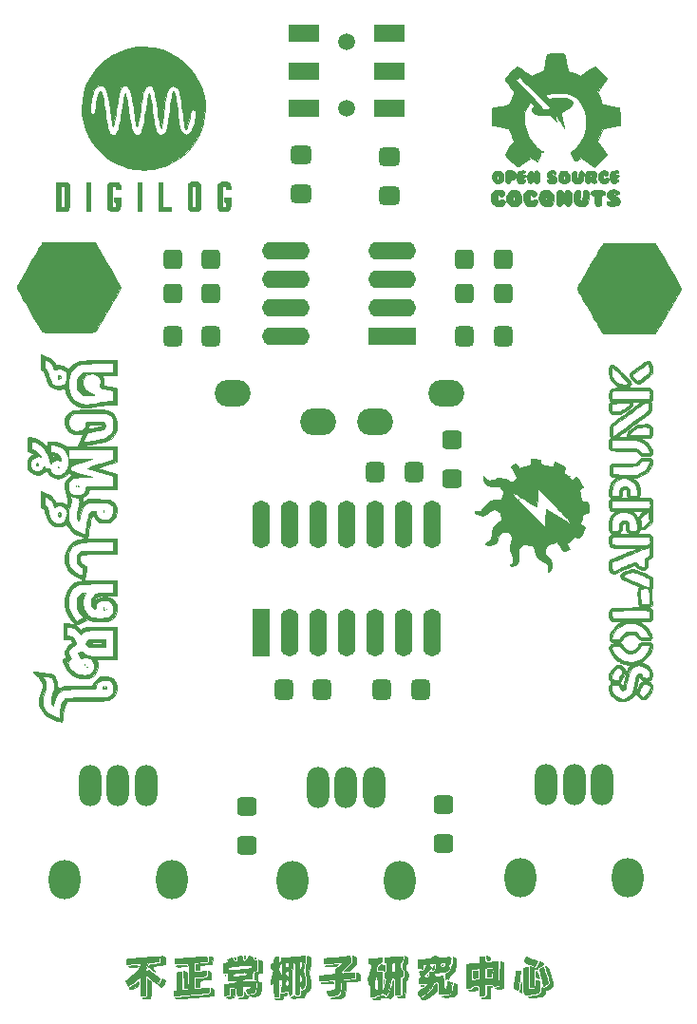
<source format=gbr>
%TF.GenerationSoftware,KiCad,Pcbnew,8.0.8-8.0.8-0~ubuntu20.04.1*%
%TF.CreationDate,2025-02-12T12:23:45+07:00*%
%TF.ProjectId,SolarSynth_digilog,536f6c61-7253-4796-9e74-685f64696769,rev?*%
%TF.SameCoordinates,Original*%
%TF.FileFunction,Soldermask,Top*%
%TF.FilePolarity,Negative*%
%FSLAX46Y46*%
G04 Gerber Fmt 4.6, Leading zero omitted, Abs format (unit mm)*
G04 Created by KiCad (PCBNEW 8.0.8-8.0.8-0~ubuntu20.04.1) date 2025-02-12 12:23:45*
%MOMM*%
%LPD*%
G01*
G04 APERTURE LIST*
G04 Aperture macros list*
%AMRoundRect*
0 Rectangle with rounded corners*
0 $1 Rounding radius*
0 $2 $3 $4 $5 $6 $7 $8 $9 X,Y pos of 4 corners*
0 Add a 4 corners polygon primitive as box body*
4,1,4,$2,$3,$4,$5,$6,$7,$8,$9,$2,$3,0*
0 Add four circle primitives for the rounded corners*
1,1,$1+$1,$2,$3*
1,1,$1+$1,$4,$5*
1,1,$1+$1,$6,$7*
1,1,$1+$1,$8,$9*
0 Add four rect primitives between the rounded corners*
20,1,$1+$1,$2,$3,$4,$5,0*
20,1,$1+$1,$4,$5,$6,$7,0*
20,1,$1+$1,$6,$7,$8,$9,0*
20,1,$1+$1,$8,$9,$2,$3,0*%
G04 Aperture macros list end*
%ADD10C,0.010000*%
%ADD11C,1.500000*%
%ADD12R,2.800000X1.600000*%
%ADD13RoundRect,0.315385X0.504615X0.559615X-0.504615X0.559615X-0.504615X-0.559615X0.504615X-0.559615X0*%
%ADD14RoundRect,0.315385X-0.504615X-0.559615X0.504615X-0.559615X0.504615X0.559615X-0.504615X0.559615X0*%
%ADD15C,6.000000*%
%ADD16O,3.200000X2.400000*%
%ADD17RoundRect,0.309434X0.590566X-0.510566X0.590566X0.510566X-0.590566X0.510566X-0.590566X-0.510566X0*%
%ADD18RoundRect,0.315385X0.559615X-0.504615X0.559615X0.504615X-0.559615X0.504615X-0.559615X-0.504615X0*%
%ADD19RoundRect,0.309434X-0.510566X-0.590566X0.510566X-0.590566X0.510566X0.590566X-0.510566X0.590566X0*%
%ADD20R,4.248000X1.600000*%
%ADD21O,4.248000X1.600000*%
%ADD22O,2.000000X3.660000*%
%ADD23O,2.800000X3.500000*%
%ADD24RoundRect,0.315385X-0.559615X0.504615X-0.559615X-0.504615X0.559615X-0.504615X0.559615X0.504615X0*%
%ADD25R,1.600000X4.248000*%
%ADD26O,1.600000X4.248000*%
%ADD27RoundRect,0.309434X0.510566X0.590566X-0.510566X0.590566X-0.510566X-0.590566X0.510566X-0.590566X0*%
G04 APERTURE END LIST*
D10*
%TO.C,Ref\u002A\u002A*%
X111544977Y-118194942D02*
X111556463Y-118215787D01*
X111562389Y-118315459D01*
X111494981Y-118377394D01*
X111421053Y-118393347D01*
X111279398Y-118431537D01*
X111204537Y-118519721D01*
X111189492Y-118614508D01*
X111174325Y-118700615D01*
X111112004Y-118743830D01*
X111057200Y-118757491D01*
X110826667Y-118780452D01*
X110632349Y-118744971D01*
X110575658Y-118721978D01*
X110448658Y-118663826D01*
X110893158Y-118656950D01*
X110893158Y-118449246D01*
X110897172Y-118325707D01*
X110914339Y-118268122D01*
X110952353Y-118257952D01*
X110970904Y-118261873D01*
X111052831Y-118262647D01*
X111183075Y-118243394D01*
X111291013Y-118218914D01*
X111429275Y-118185822D01*
X111507141Y-118177911D01*
X111544977Y-118194942D01*
G36*
X111544977Y-118194942D02*
G01*
X111556463Y-118215787D01*
X111562389Y-118315459D01*
X111494981Y-118377394D01*
X111421053Y-118393347D01*
X111279398Y-118431537D01*
X111204537Y-118519721D01*
X111189492Y-118614508D01*
X111174325Y-118700615D01*
X111112004Y-118743830D01*
X111057200Y-118757491D01*
X110826667Y-118780452D01*
X110632349Y-118744971D01*
X110575658Y-118721978D01*
X110448658Y-118663826D01*
X110893158Y-118656950D01*
X110893158Y-118449246D01*
X110897172Y-118325707D01*
X110914339Y-118268122D01*
X110952353Y-118257952D01*
X110970904Y-118261873D01*
X111052831Y-118262647D01*
X111183075Y-118243394D01*
X111291013Y-118218914D01*
X111429275Y-118185822D01*
X111507141Y-118177911D01*
X111544977Y-118194942D01*
G37*
X120193854Y-118453127D02*
X120201605Y-118461248D01*
X120295150Y-118560822D01*
X120092932Y-118583615D01*
X119934128Y-118618244D01*
X119841291Y-118682174D01*
X119831773Y-118695179D01*
X119783805Y-118746034D01*
X119710141Y-118772986D01*
X119586590Y-118782730D01*
X119513411Y-118783301D01*
X119365992Y-118777339D01*
X119248891Y-118762542D01*
X119197052Y-118746567D01*
X119177607Y-118715235D01*
X119234786Y-118687327D01*
X119260552Y-118680417D01*
X119374295Y-118636852D01*
X119449225Y-118588884D01*
X119527404Y-118548394D01*
X119656669Y-118509063D01*
X119760585Y-118487845D01*
X119902183Y-118459087D01*
X120012582Y-118426382D01*
X120055885Y-118404974D01*
X120114899Y-118393708D01*
X120193854Y-118453127D01*
G36*
X120193854Y-118453127D02*
G01*
X120201605Y-118461248D01*
X120295150Y-118560822D01*
X120092932Y-118583615D01*
X119934128Y-118618244D01*
X119841291Y-118682174D01*
X119831773Y-118695179D01*
X119783805Y-118746034D01*
X119710141Y-118772986D01*
X119586590Y-118782730D01*
X119513411Y-118783301D01*
X119365992Y-118777339D01*
X119248891Y-118762542D01*
X119197052Y-118746567D01*
X119177607Y-118715235D01*
X119234786Y-118687327D01*
X119260552Y-118680417D01*
X119374295Y-118636852D01*
X119449225Y-118588884D01*
X119527404Y-118548394D01*
X119656669Y-118509063D01*
X119760585Y-118487845D01*
X119902183Y-118459087D01*
X120012582Y-118426382D01*
X120055885Y-118404974D01*
X120114899Y-118393708D01*
X120193854Y-118453127D01*
G37*
X124874563Y-117400243D02*
X124898046Y-117517111D01*
X124904072Y-117696365D01*
X124902652Y-118000783D01*
X124626829Y-118240047D01*
X124476282Y-118359693D01*
X124301532Y-118481726D01*
X124120513Y-118595517D01*
X123951162Y-118690436D01*
X123811414Y-118755852D01*
X123719205Y-118781135D01*
X123713968Y-118781084D01*
X123632548Y-118761267D01*
X123561408Y-118732282D01*
X123489068Y-118687987D01*
X123466158Y-118659566D01*
X123501276Y-118629264D01*
X123593948Y-118574050D01*
X123725157Y-118505133D01*
X123744267Y-118495647D01*
X124073402Y-118291809D01*
X124348409Y-118035330D01*
X124556747Y-117737992D01*
X124563085Y-117726225D01*
X124677765Y-117525345D01*
X124766511Y-117404177D01*
X124831414Y-117362537D01*
X124874563Y-117400243D01*
G36*
X124874563Y-117400243D02*
G01*
X124898046Y-117517111D01*
X124904072Y-117696365D01*
X124902652Y-118000783D01*
X124626829Y-118240047D01*
X124476282Y-118359693D01*
X124301532Y-118481726D01*
X124120513Y-118595517D01*
X123951162Y-118690436D01*
X123811414Y-118755852D01*
X123719205Y-118781135D01*
X123713968Y-118781084D01*
X123632548Y-118761267D01*
X123561408Y-118732282D01*
X123489068Y-118687987D01*
X123466158Y-118659566D01*
X123501276Y-118629264D01*
X123593948Y-118574050D01*
X123725157Y-118505133D01*
X123744267Y-118495647D01*
X124073402Y-118291809D01*
X124348409Y-118035330D01*
X124556747Y-117737992D01*
X124563085Y-117726225D01*
X124677765Y-117525345D01*
X124766511Y-117404177D01*
X124831414Y-117362537D01*
X124874563Y-117400243D01*
G37*
X117814702Y-116387186D02*
X117897333Y-116420078D01*
X117953338Y-116451722D01*
X117985639Y-116497055D01*
X118000704Y-116577378D01*
X118005001Y-116713994D01*
X118005158Y-116775200D01*
X118005158Y-117081194D01*
X117867575Y-117105544D01*
X117769126Y-117118059D01*
X117610134Y-117132921D01*
X117414610Y-117148052D01*
X117253742Y-117158614D01*
X116777492Y-117187333D01*
X116775048Y-117297725D01*
X116771074Y-117383942D01*
X116762196Y-117532294D01*
X116749810Y-117720480D01*
X116738058Y-117888281D01*
X116713470Y-118148044D01*
X116678375Y-118336957D01*
X116626071Y-118468748D01*
X116549858Y-118557148D01*
X116443034Y-118615887D01*
X116371269Y-118639816D01*
X116204026Y-118676674D01*
X116007899Y-118702875D01*
X115808220Y-118716956D01*
X115630320Y-118717454D01*
X115499528Y-118702906D01*
X115465158Y-118692145D01*
X115419729Y-118667441D01*
X115421531Y-118647923D01*
X115481396Y-118628570D01*
X115610155Y-118604363D01*
X115679403Y-118592846D01*
X115922641Y-118544578D01*
X116105566Y-118482330D01*
X116237210Y-118394068D01*
X116326604Y-118267761D01*
X116382780Y-118091375D01*
X116414770Y-117852880D01*
X116429651Y-117593364D01*
X116448880Y-117101278D01*
X116708436Y-117076270D01*
X116879114Y-117060719D01*
X117092396Y-117042531D01*
X117306447Y-117025259D01*
X117338408Y-117022784D01*
X117708825Y-116994306D01*
X117708825Y-116682628D01*
X117713852Y-116532423D01*
X117727131Y-116421899D01*
X117745960Y-116371932D01*
X117749166Y-116370950D01*
X117814702Y-116387186D01*
G36*
X117814702Y-116387186D02*
G01*
X117897333Y-116420078D01*
X117953338Y-116451722D01*
X117985639Y-116497055D01*
X118000704Y-116577378D01*
X118005001Y-116713994D01*
X118005158Y-116775200D01*
X118005158Y-117081194D01*
X117867575Y-117105544D01*
X117769126Y-117118059D01*
X117610134Y-117132921D01*
X117414610Y-117148052D01*
X117253742Y-117158614D01*
X116777492Y-117187333D01*
X116775048Y-117297725D01*
X116771074Y-117383942D01*
X116762196Y-117532294D01*
X116749810Y-117720480D01*
X116738058Y-117888281D01*
X116713470Y-118148044D01*
X116678375Y-118336957D01*
X116626071Y-118468748D01*
X116549858Y-118557148D01*
X116443034Y-118615887D01*
X116371269Y-118639816D01*
X116204026Y-118676674D01*
X116007899Y-118702875D01*
X115808220Y-118716956D01*
X115630320Y-118717454D01*
X115499528Y-118702906D01*
X115465158Y-118692145D01*
X115419729Y-118667441D01*
X115421531Y-118647923D01*
X115481396Y-118628570D01*
X115610155Y-118604363D01*
X115679403Y-118592846D01*
X115922641Y-118544578D01*
X116105566Y-118482330D01*
X116237210Y-118394068D01*
X116326604Y-118267761D01*
X116382780Y-118091375D01*
X116414770Y-117852880D01*
X116429651Y-117593364D01*
X116448880Y-117101278D01*
X116708436Y-117076270D01*
X116879114Y-117060719D01*
X117092396Y-117042531D01*
X117306447Y-117025259D01*
X117338408Y-117022784D01*
X117708825Y-116994306D01*
X117708825Y-116682628D01*
X117713852Y-116532423D01*
X117727131Y-116421899D01*
X117745960Y-116371932D01*
X117749166Y-116370950D01*
X117814702Y-116387186D01*
G37*
X99107671Y-116945371D02*
X99192017Y-117006037D01*
X99232585Y-117037700D01*
X99378489Y-117154116D01*
X99378490Y-117900595D01*
X99378183Y-118168247D01*
X99376269Y-118363276D01*
X99371263Y-118497726D01*
X99361678Y-118583639D01*
X99346029Y-118633060D01*
X99322830Y-118658032D01*
X99290595Y-118670599D01*
X99283242Y-118672601D01*
X99166815Y-118690595D01*
X99015631Y-118697361D01*
X98860102Y-118693554D01*
X98730640Y-118679827D01*
X98661033Y-118659210D01*
X98631692Y-118627372D01*
X98676660Y-118605048D01*
X98703366Y-118599014D01*
X98828264Y-118572984D01*
X98923408Y-118552966D01*
X99039825Y-118528336D01*
X99039825Y-117724810D01*
X99040996Y-117474474D01*
X99044256Y-117255961D01*
X99049227Y-117082280D01*
X99055528Y-116966438D01*
X99062780Y-116921446D01*
X99063253Y-116921283D01*
X99107671Y-116945371D01*
G36*
X99107671Y-116945371D02*
G01*
X99192017Y-117006037D01*
X99232585Y-117037700D01*
X99378489Y-117154116D01*
X99378490Y-117900595D01*
X99378183Y-118168247D01*
X99376269Y-118363276D01*
X99371263Y-118497726D01*
X99361678Y-118583639D01*
X99346029Y-118633060D01*
X99322830Y-118658032D01*
X99290595Y-118670599D01*
X99283242Y-118672601D01*
X99166815Y-118690595D01*
X99015631Y-118697361D01*
X98860102Y-118693554D01*
X98730640Y-118679827D01*
X98661033Y-118659210D01*
X98631692Y-118627372D01*
X98676660Y-118605048D01*
X98703366Y-118599014D01*
X98828264Y-118572984D01*
X98923408Y-118552966D01*
X99039825Y-118528336D01*
X99039825Y-117724810D01*
X99040996Y-117474474D01*
X99044256Y-117255961D01*
X99049227Y-117082280D01*
X99055528Y-116966438D01*
X99062780Y-116921446D01*
X99063253Y-116921283D01*
X99107671Y-116945371D01*
G37*
X104785712Y-117743213D02*
X104875744Y-117785997D01*
X104883927Y-117790203D01*
X104949519Y-117828979D01*
X104986893Y-117875351D01*
X105003964Y-117952122D01*
X105008647Y-118082095D01*
X105008825Y-118150037D01*
X105006276Y-118306013D01*
X104995419Y-118395285D01*
X104971437Y-118435745D01*
X104929516Y-118445283D01*
X104929353Y-118445283D01*
X104868126Y-118448779D01*
X104733852Y-118458662D01*
X104537833Y-118474028D01*
X104291375Y-118493970D01*
X104005779Y-118517584D01*
X103692352Y-118543963D01*
X103606436Y-118551270D01*
X103155605Y-118589693D01*
X102781577Y-118621360D01*
X102476784Y-118646609D01*
X102233661Y-118665778D01*
X102044641Y-118679208D01*
X101902157Y-118687237D01*
X101798643Y-118690204D01*
X101726532Y-118688448D01*
X101678258Y-118682308D01*
X101646255Y-118672124D01*
X101622955Y-118658234D01*
X101600992Y-118641132D01*
X101555353Y-118600678D01*
X101563372Y-118580833D01*
X101637323Y-118573594D01*
X101706825Y-118572142D01*
X101795554Y-118567746D01*
X101956668Y-118556633D01*
X102178233Y-118539752D01*
X102448315Y-118518050D01*
X102754980Y-118492475D01*
X103086294Y-118463974D01*
X103248211Y-118449742D01*
X103638043Y-118415333D01*
X103951849Y-118386456D01*
X104197858Y-118360306D01*
X104384300Y-118334074D01*
X104519403Y-118304956D01*
X104611396Y-118270144D01*
X104668510Y-118226833D01*
X104698972Y-118172215D01*
X104711012Y-118103483D01*
X104712859Y-118017833D01*
X104712492Y-117950358D01*
X104716449Y-117825363D01*
X104726625Y-117743767D01*
X104735760Y-117725616D01*
X104785712Y-117743213D01*
G36*
X104785712Y-117743213D02*
G01*
X104875744Y-117785997D01*
X104883927Y-117790203D01*
X104949519Y-117828979D01*
X104986893Y-117875351D01*
X105003964Y-117952122D01*
X105008647Y-118082095D01*
X105008825Y-118150037D01*
X105006276Y-118306013D01*
X104995419Y-118395285D01*
X104971437Y-118435745D01*
X104929516Y-118445283D01*
X104929353Y-118445283D01*
X104868126Y-118448779D01*
X104733852Y-118458662D01*
X104537833Y-118474028D01*
X104291375Y-118493970D01*
X104005779Y-118517584D01*
X103692352Y-118543963D01*
X103606436Y-118551270D01*
X103155605Y-118589693D01*
X102781577Y-118621360D01*
X102476784Y-118646609D01*
X102233661Y-118665778D01*
X102044641Y-118679208D01*
X101902157Y-118687237D01*
X101798643Y-118690204D01*
X101726532Y-118688448D01*
X101678258Y-118682308D01*
X101646255Y-118672124D01*
X101622955Y-118658234D01*
X101600992Y-118641132D01*
X101555353Y-118600678D01*
X101563372Y-118580833D01*
X101637323Y-118573594D01*
X101706825Y-118572142D01*
X101795554Y-118567746D01*
X101956668Y-118556633D01*
X102178233Y-118539752D01*
X102448315Y-118518050D01*
X102754980Y-118492475D01*
X103086294Y-118463974D01*
X103248211Y-118449742D01*
X103638043Y-118415333D01*
X103951849Y-118386456D01*
X104197858Y-118360306D01*
X104384300Y-118334074D01*
X104519403Y-118304956D01*
X104611396Y-118270144D01*
X104668510Y-118226833D01*
X104698972Y-118172215D01*
X104711012Y-118103483D01*
X104712859Y-118017833D01*
X104712492Y-117950358D01*
X104716449Y-117825363D01*
X104726625Y-117743767D01*
X104735760Y-117725616D01*
X104785712Y-117743213D01*
G37*
X107815338Y-118212247D02*
X107907067Y-118337917D01*
X108009487Y-118397412D01*
X108036892Y-118403645D01*
X108116363Y-118427923D01*
X108112570Y-118457396D01*
X108109742Y-118459262D01*
X108064009Y-118526284D01*
X108056825Y-118569242D01*
X108028999Y-118628445D01*
X107935744Y-118664997D01*
X107898075Y-118672111D01*
X107716410Y-118691394D01*
X107528404Y-118694184D01*
X107365851Y-118681147D01*
X107273658Y-118659035D01*
X107233311Y-118635302D01*
X107258956Y-118616505D01*
X107358325Y-118596072D01*
X107531475Y-118566639D01*
X107637950Y-118540805D01*
X107693913Y-118504658D01*
X107715524Y-118444285D01*
X107718945Y-118345774D01*
X107718855Y-118285726D01*
X107719551Y-118043116D01*
X107815338Y-118212247D01*
G36*
X107815338Y-118212247D02*
G01*
X107907067Y-118337917D01*
X108009487Y-118397412D01*
X108036892Y-118403645D01*
X108116363Y-118427923D01*
X108112570Y-118457396D01*
X108109742Y-118459262D01*
X108064009Y-118526284D01*
X108056825Y-118569242D01*
X108028999Y-118628445D01*
X107935744Y-118664997D01*
X107898075Y-118672111D01*
X107716410Y-118691394D01*
X107528404Y-118694184D01*
X107365851Y-118681147D01*
X107273658Y-118659035D01*
X107233311Y-118635302D01*
X107258956Y-118616505D01*
X107358325Y-118596072D01*
X107531475Y-118566639D01*
X107637950Y-118540805D01*
X107693913Y-118504658D01*
X107715524Y-118444285D01*
X107718945Y-118345774D01*
X107718855Y-118285726D01*
X107719551Y-118043116D01*
X107815338Y-118212247D01*
G37*
X129720027Y-117569328D02*
X129786456Y-117613872D01*
X129789134Y-117619783D01*
X129782251Y-117671990D01*
X129730163Y-117683283D01*
X129694201Y-117688775D01*
X129670384Y-117714831D01*
X129656230Y-117775821D01*
X129649256Y-117886113D01*
X129646979Y-118060077D01*
X129646825Y-118165587D01*
X129644991Y-118380093D01*
X129638237Y-118524222D01*
X129624687Y-118612211D01*
X129602464Y-118658294D01*
X129579862Y-118673587D01*
X129492053Y-118689742D01*
X129354864Y-118697417D01*
X129196839Y-118697134D01*
X129046522Y-118689415D01*
X128932458Y-118674782D01*
X128889863Y-118660959D01*
X128879318Y-118632785D01*
X128946905Y-118607839D01*
X129016863Y-118595015D01*
X129161050Y-118572651D01*
X129256436Y-118548580D01*
X129313050Y-118506908D01*
X129340922Y-118431745D01*
X129350081Y-118307198D01*
X129350556Y-118117375D01*
X129350492Y-118066367D01*
X129351403Y-117864419D01*
X129356199Y-117731430D01*
X129367976Y-117651696D01*
X129389826Y-117609513D01*
X129424844Y-117589177D01*
X129445742Y-117582965D01*
X129599058Y-117558233D01*
X129720027Y-117569328D01*
G36*
X129720027Y-117569328D02*
G01*
X129786456Y-117613872D01*
X129789134Y-117619783D01*
X129782251Y-117671990D01*
X129730163Y-117683283D01*
X129694201Y-117688775D01*
X129670384Y-117714831D01*
X129656230Y-117775821D01*
X129649256Y-117886113D01*
X129646979Y-118060077D01*
X129646825Y-118165587D01*
X129644991Y-118380093D01*
X129638237Y-118524222D01*
X129624687Y-118612211D01*
X129602464Y-118658294D01*
X129579862Y-118673587D01*
X129492053Y-118689742D01*
X129354864Y-118697417D01*
X129196839Y-118697134D01*
X129046522Y-118689415D01*
X128932458Y-118674782D01*
X128889863Y-118660959D01*
X128879318Y-118632785D01*
X128946905Y-118607839D01*
X129016863Y-118595015D01*
X129161050Y-118572651D01*
X129256436Y-118548580D01*
X129313050Y-118506908D01*
X129340922Y-118431745D01*
X129350081Y-118307198D01*
X129350556Y-118117375D01*
X129350492Y-118066367D01*
X129351403Y-117864419D01*
X129356199Y-117731430D01*
X129367976Y-117651696D01*
X129389826Y-117609513D01*
X129424844Y-117589177D01*
X129445742Y-117582965D01*
X129599058Y-117558233D01*
X129720027Y-117569328D01*
G37*
X106846524Y-117855384D02*
X106899624Y-117872676D01*
X106907056Y-117917975D01*
X106896584Y-117969033D01*
X106877603Y-118075026D01*
X106856980Y-118226784D01*
X106843922Y-118345018D01*
X106818372Y-118604586D01*
X106627356Y-118630768D01*
X106417457Y-118650631D01*
X106257645Y-118642935D01*
X106183575Y-118627768D01*
X106115662Y-118594226D01*
X106121738Y-118558690D01*
X106192457Y-118534110D01*
X106254196Y-118529950D01*
X106388647Y-118524622D01*
X106471077Y-118497608D01*
X106514137Y-118432362D01*
X106530482Y-118312337D01*
X106532825Y-118165587D01*
X106532825Y-117852616D01*
X106728260Y-117852616D01*
X106846524Y-117855384D01*
G36*
X106846524Y-117855384D02*
G01*
X106899624Y-117872676D01*
X106907056Y-117917975D01*
X106896584Y-117969033D01*
X106877603Y-118075026D01*
X106856980Y-118226784D01*
X106843922Y-118345018D01*
X106818372Y-118604586D01*
X106627356Y-118630768D01*
X106417457Y-118650631D01*
X106257645Y-118642935D01*
X106183575Y-118627768D01*
X106115662Y-118594226D01*
X106121738Y-118558690D01*
X106192457Y-118534110D01*
X106254196Y-118529950D01*
X106388647Y-118524622D01*
X106471077Y-118497608D01*
X106514137Y-118432362D01*
X106530482Y-118312337D01*
X106532825Y-118165587D01*
X106532825Y-117852616D01*
X106728260Y-117852616D01*
X106846524Y-117855384D01*
G37*
X113499452Y-114920307D02*
X113575929Y-114960063D01*
X113619389Y-115003094D01*
X113639164Y-115072525D01*
X113644583Y-115191477D01*
X113644825Y-115280566D01*
X113635519Y-115455925D01*
X113610659Y-115676090D01*
X113574827Y-115903628D01*
X113557727Y-115991816D01*
X113470630Y-116412130D01*
X113557727Y-116814135D01*
X113610909Y-117085919D01*
X113637534Y-117299002D01*
X113638577Y-117474748D01*
X113615016Y-117634520D01*
X113598264Y-117701113D01*
X113566943Y-117788946D01*
X113517452Y-117871366D01*
X113436757Y-117963976D01*
X113311823Y-118082377D01*
X113189742Y-118190112D01*
X113109287Y-118312460D01*
X113094492Y-118417797D01*
X113088482Y-118509415D01*
X113054817Y-118555904D01*
X112970041Y-118579401D01*
X112914575Y-118587597D01*
X112750701Y-118606034D01*
X112558219Y-118621301D01*
X112359259Y-118632429D01*
X112175954Y-118638452D01*
X112030434Y-118638402D01*
X111944832Y-118631312D01*
X111940390Y-118630170D01*
X111888055Y-118595765D01*
X111904750Y-118557552D01*
X111977428Y-118532494D01*
X112017490Y-118529950D01*
X112099208Y-118509081D01*
X112120825Y-118445283D01*
X112124250Y-118388020D01*
X112148228Y-118390626D01*
X112205492Y-118445283D01*
X112266533Y-118500059D01*
X112325050Y-118523805D01*
X112407752Y-118519272D01*
X112541351Y-118489211D01*
X112567745Y-118482591D01*
X112755825Y-118435232D01*
X112755825Y-118207424D01*
X112758621Y-118075946D01*
X112773675Y-118008138D01*
X112810982Y-117983037D01*
X112864441Y-117979616D01*
X113020113Y-117949942D01*
X113139789Y-117854466D01*
X113224161Y-117711617D01*
X113277562Y-117526493D01*
X113302289Y-117284715D01*
X113298234Y-117009330D01*
X113265291Y-116723385D01*
X113229544Y-116547728D01*
X113196814Y-116405301D01*
X113179050Y-116292309D01*
X113176280Y-116183043D01*
X113188533Y-116051791D01*
X113215835Y-115872842D01*
X113230374Y-115785728D01*
X113265282Y-115568596D01*
X113297113Y-115353383D01*
X113321340Y-115171515D01*
X113330253Y-115092383D01*
X113354080Y-114850984D01*
X113499452Y-114920307D01*
G36*
X113499452Y-114920307D02*
G01*
X113575929Y-114960063D01*
X113619389Y-115003094D01*
X113639164Y-115072525D01*
X113644583Y-115191477D01*
X113644825Y-115280566D01*
X113635519Y-115455925D01*
X113610659Y-115676090D01*
X113574827Y-115903628D01*
X113557727Y-115991816D01*
X113470630Y-116412130D01*
X113557727Y-116814135D01*
X113610909Y-117085919D01*
X113637534Y-117299002D01*
X113638577Y-117474748D01*
X113615016Y-117634520D01*
X113598264Y-117701113D01*
X113566943Y-117788946D01*
X113517452Y-117871366D01*
X113436757Y-117963976D01*
X113311823Y-118082377D01*
X113189742Y-118190112D01*
X113109287Y-118312460D01*
X113094492Y-118417797D01*
X113088482Y-118509415D01*
X113054817Y-118555904D01*
X112970041Y-118579401D01*
X112914575Y-118587597D01*
X112750701Y-118606034D01*
X112558219Y-118621301D01*
X112359259Y-118632429D01*
X112175954Y-118638452D01*
X112030434Y-118638402D01*
X111944832Y-118631312D01*
X111940390Y-118630170D01*
X111888055Y-118595765D01*
X111904750Y-118557552D01*
X111977428Y-118532494D01*
X112017490Y-118529950D01*
X112099208Y-118509081D01*
X112120825Y-118445283D01*
X112124250Y-118388020D01*
X112148228Y-118390626D01*
X112205492Y-118445283D01*
X112266533Y-118500059D01*
X112325050Y-118523805D01*
X112407752Y-118519272D01*
X112541351Y-118489211D01*
X112567745Y-118482591D01*
X112755825Y-118435232D01*
X112755825Y-118207424D01*
X112758621Y-118075946D01*
X112773675Y-118008138D01*
X112810982Y-117983037D01*
X112864441Y-117979616D01*
X113020113Y-117949942D01*
X113139789Y-117854466D01*
X113224161Y-117711617D01*
X113277562Y-117526493D01*
X113302289Y-117284715D01*
X113298234Y-117009330D01*
X113265291Y-116723385D01*
X113229544Y-116547728D01*
X113196814Y-116405301D01*
X113179050Y-116292309D01*
X113176280Y-116183043D01*
X113188533Y-116051791D01*
X113215835Y-115872842D01*
X113230374Y-115785728D01*
X113265282Y-115568596D01*
X113297113Y-115353383D01*
X113321340Y-115171515D01*
X113330253Y-115092383D01*
X113354080Y-114850984D01*
X113499452Y-114920307D01*
G37*
X121010825Y-117700262D02*
X121031992Y-118373407D01*
X120901986Y-118515178D01*
X120814522Y-118605344D01*
X120747531Y-118643306D01*
X120665121Y-118639023D01*
X120558873Y-118610399D01*
X120424421Y-118571485D01*
X120560884Y-118368701D01*
X120679376Y-118149367D01*
X120789859Y-117860122D01*
X120887183Y-117515675D01*
X120934392Y-117302283D01*
X120989658Y-117027116D01*
X121010825Y-117700262D01*
G36*
X121010825Y-117700262D02*
G01*
X121031992Y-118373407D01*
X120901986Y-118515178D01*
X120814522Y-118605344D01*
X120747531Y-118643306D01*
X120665121Y-118639023D01*
X120558873Y-118610399D01*
X120424421Y-118571485D01*
X120560884Y-118368701D01*
X120679376Y-118149367D01*
X120789859Y-117860122D01*
X120887183Y-117515675D01*
X120934392Y-117302283D01*
X120989658Y-117027116D01*
X121010825Y-117700262D01*
G37*
X122076003Y-114912232D02*
X122166400Y-114964242D01*
X122237518Y-115020057D01*
X122248427Y-115033204D01*
X122264966Y-115097857D01*
X122276495Y-115218743D01*
X122280177Y-115342877D01*
X122276205Y-115493989D01*
X122259146Y-115583449D01*
X122222687Y-115633998D01*
X122194281Y-115652288D01*
X122147836Y-115687406D01*
X122123506Y-115744078D01*
X122116360Y-115844239D01*
X122120197Y-115981860D01*
X122130545Y-116137367D01*
X122149277Y-116229844D01*
X122183561Y-116280920D01*
X122227908Y-116306905D01*
X122281077Y-116340217D01*
X122309868Y-116395936D01*
X122321450Y-116496904D01*
X122323158Y-116610359D01*
X122316919Y-116807373D01*
X122296251Y-116931443D01*
X122258229Y-116993508D01*
X122217325Y-117005950D01*
X122178840Y-117016779D01*
X122149128Y-117056083D01*
X122126542Y-117134082D01*
X122109434Y-117260996D01*
X122096154Y-117447048D01*
X122085055Y-117702458D01*
X122079832Y-117858589D01*
X122057716Y-118563062D01*
X121904687Y-118588373D01*
X121668410Y-118612511D01*
X121498975Y-118594606D01*
X121410499Y-118552463D01*
X121357235Y-118507177D01*
X121375617Y-118491357D01*
X121439450Y-118488963D01*
X121565320Y-118479246D01*
X121682867Y-118461158D01*
X121815158Y-118434700D01*
X121815158Y-117666863D01*
X121815482Y-117394724D01*
X121817402Y-117195137D01*
X121822345Y-117055989D01*
X121831736Y-116965167D01*
X121846999Y-116910555D01*
X121869560Y-116880041D01*
X121900844Y-116861511D01*
X121910408Y-116857238D01*
X121963500Y-116822953D01*
X121994603Y-116763834D01*
X122011270Y-116657825D01*
X122018502Y-116541589D01*
X122022019Y-116326260D01*
X122006858Y-116183663D01*
X121970357Y-116103390D01*
X121909854Y-116075035D01*
X121899018Y-116074616D01*
X121852153Y-116065130D01*
X121826828Y-116023791D01*
X121816667Y-115931280D01*
X121815158Y-115820616D01*
X121822682Y-115657965D01*
X121849602Y-115552909D01*
X121899825Y-115481950D01*
X121951534Y-115407668D01*
X121977579Y-115300864D01*
X121984492Y-115143283D01*
X121988119Y-115009303D01*
X121997547Y-114917264D01*
X122008441Y-114889283D01*
X122076003Y-114912232D01*
G36*
X122076003Y-114912232D02*
G01*
X122166400Y-114964242D01*
X122237518Y-115020057D01*
X122248427Y-115033204D01*
X122264966Y-115097857D01*
X122276495Y-115218743D01*
X122280177Y-115342877D01*
X122276205Y-115493989D01*
X122259146Y-115583449D01*
X122222687Y-115633998D01*
X122194281Y-115652288D01*
X122147836Y-115687406D01*
X122123506Y-115744078D01*
X122116360Y-115844239D01*
X122120197Y-115981860D01*
X122130545Y-116137367D01*
X122149277Y-116229844D01*
X122183561Y-116280920D01*
X122227908Y-116306905D01*
X122281077Y-116340217D01*
X122309868Y-116395936D01*
X122321450Y-116496904D01*
X122323158Y-116610359D01*
X122316919Y-116807373D01*
X122296251Y-116931443D01*
X122258229Y-116993508D01*
X122217325Y-117005950D01*
X122178840Y-117016779D01*
X122149128Y-117056083D01*
X122126542Y-117134082D01*
X122109434Y-117260996D01*
X122096154Y-117447048D01*
X122085055Y-117702458D01*
X122079832Y-117858589D01*
X122057716Y-118563062D01*
X121904687Y-118588373D01*
X121668410Y-118612511D01*
X121498975Y-118594606D01*
X121410499Y-118552463D01*
X121357235Y-118507177D01*
X121375617Y-118491357D01*
X121439450Y-118488963D01*
X121565320Y-118479246D01*
X121682867Y-118461158D01*
X121815158Y-118434700D01*
X121815158Y-117666863D01*
X121815482Y-117394724D01*
X121817402Y-117195137D01*
X121822345Y-117055989D01*
X121831736Y-116965167D01*
X121846999Y-116910555D01*
X121869560Y-116880041D01*
X121900844Y-116861511D01*
X121910408Y-116857238D01*
X121963500Y-116822953D01*
X121994603Y-116763834D01*
X122011270Y-116657825D01*
X122018502Y-116541589D01*
X122022019Y-116326260D01*
X122006858Y-116183663D01*
X121970357Y-116103390D01*
X121909854Y-116075035D01*
X121899018Y-116074616D01*
X121852153Y-116065130D01*
X121826828Y-116023791D01*
X121816667Y-115931280D01*
X121815158Y-115820616D01*
X121822682Y-115657965D01*
X121849602Y-115552909D01*
X121899825Y-115481950D01*
X121951534Y-115407668D01*
X121977579Y-115300864D01*
X121984492Y-115143283D01*
X121988119Y-115009303D01*
X121997547Y-114917264D01*
X122008441Y-114889283D01*
X122076003Y-114912232D01*
G37*
X126461909Y-117319769D02*
X126550201Y-117362579D01*
X126564065Y-117369699D01*
X126694434Y-117437116D01*
X126674727Y-117846365D01*
X126661106Y-118034358D01*
X126640941Y-118198627D01*
X126617577Y-118315003D01*
X126605258Y-118348596D01*
X126532643Y-118421367D01*
X126418441Y-118479783D01*
X126397243Y-118486474D01*
X126247828Y-118517072D01*
X126058748Y-118539291D01*
X125853849Y-118552287D01*
X125656976Y-118555214D01*
X125491974Y-118547229D01*
X125382691Y-118527488D01*
X125371158Y-118522802D01*
X125329436Y-118498321D01*
X125333373Y-118480465D01*
X125393708Y-118465949D01*
X125521180Y-118451489D01*
X125638050Y-118441160D01*
X125893749Y-118407852D01*
X126081339Y-118349540D01*
X126212127Y-118254229D01*
X126297422Y-118109926D01*
X126348530Y-117904634D01*
X126374494Y-117659936D01*
X126387775Y-117497986D01*
X126401448Y-117374263D01*
X126413218Y-117308214D01*
X126416715Y-117302283D01*
X126461909Y-117319769D01*
G36*
X126461909Y-117319769D02*
G01*
X126550201Y-117362579D01*
X126564065Y-117369699D01*
X126694434Y-117437116D01*
X126674727Y-117846365D01*
X126661106Y-118034358D01*
X126640941Y-118198627D01*
X126617577Y-118315003D01*
X126605258Y-118348596D01*
X126532643Y-118421367D01*
X126418441Y-118479783D01*
X126397243Y-118486474D01*
X126247828Y-118517072D01*
X126058748Y-118539291D01*
X125853849Y-118552287D01*
X125656976Y-118555214D01*
X125491974Y-118547229D01*
X125382691Y-118527488D01*
X125371158Y-118522802D01*
X125329436Y-118498321D01*
X125333373Y-118480465D01*
X125393708Y-118465949D01*
X125521180Y-118451489D01*
X125638050Y-118441160D01*
X125893749Y-118407852D01*
X126081339Y-118349540D01*
X126212127Y-118254229D01*
X126297422Y-118109926D01*
X126348530Y-117904634D01*
X126374494Y-117659936D01*
X126387775Y-117497986D01*
X126401448Y-117374263D01*
X126413218Y-117308214D01*
X126416715Y-117302283D01*
X126461909Y-117319769D01*
G37*
X134624266Y-115834354D02*
X134705168Y-115881363D01*
X134716934Y-115889780D01*
X134796023Y-115985096D01*
X134883943Y-116159350D01*
X134978798Y-116407496D01*
X135078689Y-116724487D01*
X135181717Y-117105279D01*
X135196756Y-117165295D01*
X135244326Y-117364668D01*
X135262649Y-117501556D01*
X135241804Y-117595743D01*
X135171865Y-117667013D01*
X135042910Y-117735149D01*
X134874671Y-117807408D01*
X134724611Y-117872921D01*
X134632821Y-117925510D01*
X134579285Y-117984501D01*
X134543987Y-118069217D01*
X134520847Y-118149014D01*
X134462945Y-118301304D01*
X134392005Y-118407166D01*
X134367694Y-118427549D01*
X134269103Y-118466632D01*
X134110221Y-118501860D01*
X133911054Y-118531628D01*
X133691611Y-118554332D01*
X133471902Y-118568366D01*
X133271933Y-118572126D01*
X133111714Y-118564007D01*
X133011254Y-118542404D01*
X133001328Y-118537130D01*
X133016076Y-118517924D01*
X133103187Y-118494408D01*
X133250651Y-118469291D01*
X133372152Y-118453510D01*
X133571340Y-118425657D01*
X133755213Y-118392054D01*
X133896591Y-118358016D01*
X133945590Y-118341371D01*
X134085604Y-118239053D01*
X134179171Y-118076263D01*
X134218179Y-117868018D01*
X134218825Y-117835471D01*
X134224392Y-117737787D01*
X134257302Y-117702339D01*
X134341872Y-117706752D01*
X134356408Y-117708862D01*
X134472056Y-117706038D01*
X134606344Y-117658436D01*
X134718364Y-117598299D01*
X134841797Y-117518594D01*
X134933113Y-117445283D01*
X134967417Y-117403162D01*
X134966994Y-117335295D01*
X134945223Y-117202765D01*
X134906071Y-117021703D01*
X134853501Y-116808240D01*
X134791481Y-116578507D01*
X134723975Y-116348634D01*
X134657266Y-116141553D01*
X134611653Y-115996538D01*
X134583522Y-115885128D01*
X134578223Y-115828958D01*
X134579442Y-115826888D01*
X134624266Y-115834354D01*
G36*
X134624266Y-115834354D02*
G01*
X134705168Y-115881363D01*
X134716934Y-115889780D01*
X134796023Y-115985096D01*
X134883943Y-116159350D01*
X134978798Y-116407496D01*
X135078689Y-116724487D01*
X135181717Y-117105279D01*
X135196756Y-117165295D01*
X135244326Y-117364668D01*
X135262649Y-117501556D01*
X135241804Y-117595743D01*
X135171865Y-117667013D01*
X135042910Y-117735149D01*
X134874671Y-117807408D01*
X134724611Y-117872921D01*
X134632821Y-117925510D01*
X134579285Y-117984501D01*
X134543987Y-118069217D01*
X134520847Y-118149014D01*
X134462945Y-118301304D01*
X134392005Y-118407166D01*
X134367694Y-118427549D01*
X134269103Y-118466632D01*
X134110221Y-118501860D01*
X133911054Y-118531628D01*
X133691611Y-118554332D01*
X133471902Y-118568366D01*
X133271933Y-118572126D01*
X133111714Y-118564007D01*
X133011254Y-118542404D01*
X133001328Y-118537130D01*
X133016076Y-118517924D01*
X133103187Y-118494408D01*
X133250651Y-118469291D01*
X133372152Y-118453510D01*
X133571340Y-118425657D01*
X133755213Y-118392054D01*
X133896591Y-118358016D01*
X133945590Y-118341371D01*
X134085604Y-118239053D01*
X134179171Y-118076263D01*
X134218179Y-117868018D01*
X134218825Y-117835471D01*
X134224392Y-117737787D01*
X134257302Y-117702339D01*
X134341872Y-117706752D01*
X134356408Y-117708862D01*
X134472056Y-117706038D01*
X134606344Y-117658436D01*
X134718364Y-117598299D01*
X134841797Y-117518594D01*
X134933113Y-117445283D01*
X134967417Y-117403162D01*
X134966994Y-117335295D01*
X134945223Y-117202765D01*
X134906071Y-117021703D01*
X134853501Y-116808240D01*
X134791481Y-116578507D01*
X134723975Y-116348634D01*
X134657266Y-116141553D01*
X134611653Y-115996538D01*
X134583522Y-115885128D01*
X134578223Y-115828958D01*
X134579442Y-115826888D01*
X134624266Y-115834354D01*
G37*
X121815158Y-115135824D02*
X121807572Y-115275873D01*
X121779819Y-115356065D01*
X121733557Y-115395642D01*
X121674826Y-115459271D01*
X121636215Y-115584496D01*
X121623394Y-115667904D01*
X121611322Y-115913306D01*
X121645419Y-116088482D01*
X121725900Y-116194318D01*
X121755617Y-116211123D01*
X121815924Y-116249477D01*
X121846454Y-116310250D01*
X121856829Y-116419172D01*
X121857492Y-116483578D01*
X121855175Y-116614215D01*
X121840305Y-116681336D01*
X121800999Y-116706087D01*
X121730492Y-116709616D01*
X121603492Y-116709616D01*
X121603492Y-118307135D01*
X121425481Y-118331011D01*
X121307561Y-118341313D01*
X121226865Y-118338333D01*
X121213814Y-118334087D01*
X121202536Y-118286860D01*
X121192866Y-118169544D01*
X121185489Y-117996712D01*
X121181094Y-117782938D01*
X121180158Y-117620308D01*
X121178879Y-117353377D01*
X121174311Y-117158563D01*
X121165357Y-117023346D01*
X121150920Y-116935207D01*
X121129905Y-116881624D01*
X121113634Y-116860807D01*
X121015282Y-116798724D01*
X120928536Y-116819837D01*
X120854063Y-116923384D01*
X120792528Y-117108603D01*
X120761240Y-117263681D01*
X120707845Y-117519430D01*
X120635944Y-117777295D01*
X120554136Y-118010489D01*
X120471022Y-118192225D01*
X120453341Y-118222764D01*
X120375867Y-118313154D01*
X120295619Y-118324131D01*
X120202031Y-118255398D01*
X120166076Y-118214761D01*
X120085102Y-118154966D01*
X120001480Y-118176212D01*
X119941147Y-118233616D01*
X119829143Y-118303419D01*
X119726378Y-118318283D01*
X119604713Y-118338569D01*
X119456631Y-118390094D01*
X119385057Y-118424116D01*
X119198075Y-118507345D01*
X119067945Y-118527983D01*
X119007047Y-118501727D01*
X118995600Y-118450285D01*
X118986384Y-118332750D01*
X118980467Y-118167687D01*
X118978825Y-118010931D01*
X118977527Y-117806319D01*
X118971949Y-117671085D01*
X118959560Y-117589959D01*
X118937832Y-117547669D01*
X118904236Y-117528946D01*
X118898748Y-117527416D01*
X118853230Y-117498486D01*
X118818892Y-117428364D01*
X118789405Y-117300302D01*
X118788510Y-117294757D01*
X119319303Y-117294757D01*
X119325929Y-117508955D01*
X119341392Y-117708359D01*
X119363702Y-117836355D01*
X119398336Y-117906190D01*
X119450773Y-117931111D01*
X119499679Y-117929120D01*
X119568243Y-117893227D01*
X119613443Y-117797802D01*
X119626142Y-117746783D01*
X119644516Y-117604535D01*
X119649725Y-117426734D01*
X119643335Y-117236355D01*
X119626913Y-117056369D01*
X119602024Y-116909751D01*
X119570235Y-116819473D01*
X119562234Y-116809215D01*
X119479448Y-116760274D01*
X119411980Y-116789634D01*
X119361612Y-116892019D01*
X119330126Y-117062152D01*
X119319303Y-117294757D01*
X118788510Y-117294757D01*
X118771837Y-117191576D01*
X118751348Y-117042491D01*
X118745213Y-116931132D01*
X118757417Y-116830131D01*
X118791948Y-116712120D01*
X118852793Y-116549733D01*
X118872822Y-116498383D01*
X118987476Y-116190664D01*
X119062606Y-115954983D01*
X119098891Y-115788863D01*
X119097007Y-115689828D01*
X119095331Y-115684997D01*
X119039714Y-115632177D01*
X118940398Y-115594914D01*
X118940130Y-115594861D01*
X118861903Y-115573334D01*
X118823421Y-115533177D01*
X118810651Y-115449359D01*
X118809492Y-115361829D01*
X118809492Y-115154926D01*
X119179908Y-115126423D01*
X119378754Y-115109973D01*
X119572680Y-115092007D01*
X119725968Y-115075874D01*
X119751408Y-115072814D01*
X119952492Y-115047709D01*
X119952492Y-115262911D01*
X119949710Y-115390078D01*
X119931074Y-115457184D01*
X119881145Y-115488834D01*
X119799456Y-115506823D01*
X119699591Y-115536634D01*
X119631603Y-115595509D01*
X119569513Y-115707659D01*
X119558915Y-115730991D01*
X119504341Y-115892311D01*
X119472004Y-116063429D01*
X119468533Y-116116950D01*
X119465658Y-116307450D01*
X119709075Y-116320145D01*
X119952492Y-116332841D01*
X119952492Y-117088200D01*
X119953311Y-117361591D01*
X119956460Y-117561963D01*
X119962974Y-117700952D01*
X119973887Y-117790194D01*
X119990234Y-117841327D01*
X120013051Y-117865987D01*
X120022051Y-117870250D01*
X120088092Y-117886458D01*
X120105300Y-117883253D01*
X120149754Y-117810846D01*
X120205832Y-117682001D01*
X120264499Y-117522384D01*
X120316720Y-117357665D01*
X120353459Y-117213510D01*
X120364336Y-117147345D01*
X120373278Y-117013661D01*
X120360387Y-116936134D01*
X120318980Y-116887619D01*
X120296687Y-116872578D01*
X120239885Y-116818896D01*
X120212852Y-116733160D01*
X120206492Y-116603638D01*
X120212493Y-116471003D01*
X120236958Y-116396704D01*
X120289573Y-116354864D01*
X120301742Y-116349238D01*
X120345925Y-116323534D01*
X120374698Y-116281628D01*
X120392141Y-116206241D01*
X120402336Y-116080094D01*
X120402579Y-116073435D01*
X120849823Y-116073435D01*
X120868907Y-116214238D01*
X120911501Y-116294853D01*
X120981558Y-116326794D01*
X121010825Y-116328616D01*
X121101035Y-116298086D01*
X121134420Y-116269219D01*
X121160649Y-116189514D01*
X121172779Y-116037081D01*
X121171353Y-115860931D01*
X121161114Y-115677307D01*
X121143636Y-115560691D01*
X121115074Y-115493490D01*
X121084908Y-115465461D01*
X120993525Y-115441562D01*
X120936742Y-115465461D01*
X120897624Y-115507635D01*
X120872406Y-115586343D01*
X120857243Y-115719177D01*
X120850296Y-115860931D01*
X120849823Y-116073435D01*
X120402579Y-116073435D01*
X120409108Y-115894700D01*
X120421224Y-115481950D01*
X120311645Y-115481950D01*
X120248243Y-115476762D01*
X120217424Y-115447070D01*
X120209959Y-115371683D01*
X120214863Y-115259700D01*
X120227658Y-115037450D01*
X120481658Y-115009037D01*
X120626043Y-114995330D01*
X120827491Y-114979435D01*
X121058508Y-114963394D01*
X121275408Y-114950152D01*
X121815158Y-114919678D01*
X121815158Y-115135824D01*
G36*
X121815158Y-115135824D02*
G01*
X121807572Y-115275873D01*
X121779819Y-115356065D01*
X121733557Y-115395642D01*
X121674826Y-115459271D01*
X121636215Y-115584496D01*
X121623394Y-115667904D01*
X121611322Y-115913306D01*
X121645419Y-116088482D01*
X121725900Y-116194318D01*
X121755617Y-116211123D01*
X121815924Y-116249477D01*
X121846454Y-116310250D01*
X121856829Y-116419172D01*
X121857492Y-116483578D01*
X121855175Y-116614215D01*
X121840305Y-116681336D01*
X121800999Y-116706087D01*
X121730492Y-116709616D01*
X121603492Y-116709616D01*
X121603492Y-118307135D01*
X121425481Y-118331011D01*
X121307561Y-118341313D01*
X121226865Y-118338333D01*
X121213814Y-118334087D01*
X121202536Y-118286860D01*
X121192866Y-118169544D01*
X121185489Y-117996712D01*
X121181094Y-117782938D01*
X121180158Y-117620308D01*
X121178879Y-117353377D01*
X121174311Y-117158563D01*
X121165357Y-117023346D01*
X121150920Y-116935207D01*
X121129905Y-116881624D01*
X121113634Y-116860807D01*
X121015282Y-116798724D01*
X120928536Y-116819837D01*
X120854063Y-116923384D01*
X120792528Y-117108603D01*
X120761240Y-117263681D01*
X120707845Y-117519430D01*
X120635944Y-117777295D01*
X120554136Y-118010489D01*
X120471022Y-118192225D01*
X120453341Y-118222764D01*
X120375867Y-118313154D01*
X120295619Y-118324131D01*
X120202031Y-118255398D01*
X120166076Y-118214761D01*
X120085102Y-118154966D01*
X120001480Y-118176212D01*
X119941147Y-118233616D01*
X119829143Y-118303419D01*
X119726378Y-118318283D01*
X119604713Y-118338569D01*
X119456631Y-118390094D01*
X119385057Y-118424116D01*
X119198075Y-118507345D01*
X119067945Y-118527983D01*
X119007047Y-118501727D01*
X118995600Y-118450285D01*
X118986384Y-118332750D01*
X118980467Y-118167687D01*
X118978825Y-118010931D01*
X118977527Y-117806319D01*
X118971949Y-117671085D01*
X118959560Y-117589959D01*
X118937832Y-117547669D01*
X118904236Y-117528946D01*
X118898748Y-117527416D01*
X118853230Y-117498486D01*
X118818892Y-117428364D01*
X118789405Y-117300302D01*
X118788510Y-117294757D01*
X119319303Y-117294757D01*
X119325929Y-117508955D01*
X119341392Y-117708359D01*
X119363702Y-117836355D01*
X119398336Y-117906190D01*
X119450773Y-117931111D01*
X119499679Y-117929120D01*
X119568243Y-117893227D01*
X119613443Y-117797802D01*
X119626142Y-117746783D01*
X119644516Y-117604535D01*
X119649725Y-117426734D01*
X119643335Y-117236355D01*
X119626913Y-117056369D01*
X119602024Y-116909751D01*
X119570235Y-116819473D01*
X119562234Y-116809215D01*
X119479448Y-116760274D01*
X119411980Y-116789634D01*
X119361612Y-116892019D01*
X119330126Y-117062152D01*
X119319303Y-117294757D01*
X118788510Y-117294757D01*
X118771837Y-117191576D01*
X118751348Y-117042491D01*
X118745213Y-116931132D01*
X118757417Y-116830131D01*
X118791948Y-116712120D01*
X118852793Y-116549733D01*
X118872822Y-116498383D01*
X118987476Y-116190664D01*
X119062606Y-115954983D01*
X119098891Y-115788863D01*
X119097007Y-115689828D01*
X119095331Y-115684997D01*
X119039714Y-115632177D01*
X118940398Y-115594914D01*
X118940130Y-115594861D01*
X118861903Y-115573334D01*
X118823421Y-115533177D01*
X118810651Y-115449359D01*
X118809492Y-115361829D01*
X118809492Y-115154926D01*
X119179908Y-115126423D01*
X119378754Y-115109973D01*
X119572680Y-115092007D01*
X119725968Y-115075874D01*
X119751408Y-115072814D01*
X119952492Y-115047709D01*
X119952492Y-115262911D01*
X119949710Y-115390078D01*
X119931074Y-115457184D01*
X119881145Y-115488834D01*
X119799456Y-115506823D01*
X119699591Y-115536634D01*
X119631603Y-115595509D01*
X119569513Y-115707659D01*
X119558915Y-115730991D01*
X119504341Y-115892311D01*
X119472004Y-116063429D01*
X119468533Y-116116950D01*
X119465658Y-116307450D01*
X119709075Y-116320145D01*
X119952492Y-116332841D01*
X119952492Y-117088200D01*
X119953311Y-117361591D01*
X119956460Y-117561963D01*
X119962974Y-117700952D01*
X119973887Y-117790194D01*
X119990234Y-117841327D01*
X120013051Y-117865987D01*
X120022051Y-117870250D01*
X120088092Y-117886458D01*
X120105300Y-117883253D01*
X120149754Y-117810846D01*
X120205832Y-117682001D01*
X120264499Y-117522384D01*
X120316720Y-117357665D01*
X120353459Y-117213510D01*
X120364336Y-117147345D01*
X120373278Y-117013661D01*
X120360387Y-116936134D01*
X120318980Y-116887619D01*
X120296687Y-116872578D01*
X120239885Y-116818896D01*
X120212852Y-116733160D01*
X120206492Y-116603638D01*
X120212493Y-116471003D01*
X120236958Y-116396704D01*
X120289573Y-116354864D01*
X120301742Y-116349238D01*
X120345925Y-116323534D01*
X120374698Y-116281628D01*
X120392141Y-116206241D01*
X120402336Y-116080094D01*
X120402579Y-116073435D01*
X120849823Y-116073435D01*
X120868907Y-116214238D01*
X120911501Y-116294853D01*
X120981558Y-116326794D01*
X121010825Y-116328616D01*
X121101035Y-116298086D01*
X121134420Y-116269219D01*
X121160649Y-116189514D01*
X121172779Y-116037081D01*
X121171353Y-115860931D01*
X121161114Y-115677307D01*
X121143636Y-115560691D01*
X121115074Y-115493490D01*
X121084908Y-115465461D01*
X120993525Y-115441562D01*
X120936742Y-115465461D01*
X120897624Y-115507635D01*
X120872406Y-115586343D01*
X120857243Y-115719177D01*
X120850296Y-115860931D01*
X120849823Y-116073435D01*
X120402579Y-116073435D01*
X120409108Y-115894700D01*
X120421224Y-115481950D01*
X120311645Y-115481950D01*
X120248243Y-115476762D01*
X120217424Y-115447070D01*
X120209959Y-115371683D01*
X120214863Y-115259700D01*
X120227658Y-115037450D01*
X120481658Y-115009037D01*
X120626043Y-114995330D01*
X120827491Y-114979435D01*
X121058508Y-114963394D01*
X121275408Y-114950152D01*
X121815158Y-114919678D01*
X121815158Y-115135824D01*
G37*
X109061418Y-115250227D02*
X109146482Y-115304909D01*
X109161540Y-115315499D01*
X109284492Y-115403048D01*
X109284492Y-116413283D01*
X109146908Y-116413931D01*
X109028585Y-116421893D01*
X108955925Y-116454996D01*
X108919228Y-116529103D01*
X108908796Y-116660078D01*
X108912082Y-116798013D01*
X108919995Y-116959047D01*
X108934156Y-117058188D01*
X108964193Y-117118140D01*
X109019732Y-117161610D01*
X109080505Y-117195229D01*
X109236351Y-117278676D01*
X109212001Y-117724396D01*
X109198622Y-117919706D01*
X109181948Y-118091175D01*
X109164448Y-118216158D01*
X109153288Y-118263167D01*
X109085358Y-118339104D01*
X108956505Y-118403384D01*
X108790158Y-118451665D01*
X108609744Y-118479604D01*
X108438692Y-118482859D01*
X108300429Y-118457086D01*
X108249232Y-118430745D01*
X108212377Y-118396579D01*
X108227724Y-118374985D01*
X108307834Y-118358410D01*
X108386075Y-118348456D01*
X108560047Y-118318808D01*
X108686248Y-118269128D01*
X108772058Y-118187135D01*
X108824853Y-118060548D01*
X108852014Y-117877089D01*
X108860917Y-117624475D01*
X108861158Y-117557753D01*
X108859234Y-117321618D01*
X108851248Y-117157348D01*
X108833883Y-117052187D01*
X108803820Y-116993379D01*
X108757742Y-116968168D01*
X108706608Y-116963616D01*
X108653600Y-116959658D01*
X108623770Y-116935701D01*
X108611754Y-116873623D01*
X108612185Y-116755300D01*
X108615887Y-116657148D01*
X108625108Y-116496517D01*
X108640285Y-116402121D01*
X108667025Y-116355531D01*
X108710936Y-116338318D01*
X108712992Y-116338000D01*
X108826045Y-116321575D01*
X108903093Y-116302570D01*
X108950995Y-116266483D01*
X108976612Y-116198809D01*
X108986806Y-116085044D01*
X108988439Y-115910683D01*
X108988158Y-115756310D01*
X108990051Y-115556011D01*
X108995218Y-115390568D01*
X109002895Y-115276021D01*
X109012315Y-115228412D01*
X109013373Y-115227950D01*
X109061418Y-115250227D01*
G36*
X109061418Y-115250227D02*
G01*
X109146482Y-115304909D01*
X109161540Y-115315499D01*
X109284492Y-115403048D01*
X109284492Y-116413283D01*
X109146908Y-116413931D01*
X109028585Y-116421893D01*
X108955925Y-116454996D01*
X108919228Y-116529103D01*
X108908796Y-116660078D01*
X108912082Y-116798013D01*
X108919995Y-116959047D01*
X108934156Y-117058188D01*
X108964193Y-117118140D01*
X109019732Y-117161610D01*
X109080505Y-117195229D01*
X109236351Y-117278676D01*
X109212001Y-117724396D01*
X109198622Y-117919706D01*
X109181948Y-118091175D01*
X109164448Y-118216158D01*
X109153288Y-118263167D01*
X109085358Y-118339104D01*
X108956505Y-118403384D01*
X108790158Y-118451665D01*
X108609744Y-118479604D01*
X108438692Y-118482859D01*
X108300429Y-118457086D01*
X108249232Y-118430745D01*
X108212377Y-118396579D01*
X108227724Y-118374985D01*
X108307834Y-118358410D01*
X108386075Y-118348456D01*
X108560047Y-118318808D01*
X108686248Y-118269128D01*
X108772058Y-118187135D01*
X108824853Y-118060548D01*
X108852014Y-117877089D01*
X108860917Y-117624475D01*
X108861158Y-117557753D01*
X108859234Y-117321618D01*
X108851248Y-117157348D01*
X108833883Y-117052187D01*
X108803820Y-116993379D01*
X108757742Y-116968168D01*
X108706608Y-116963616D01*
X108653600Y-116959658D01*
X108623770Y-116935701D01*
X108611754Y-116873623D01*
X108612185Y-116755300D01*
X108615887Y-116657148D01*
X108625108Y-116496517D01*
X108640285Y-116402121D01*
X108667025Y-116355531D01*
X108710936Y-116338318D01*
X108712992Y-116338000D01*
X108826045Y-116321575D01*
X108903093Y-116302570D01*
X108950995Y-116266483D01*
X108976612Y-116198809D01*
X108986806Y-116085044D01*
X108988439Y-115910683D01*
X108988158Y-115756310D01*
X108990051Y-115556011D01*
X108995218Y-115390568D01*
X109002895Y-115276021D01*
X109012315Y-115228412D01*
X109013373Y-115227950D01*
X109061418Y-115250227D01*
G37*
X113124839Y-115280866D02*
X113105683Y-115497341D01*
X113076717Y-115721292D01*
X113043444Y-115911708D01*
X113035239Y-115948668D01*
X113003983Y-116093654D01*
X112991971Y-116206376D01*
X113000138Y-116319249D01*
X113029419Y-116464688D01*
X113052944Y-116562501D01*
X113109318Y-116856799D01*
X113133759Y-117137970D01*
X113126093Y-117386752D01*
X113086146Y-117583883D01*
X113062676Y-117640825D01*
X112985903Y-117755867D01*
X112912032Y-117800439D01*
X112851809Y-117771585D01*
X112823639Y-117706567D01*
X112773620Y-117618981D01*
X112717977Y-117598616D01*
X112655166Y-117631362D01*
X112613344Y-117733019D01*
X112591127Y-117908717D01*
X112586492Y-118085806D01*
X112583103Y-118216434D01*
X112565486Y-118285971D01*
X112522464Y-118317935D01*
X112470075Y-118330776D01*
X112378334Y-118340458D01*
X112332492Y-118332267D01*
X112326842Y-118286469D01*
X112320499Y-118166001D01*
X112313758Y-117980855D01*
X112306912Y-117741020D01*
X112300256Y-117456488D01*
X112294084Y-117137250D01*
X112290158Y-116895077D01*
X112290026Y-116886916D01*
X112586492Y-116886916D01*
X112598863Y-117083952D01*
X112632933Y-117218441D01*
X112684138Y-117285080D01*
X112747912Y-117278566D01*
X112819691Y-117193595D01*
X112831842Y-117171940D01*
X112866188Y-117041979D01*
X112864848Y-116862375D01*
X112864635Y-116860339D01*
X112827419Y-116677938D01*
X112770510Y-116572886D01*
X112705940Y-116544033D01*
X112645742Y-116590227D01*
X112601949Y-116710320D01*
X112586492Y-116886916D01*
X112290026Y-116886916D01*
X112283819Y-116503253D01*
X112277420Y-116187902D01*
X112270485Y-115940836D01*
X112265973Y-115834673D01*
X112599481Y-115834673D01*
X112619650Y-115964107D01*
X112659878Y-116047257D01*
X112713440Y-116072796D01*
X112773608Y-116029400D01*
X112797114Y-115991901D01*
X112825478Y-115905734D01*
X112852687Y-115769198D01*
X112868035Y-115654182D01*
X112879509Y-115508103D01*
X112873276Y-115424732D01*
X112846155Y-115383367D01*
X112824717Y-115372328D01*
X112731400Y-115372931D01*
X112660949Y-115453911D01*
X112614414Y-115613839D01*
X112606098Y-115670279D01*
X112599481Y-115834673D01*
X112265973Y-115834673D01*
X112262537Y-115753863D01*
X112253102Y-115618792D01*
X112241702Y-115527432D01*
X112227861Y-115471593D01*
X112211103Y-115443083D01*
X112205492Y-115438670D01*
X112153410Y-115411083D01*
X112110563Y-115405095D01*
X112075835Y-115427770D01*
X112048110Y-115486174D01*
X112026273Y-115587371D01*
X112009208Y-115738425D01*
X111995800Y-115946403D01*
X111984933Y-116218367D01*
X111975492Y-116561384D01*
X111967045Y-116948815D01*
X111956620Y-117393554D01*
X111945153Y-117754301D01*
X111932608Y-118031729D01*
X111918950Y-118226506D01*
X111904143Y-118339303D01*
X111892194Y-118370551D01*
X111812521Y-118400259D01*
X111760248Y-118357971D01*
X111728907Y-118238105D01*
X111727573Y-118228490D01*
X111700800Y-118089488D01*
X111654947Y-118013378D01*
X111571687Y-117989466D01*
X111432696Y-118007057D01*
X111370822Y-118020294D01*
X111230563Y-118052918D01*
X111121596Y-118080507D01*
X111077561Y-118093655D01*
X111042659Y-118071294D01*
X111018848Y-117991260D01*
X111007816Y-117880026D01*
X111011250Y-117764062D01*
X111030839Y-117669838D01*
X111048475Y-117637616D01*
X111081896Y-117557250D01*
X111101603Y-117428814D01*
X111107872Y-117277652D01*
X111107476Y-117269099D01*
X111377901Y-117269099D01*
X111382330Y-117402240D01*
X111386653Y-117420721D01*
X111443341Y-117502804D01*
X111536051Y-117534297D01*
X111633034Y-117515360D01*
X111702542Y-117446155D01*
X111712427Y-117419075D01*
X111721051Y-117291845D01*
X111695223Y-117157888D01*
X111643840Y-117058237D01*
X111631596Y-117046295D01*
X111550721Y-117019975D01*
X111473727Y-117060188D01*
X111412244Y-117149155D01*
X111377901Y-117269099D01*
X111107476Y-117269099D01*
X111100983Y-117129107D01*
X111081211Y-117008524D01*
X111048837Y-116941247D01*
X111040786Y-116936385D01*
X110955415Y-116939125D01*
X110920474Y-116958513D01*
X110857848Y-116983879D01*
X110834045Y-116975058D01*
X110796062Y-116963800D01*
X110766782Y-117017914D01*
X110745626Y-117141653D01*
X110732013Y-117339268D01*
X110725364Y-117615011D01*
X110724473Y-117778533D01*
X110723825Y-118487616D01*
X110396203Y-118487616D01*
X110376780Y-117914915D01*
X110364646Y-117648871D01*
X110347678Y-117460235D01*
X110323769Y-117341792D01*
X110290815Y-117286329D01*
X110246712Y-117286632D01*
X110203427Y-117320728D01*
X110141605Y-117374683D01*
X110107280Y-117368485D01*
X110085014Y-117292190D01*
X110075814Y-117238505D01*
X110079104Y-117078436D01*
X110132296Y-116857737D01*
X110156579Y-116783422D01*
X110235816Y-116544594D01*
X110286060Y-116370878D01*
X110309197Y-116248547D01*
X110307112Y-116163879D01*
X110282393Y-116104823D01*
X110774374Y-116104823D01*
X110817989Y-116265124D01*
X110891658Y-116402700D01*
X110969147Y-116507775D01*
X111025817Y-116533423D01*
X111066799Y-116480809D01*
X111078143Y-116445033D01*
X111084296Y-116399915D01*
X111375412Y-116399915D01*
X111380402Y-116522503D01*
X111416282Y-116600502D01*
X111495017Y-116689743D01*
X111573339Y-116699468D01*
X111662408Y-116639555D01*
X111727103Y-116537985D01*
X111734246Y-116424181D01*
X111692482Y-116322913D01*
X111610455Y-116258951D01*
X111526638Y-116250512D01*
X111426839Y-116300747D01*
X111375412Y-116399915D01*
X111084296Y-116399915D01*
X111089571Y-116361245D01*
X111098496Y-116217910D01*
X111103575Y-116040141D01*
X111104247Y-115956871D01*
X111102108Y-115766320D01*
X111095299Y-115672450D01*
X111358825Y-115672450D01*
X111389025Y-115783098D01*
X111462408Y-115871205D01*
X111549325Y-115905283D01*
X111623699Y-115877525D01*
X111673301Y-115838759D01*
X111727812Y-115737131D01*
X111728101Y-115619751D01*
X111682794Y-115514389D01*
X111600515Y-115448812D01*
X111549325Y-115439616D01*
X111458795Y-115476527D01*
X111386706Y-115566218D01*
X111358825Y-115672450D01*
X111095299Y-115672450D01*
X111093256Y-115644297D01*
X111075050Y-115574760D01*
X111044852Y-115541668D01*
X111035203Y-115537243D01*
X110956912Y-115545547D01*
X110891612Y-115617999D01*
X110854434Y-115734107D01*
X110850825Y-115786948D01*
X110833700Y-115905280D01*
X110802299Y-115984135D01*
X110774374Y-116104823D01*
X110282393Y-116104823D01*
X110281691Y-116103148D01*
X110254484Y-116070942D01*
X110179719Y-116010441D01*
X110131158Y-115989950D01*
X110107009Y-115951876D01*
X110091682Y-115854528D01*
X110088825Y-115778283D01*
X110093656Y-115650590D01*
X110113229Y-115586968D01*
X110155166Y-115567123D01*
X110168308Y-115566616D01*
X110254619Y-115543219D01*
X110315538Y-115465064D01*
X110358253Y-115320208D01*
X110374268Y-115224415D01*
X110395659Y-115092808D01*
X110422782Y-115023169D01*
X110472913Y-114993587D01*
X110563328Y-114982152D01*
X110565434Y-114981977D01*
X110723825Y-114968839D01*
X110723825Y-115136038D01*
X110741622Y-115265368D01*
X110786706Y-115376827D01*
X110846616Y-115451648D01*
X110908890Y-115471063D01*
X110935827Y-115455325D01*
X110972053Y-115385154D01*
X111002144Y-115269472D01*
X111007906Y-115233075D01*
X111023419Y-115125321D01*
X111034345Y-115063687D01*
X111036315Y-115058116D01*
X111203698Y-115042052D01*
X111417678Y-115022478D01*
X111663445Y-115000647D01*
X111926189Y-114977812D01*
X112191098Y-114955226D01*
X112443363Y-114934141D01*
X112668173Y-114915809D01*
X112850716Y-114901484D01*
X112976182Y-114892418D01*
X113026628Y-114889783D01*
X113149264Y-114889283D01*
X113124839Y-115280866D01*
G36*
X113124839Y-115280866D02*
G01*
X113105683Y-115497341D01*
X113076717Y-115721292D01*
X113043444Y-115911708D01*
X113035239Y-115948668D01*
X113003983Y-116093654D01*
X112991971Y-116206376D01*
X113000138Y-116319249D01*
X113029419Y-116464688D01*
X113052944Y-116562501D01*
X113109318Y-116856799D01*
X113133759Y-117137970D01*
X113126093Y-117386752D01*
X113086146Y-117583883D01*
X113062676Y-117640825D01*
X112985903Y-117755867D01*
X112912032Y-117800439D01*
X112851809Y-117771585D01*
X112823639Y-117706567D01*
X112773620Y-117618981D01*
X112717977Y-117598616D01*
X112655166Y-117631362D01*
X112613344Y-117733019D01*
X112591127Y-117908717D01*
X112586492Y-118085806D01*
X112583103Y-118216434D01*
X112565486Y-118285971D01*
X112522464Y-118317935D01*
X112470075Y-118330776D01*
X112378334Y-118340458D01*
X112332492Y-118332267D01*
X112326842Y-118286469D01*
X112320499Y-118166001D01*
X112313758Y-117980855D01*
X112306912Y-117741020D01*
X112300256Y-117456488D01*
X112294084Y-117137250D01*
X112290158Y-116895077D01*
X112290026Y-116886916D01*
X112586492Y-116886916D01*
X112598863Y-117083952D01*
X112632933Y-117218441D01*
X112684138Y-117285080D01*
X112747912Y-117278566D01*
X112819691Y-117193595D01*
X112831842Y-117171940D01*
X112866188Y-117041979D01*
X112864848Y-116862375D01*
X112864635Y-116860339D01*
X112827419Y-116677938D01*
X112770510Y-116572886D01*
X112705940Y-116544033D01*
X112645742Y-116590227D01*
X112601949Y-116710320D01*
X112586492Y-116886916D01*
X112290026Y-116886916D01*
X112283819Y-116503253D01*
X112277420Y-116187902D01*
X112270485Y-115940836D01*
X112265973Y-115834673D01*
X112599481Y-115834673D01*
X112619650Y-115964107D01*
X112659878Y-116047257D01*
X112713440Y-116072796D01*
X112773608Y-116029400D01*
X112797114Y-115991901D01*
X112825478Y-115905734D01*
X112852687Y-115769198D01*
X112868035Y-115654182D01*
X112879509Y-115508103D01*
X112873276Y-115424732D01*
X112846155Y-115383367D01*
X112824717Y-115372328D01*
X112731400Y-115372931D01*
X112660949Y-115453911D01*
X112614414Y-115613839D01*
X112606098Y-115670279D01*
X112599481Y-115834673D01*
X112265973Y-115834673D01*
X112262537Y-115753863D01*
X112253102Y-115618792D01*
X112241702Y-115527432D01*
X112227861Y-115471593D01*
X112211103Y-115443083D01*
X112205492Y-115438670D01*
X112153410Y-115411083D01*
X112110563Y-115405095D01*
X112075835Y-115427770D01*
X112048110Y-115486174D01*
X112026273Y-115587371D01*
X112009208Y-115738425D01*
X111995800Y-115946403D01*
X111984933Y-116218367D01*
X111975492Y-116561384D01*
X111967045Y-116948815D01*
X111956620Y-117393554D01*
X111945153Y-117754301D01*
X111932608Y-118031729D01*
X111918950Y-118226506D01*
X111904143Y-118339303D01*
X111892194Y-118370551D01*
X111812521Y-118400259D01*
X111760248Y-118357971D01*
X111728907Y-118238105D01*
X111727573Y-118228490D01*
X111700800Y-118089488D01*
X111654947Y-118013378D01*
X111571687Y-117989466D01*
X111432696Y-118007057D01*
X111370822Y-118020294D01*
X111230563Y-118052918D01*
X111121596Y-118080507D01*
X111077561Y-118093655D01*
X111042659Y-118071294D01*
X111018848Y-117991260D01*
X111007816Y-117880026D01*
X111011250Y-117764062D01*
X111030839Y-117669838D01*
X111048475Y-117637616D01*
X111081896Y-117557250D01*
X111101603Y-117428814D01*
X111107872Y-117277652D01*
X111107476Y-117269099D01*
X111377901Y-117269099D01*
X111382330Y-117402240D01*
X111386653Y-117420721D01*
X111443341Y-117502804D01*
X111536051Y-117534297D01*
X111633034Y-117515360D01*
X111702542Y-117446155D01*
X111712427Y-117419075D01*
X111721051Y-117291845D01*
X111695223Y-117157888D01*
X111643840Y-117058237D01*
X111631596Y-117046295D01*
X111550721Y-117019975D01*
X111473727Y-117060188D01*
X111412244Y-117149155D01*
X111377901Y-117269099D01*
X111107476Y-117269099D01*
X111100983Y-117129107D01*
X111081211Y-117008524D01*
X111048837Y-116941247D01*
X111040786Y-116936385D01*
X110955415Y-116939125D01*
X110920474Y-116958513D01*
X110857848Y-116983879D01*
X110834045Y-116975058D01*
X110796062Y-116963800D01*
X110766782Y-117017914D01*
X110745626Y-117141653D01*
X110732013Y-117339268D01*
X110725364Y-117615011D01*
X110724473Y-117778533D01*
X110723825Y-118487616D01*
X110396203Y-118487616D01*
X110376780Y-117914915D01*
X110364646Y-117648871D01*
X110347678Y-117460235D01*
X110323769Y-117341792D01*
X110290815Y-117286329D01*
X110246712Y-117286632D01*
X110203427Y-117320728D01*
X110141605Y-117374683D01*
X110107280Y-117368485D01*
X110085014Y-117292190D01*
X110075814Y-117238505D01*
X110079104Y-117078436D01*
X110132296Y-116857737D01*
X110156579Y-116783422D01*
X110235816Y-116544594D01*
X110286060Y-116370878D01*
X110309197Y-116248547D01*
X110307112Y-116163879D01*
X110282393Y-116104823D01*
X110774374Y-116104823D01*
X110817989Y-116265124D01*
X110891658Y-116402700D01*
X110969147Y-116507775D01*
X111025817Y-116533423D01*
X111066799Y-116480809D01*
X111078143Y-116445033D01*
X111084296Y-116399915D01*
X111375412Y-116399915D01*
X111380402Y-116522503D01*
X111416282Y-116600502D01*
X111495017Y-116689743D01*
X111573339Y-116699468D01*
X111662408Y-116639555D01*
X111727103Y-116537985D01*
X111734246Y-116424181D01*
X111692482Y-116322913D01*
X111610455Y-116258951D01*
X111526638Y-116250512D01*
X111426839Y-116300747D01*
X111375412Y-116399915D01*
X111084296Y-116399915D01*
X111089571Y-116361245D01*
X111098496Y-116217910D01*
X111103575Y-116040141D01*
X111104247Y-115956871D01*
X111102108Y-115766320D01*
X111095299Y-115672450D01*
X111358825Y-115672450D01*
X111389025Y-115783098D01*
X111462408Y-115871205D01*
X111549325Y-115905283D01*
X111623699Y-115877525D01*
X111673301Y-115838759D01*
X111727812Y-115737131D01*
X111728101Y-115619751D01*
X111682794Y-115514389D01*
X111600515Y-115448812D01*
X111549325Y-115439616D01*
X111458795Y-115476527D01*
X111386706Y-115566218D01*
X111358825Y-115672450D01*
X111095299Y-115672450D01*
X111093256Y-115644297D01*
X111075050Y-115574760D01*
X111044852Y-115541668D01*
X111035203Y-115537243D01*
X110956912Y-115545547D01*
X110891612Y-115617999D01*
X110854434Y-115734107D01*
X110850825Y-115786948D01*
X110833700Y-115905280D01*
X110802299Y-115984135D01*
X110774374Y-116104823D01*
X110282393Y-116104823D01*
X110281691Y-116103148D01*
X110254484Y-116070942D01*
X110179719Y-116010441D01*
X110131158Y-115989950D01*
X110107009Y-115951876D01*
X110091682Y-115854528D01*
X110088825Y-115778283D01*
X110093656Y-115650590D01*
X110113229Y-115586968D01*
X110155166Y-115567123D01*
X110168308Y-115566616D01*
X110254619Y-115543219D01*
X110315538Y-115465064D01*
X110358253Y-115320208D01*
X110374268Y-115224415D01*
X110395659Y-115092808D01*
X110422782Y-115023169D01*
X110472913Y-114993587D01*
X110563328Y-114982152D01*
X110565434Y-114981977D01*
X110723825Y-114968839D01*
X110723825Y-115136038D01*
X110741622Y-115265368D01*
X110786706Y-115376827D01*
X110846616Y-115451648D01*
X110908890Y-115471063D01*
X110935827Y-115455325D01*
X110972053Y-115385154D01*
X111002144Y-115269472D01*
X111007906Y-115233075D01*
X111023419Y-115125321D01*
X111034345Y-115063687D01*
X111036315Y-115058116D01*
X111203698Y-115042052D01*
X111417678Y-115022478D01*
X111663445Y-115000647D01*
X111926189Y-114977812D01*
X112191098Y-114955226D01*
X112443363Y-114934141D01*
X112668173Y-114915809D01*
X112850716Y-114901484D01*
X112976182Y-114892418D01*
X113026628Y-114889783D01*
X113149264Y-114889283D01*
X113124839Y-115280866D01*
G37*
X124871315Y-114921033D02*
X124944069Y-114979823D01*
X124979761Y-115019070D01*
X125021429Y-115042880D01*
X125086140Y-115052596D01*
X125190962Y-115049564D01*
X125352961Y-115035128D01*
X125480021Y-115022041D01*
X125729832Y-114995274D01*
X125907170Y-114978787D01*
X126024054Y-114977405D01*
X126092503Y-114995956D01*
X126124535Y-115039269D01*
X126132170Y-115112168D01*
X126127425Y-115219483D01*
X126124429Y-115280866D01*
X126116481Y-115439252D01*
X126103565Y-115531959D01*
X126078060Y-115577935D01*
X126032345Y-115596124D01*
X125995575Y-115601178D01*
X125909743Y-115637873D01*
X125876002Y-115703496D01*
X125902327Y-115769053D01*
X125942658Y-115793592D01*
X126002571Y-115853145D01*
X126007505Y-115948564D01*
X125964831Y-116058436D01*
X125881920Y-116161345D01*
X125795029Y-116222505D01*
X125705345Y-116251694D01*
X125554730Y-116283759D01*
X125366680Y-116315172D01*
X125164689Y-116342404D01*
X124972250Y-116361924D01*
X124812858Y-116370204D01*
X124811731Y-116370216D01*
X124731768Y-116407768D01*
X124678430Y-116497098D01*
X124668652Y-116605875D01*
X124674788Y-116631659D01*
X124693408Y-116673503D01*
X124728256Y-116697464D01*
X124797000Y-116706157D01*
X124917310Y-116702202D01*
X125073983Y-116690798D01*
X125445192Y-116661758D01*
X125463433Y-117173349D01*
X125473924Y-117403016D01*
X125487723Y-117562910D01*
X125507142Y-117667917D01*
X125534495Y-117732926D01*
X125554210Y-117757477D01*
X125640079Y-117808934D01*
X125711212Y-117777462D01*
X125767180Y-117663582D01*
X125807557Y-117467813D01*
X125810423Y-117446101D01*
X125830250Y-117299433D01*
X125847210Y-117190601D01*
X125857770Y-117142179D01*
X125858056Y-117141761D01*
X125899708Y-117148598D01*
X125993177Y-117180058D01*
X126049007Y-117201595D01*
X126229424Y-117273784D01*
X126205063Y-117618991D01*
X126187163Y-117797221D01*
X126161892Y-117955707D01*
X126134154Y-118064909D01*
X126128865Y-118077967D01*
X126050136Y-118172328D01*
X125910932Y-118234147D01*
X125704700Y-118265181D01*
X125424890Y-118267188D01*
X125423556Y-118267138D01*
X125095992Y-118254783D01*
X125074825Y-117767950D01*
X125063551Y-117569741D01*
X125048986Y-117400588D01*
X125033102Y-117279701D01*
X125019410Y-117228200D01*
X124943854Y-117181276D01*
X124830968Y-117186662D01*
X124707799Y-117241674D01*
X124679822Y-117261878D01*
X124601933Y-117345040D01*
X124509789Y-117474482D01*
X124435675Y-117599994D01*
X124232783Y-117895113D01*
X123964335Y-118151898D01*
X123646203Y-118355203D01*
X123642054Y-118357304D01*
X123506521Y-118423019D01*
X123399730Y-118469849D01*
X123344962Y-118487616D01*
X123306921Y-118451972D01*
X123257270Y-118362325D01*
X123237921Y-118317426D01*
X123195753Y-118200290D01*
X123172306Y-118112288D01*
X123170547Y-118095176D01*
X123206850Y-118051970D01*
X123300343Y-117992726D01*
X123404815Y-117942002D01*
X123563895Y-117855931D01*
X123736735Y-117736539D01*
X123855436Y-117637086D01*
X123968577Y-117526218D01*
X124026103Y-117453740D01*
X124037512Y-117403926D01*
X124018152Y-117367783D01*
X123962476Y-117331636D01*
X123859045Y-117310828D01*
X123691928Y-117302668D01*
X123630308Y-117302283D01*
X123296825Y-117302283D01*
X123296825Y-117117964D01*
X123315522Y-116962747D01*
X123381711Y-116843462D01*
X123404339Y-116817636D01*
X123485458Y-116730107D01*
X123728436Y-116730107D01*
X123773075Y-116766246D01*
X123898278Y-116789232D01*
X124043836Y-116781277D01*
X124146275Y-116750460D01*
X124200030Y-116699019D01*
X124224390Y-116604706D01*
X124228339Y-116507043D01*
X124228520Y-116307450D01*
X124448571Y-116294942D01*
X124585186Y-116279398D01*
X124690421Y-116253564D01*
X124723556Y-116236841D01*
X124757230Y-116160929D01*
X124775237Y-116002508D01*
X124778492Y-115857766D01*
X124778492Y-115755283D01*
X125127404Y-115755283D01*
X125183682Y-115838759D01*
X125299211Y-115898904D01*
X125440179Y-115887577D01*
X125500503Y-115861695D01*
X125589700Y-115785306D01*
X125655163Y-115679203D01*
X125683468Y-115572901D01*
X125664968Y-115500075D01*
X125571738Y-115447097D01*
X125442585Y-115442097D01*
X125309115Y-115481980D01*
X125221067Y-115543525D01*
X125135136Y-115657117D01*
X125127404Y-115755283D01*
X124778492Y-115755283D01*
X124778492Y-115524283D01*
X124590747Y-115524283D01*
X124402697Y-115538781D01*
X124269667Y-115578190D01*
X124199050Y-115636379D01*
X124198237Y-115707218D01*
X124274620Y-115784577D01*
X124275877Y-115785415D01*
X124365930Y-115845208D01*
X124278326Y-116016927D01*
X124201384Y-116133645D01*
X124084504Y-116273433D01*
X123955440Y-116403680D01*
X123809214Y-116549833D01*
X123734204Y-116657336D01*
X123728436Y-116730107D01*
X123485458Y-116730107D01*
X123511854Y-116701626D01*
X123404339Y-116518166D01*
X123342266Y-116405776D01*
X123303427Y-116323006D01*
X123296825Y-116299686D01*
X123332985Y-116265506D01*
X123422238Y-116225828D01*
X123444992Y-116218291D01*
X123545060Y-116196421D01*
X123591987Y-116206326D01*
X123593158Y-116211389D01*
X123617789Y-116201810D01*
X123682711Y-116139810D01*
X123774469Y-116038389D01*
X123785296Y-116025768D01*
X123909000Y-115864169D01*
X123963555Y-115747758D01*
X123948946Y-115672850D01*
X123865156Y-115635757D01*
X123783658Y-115630116D01*
X123614325Y-115630116D01*
X123589453Y-116011116D01*
X123378106Y-115996344D01*
X123166759Y-115981571D01*
X123178875Y-115594177D01*
X123190992Y-115206783D01*
X123706278Y-115178287D01*
X123979910Y-115158478D01*
X124177406Y-115132380D01*
X124307197Y-115097805D01*
X124377715Y-115052564D01*
X124397492Y-114998918D01*
X124436185Y-114952607D01*
X124537770Y-114915057D01*
X124680500Y-114892733D01*
X124766414Y-114889283D01*
X124871315Y-114921033D01*
G36*
X124871315Y-114921033D02*
G01*
X124944069Y-114979823D01*
X124979761Y-115019070D01*
X125021429Y-115042880D01*
X125086140Y-115052596D01*
X125190962Y-115049564D01*
X125352961Y-115035128D01*
X125480021Y-115022041D01*
X125729832Y-114995274D01*
X125907170Y-114978787D01*
X126024054Y-114977405D01*
X126092503Y-114995956D01*
X126124535Y-115039269D01*
X126132170Y-115112168D01*
X126127425Y-115219483D01*
X126124429Y-115280866D01*
X126116481Y-115439252D01*
X126103565Y-115531959D01*
X126078060Y-115577935D01*
X126032345Y-115596124D01*
X125995575Y-115601178D01*
X125909743Y-115637873D01*
X125876002Y-115703496D01*
X125902327Y-115769053D01*
X125942658Y-115793592D01*
X126002571Y-115853145D01*
X126007505Y-115948564D01*
X125964831Y-116058436D01*
X125881920Y-116161345D01*
X125795029Y-116222505D01*
X125705345Y-116251694D01*
X125554730Y-116283759D01*
X125366680Y-116315172D01*
X125164689Y-116342404D01*
X124972250Y-116361924D01*
X124812858Y-116370204D01*
X124811731Y-116370216D01*
X124731768Y-116407768D01*
X124678430Y-116497098D01*
X124668652Y-116605875D01*
X124674788Y-116631659D01*
X124693408Y-116673503D01*
X124728256Y-116697464D01*
X124797000Y-116706157D01*
X124917310Y-116702202D01*
X125073983Y-116690798D01*
X125445192Y-116661758D01*
X125463433Y-117173349D01*
X125473924Y-117403016D01*
X125487723Y-117562910D01*
X125507142Y-117667917D01*
X125534495Y-117732926D01*
X125554210Y-117757477D01*
X125640079Y-117808934D01*
X125711212Y-117777462D01*
X125767180Y-117663582D01*
X125807557Y-117467813D01*
X125810423Y-117446101D01*
X125830250Y-117299433D01*
X125847210Y-117190601D01*
X125857770Y-117142179D01*
X125858056Y-117141761D01*
X125899708Y-117148598D01*
X125993177Y-117180058D01*
X126049007Y-117201595D01*
X126229424Y-117273784D01*
X126205063Y-117618991D01*
X126187163Y-117797221D01*
X126161892Y-117955707D01*
X126134154Y-118064909D01*
X126128865Y-118077967D01*
X126050136Y-118172328D01*
X125910932Y-118234147D01*
X125704700Y-118265181D01*
X125424890Y-118267188D01*
X125423556Y-118267138D01*
X125095992Y-118254783D01*
X125074825Y-117767950D01*
X125063551Y-117569741D01*
X125048986Y-117400588D01*
X125033102Y-117279701D01*
X125019410Y-117228200D01*
X124943854Y-117181276D01*
X124830968Y-117186662D01*
X124707799Y-117241674D01*
X124679822Y-117261878D01*
X124601933Y-117345040D01*
X124509789Y-117474482D01*
X124435675Y-117599994D01*
X124232783Y-117895113D01*
X123964335Y-118151898D01*
X123646203Y-118355203D01*
X123642054Y-118357304D01*
X123506521Y-118423019D01*
X123399730Y-118469849D01*
X123344962Y-118487616D01*
X123306921Y-118451972D01*
X123257270Y-118362325D01*
X123237921Y-118317426D01*
X123195753Y-118200290D01*
X123172306Y-118112288D01*
X123170547Y-118095176D01*
X123206850Y-118051970D01*
X123300343Y-117992726D01*
X123404815Y-117942002D01*
X123563895Y-117855931D01*
X123736735Y-117736539D01*
X123855436Y-117637086D01*
X123968577Y-117526218D01*
X124026103Y-117453740D01*
X124037512Y-117403926D01*
X124018152Y-117367783D01*
X123962476Y-117331636D01*
X123859045Y-117310828D01*
X123691928Y-117302668D01*
X123630308Y-117302283D01*
X123296825Y-117302283D01*
X123296825Y-117117964D01*
X123315522Y-116962747D01*
X123381711Y-116843462D01*
X123404339Y-116817636D01*
X123485458Y-116730107D01*
X123728436Y-116730107D01*
X123773075Y-116766246D01*
X123898278Y-116789232D01*
X124043836Y-116781277D01*
X124146275Y-116750460D01*
X124200030Y-116699019D01*
X124224390Y-116604706D01*
X124228339Y-116507043D01*
X124228520Y-116307450D01*
X124448571Y-116294942D01*
X124585186Y-116279398D01*
X124690421Y-116253564D01*
X124723556Y-116236841D01*
X124757230Y-116160929D01*
X124775237Y-116002508D01*
X124778492Y-115857766D01*
X124778492Y-115755283D01*
X125127404Y-115755283D01*
X125183682Y-115838759D01*
X125299211Y-115898904D01*
X125440179Y-115887577D01*
X125500503Y-115861695D01*
X125589700Y-115785306D01*
X125655163Y-115679203D01*
X125683468Y-115572901D01*
X125664968Y-115500075D01*
X125571738Y-115447097D01*
X125442585Y-115442097D01*
X125309115Y-115481980D01*
X125221067Y-115543525D01*
X125135136Y-115657117D01*
X125127404Y-115755283D01*
X124778492Y-115755283D01*
X124778492Y-115524283D01*
X124590747Y-115524283D01*
X124402697Y-115538781D01*
X124269667Y-115578190D01*
X124199050Y-115636379D01*
X124198237Y-115707218D01*
X124274620Y-115784577D01*
X124275877Y-115785415D01*
X124365930Y-115845208D01*
X124278326Y-116016927D01*
X124201384Y-116133645D01*
X124084504Y-116273433D01*
X123955440Y-116403680D01*
X123809214Y-116549833D01*
X123734204Y-116657336D01*
X123728436Y-116730107D01*
X123485458Y-116730107D01*
X123511854Y-116701626D01*
X123404339Y-116518166D01*
X123342266Y-116405776D01*
X123303427Y-116323006D01*
X123296825Y-116299686D01*
X123332985Y-116265506D01*
X123422238Y-116225828D01*
X123444992Y-116218291D01*
X123545060Y-116196421D01*
X123591987Y-116206326D01*
X123593158Y-116211389D01*
X123617789Y-116201810D01*
X123682711Y-116139810D01*
X123774469Y-116038389D01*
X123785296Y-116025768D01*
X123909000Y-115864169D01*
X123963555Y-115747758D01*
X123948946Y-115672850D01*
X123865156Y-115635757D01*
X123783658Y-115630116D01*
X123614325Y-115630116D01*
X123589453Y-116011116D01*
X123378106Y-115996344D01*
X123166759Y-115981571D01*
X123178875Y-115594177D01*
X123190992Y-115206783D01*
X123706278Y-115178287D01*
X123979910Y-115158478D01*
X124177406Y-115132380D01*
X124307197Y-115097805D01*
X124377715Y-115052564D01*
X124397492Y-114998918D01*
X124436185Y-114952607D01*
X124537770Y-114915057D01*
X124680500Y-114892733D01*
X124766414Y-114889283D01*
X124871315Y-114921033D01*
G37*
X100126536Y-115149024D02*
X100109869Y-115274079D01*
X100095152Y-115358179D01*
X100088889Y-115378122D01*
X100044458Y-115386086D01*
X99933638Y-115398468D01*
X99774477Y-115413403D01*
X99632492Y-115425298D01*
X99187992Y-115460783D01*
X99050408Y-115731935D01*
X98961949Y-115933632D01*
X98920698Y-116090836D01*
X98925187Y-116197166D01*
X98973952Y-116246242D01*
X99065527Y-116231683D01*
X99153504Y-116180782D01*
X99200995Y-116154074D01*
X99248090Y-116153902D01*
X99311115Y-116188553D01*
X99406392Y-116266313D01*
X99516941Y-116365247D01*
X99671904Y-116500416D01*
X99832383Y-116631926D01*
X99967605Y-116734698D01*
X99986509Y-116747948D01*
X100093990Y-116828749D01*
X100165297Y-116895487D01*
X100182825Y-116924724D01*
X100164903Y-116983093D01*
X100118742Y-117089336D01*
X100075491Y-117178243D01*
X99968158Y-117390056D01*
X99783682Y-117257575D01*
X99663004Y-117165216D01*
X99509044Y-117039557D01*
X99350938Y-116904507D01*
X99317492Y-116875022D01*
X99187707Y-116763457D01*
X99079949Y-116677540D01*
X99010805Y-116630213D01*
X98996957Y-116624950D01*
X98954635Y-116642370D01*
X98922289Y-116700242D01*
X98898817Y-116806979D01*
X98883116Y-116970996D01*
X98874083Y-117200706D01*
X98870617Y-117504525D01*
X98870492Y-117590294D01*
X98870492Y-118391872D01*
X98711742Y-118418111D01*
X98593825Y-118435533D01*
X98508694Y-118444513D01*
X98500075Y-118444817D01*
X98481375Y-118425266D01*
X98467306Y-118360685D01*
X98457363Y-118242743D01*
X98451039Y-118063111D01*
X98447828Y-117813457D01*
X98447158Y-117573699D01*
X98447158Y-116702115D01*
X98163513Y-116962025D01*
X98019564Y-117087344D01*
X97858174Y-117217461D01*
X97695163Y-117340851D01*
X97546353Y-117445991D01*
X97427564Y-117521358D01*
X97354619Y-117555426D01*
X97347650Y-117556283D01*
X97321914Y-117521434D01*
X97279006Y-117433955D01*
X97229470Y-117319444D01*
X97183853Y-117203501D01*
X97152700Y-117111724D01*
X97146556Y-117069715D01*
X97147075Y-117069388D01*
X97183940Y-117045859D01*
X97272696Y-116987430D01*
X97394857Y-116906274D01*
X97406976Y-116898193D01*
X97587748Y-116764291D01*
X97776590Y-116601497D01*
X97963538Y-116421169D01*
X98138629Y-116234663D01*
X98291900Y-116053337D01*
X98413387Y-115888546D01*
X98493128Y-115751647D01*
X98521158Y-115653998D01*
X98517413Y-115632454D01*
X98487183Y-115598787D01*
X98417566Y-115578836D01*
X98292470Y-115569876D01*
X98141570Y-115568790D01*
X97927797Y-115574160D01*
X97700967Y-115586184D01*
X97509309Y-115602289D01*
X97505242Y-115602737D01*
X97219492Y-115634511D01*
X97219492Y-115388897D01*
X97223523Y-115248103D01*
X97239373Y-115173035D01*
X97272672Y-115144979D01*
X97293575Y-115142709D01*
X97353797Y-115138949D01*
X97486797Y-115128624D01*
X97681024Y-115112696D01*
X97924924Y-115092130D01*
X98206946Y-115067888D01*
X98515536Y-115040936D01*
X98552992Y-115037637D01*
X98872484Y-115010091D01*
X99174534Y-114985209D01*
X99445874Y-114963995D01*
X99673236Y-114947453D01*
X99843353Y-114936584D01*
X99942958Y-114932393D01*
X99945305Y-114932378D01*
X100152285Y-114931616D01*
X100126536Y-115149024D01*
G36*
X100126536Y-115149024D02*
G01*
X100109869Y-115274079D01*
X100095152Y-115358179D01*
X100088889Y-115378122D01*
X100044458Y-115386086D01*
X99933638Y-115398468D01*
X99774477Y-115413403D01*
X99632492Y-115425298D01*
X99187992Y-115460783D01*
X99050408Y-115731935D01*
X98961949Y-115933632D01*
X98920698Y-116090836D01*
X98925187Y-116197166D01*
X98973952Y-116246242D01*
X99065527Y-116231683D01*
X99153504Y-116180782D01*
X99200995Y-116154074D01*
X99248090Y-116153902D01*
X99311115Y-116188553D01*
X99406392Y-116266313D01*
X99516941Y-116365247D01*
X99671904Y-116500416D01*
X99832383Y-116631926D01*
X99967605Y-116734698D01*
X99986509Y-116747948D01*
X100093990Y-116828749D01*
X100165297Y-116895487D01*
X100182825Y-116924724D01*
X100164903Y-116983093D01*
X100118742Y-117089336D01*
X100075491Y-117178243D01*
X99968158Y-117390056D01*
X99783682Y-117257575D01*
X99663004Y-117165216D01*
X99509044Y-117039557D01*
X99350938Y-116904507D01*
X99317492Y-116875022D01*
X99187707Y-116763457D01*
X99079949Y-116677540D01*
X99010805Y-116630213D01*
X98996957Y-116624950D01*
X98954635Y-116642370D01*
X98922289Y-116700242D01*
X98898817Y-116806979D01*
X98883116Y-116970996D01*
X98874083Y-117200706D01*
X98870617Y-117504525D01*
X98870492Y-117590294D01*
X98870492Y-118391872D01*
X98711742Y-118418111D01*
X98593825Y-118435533D01*
X98508694Y-118444513D01*
X98500075Y-118444817D01*
X98481375Y-118425266D01*
X98467306Y-118360685D01*
X98457363Y-118242743D01*
X98451039Y-118063111D01*
X98447828Y-117813457D01*
X98447158Y-117573699D01*
X98447158Y-116702115D01*
X98163513Y-116962025D01*
X98019564Y-117087344D01*
X97858174Y-117217461D01*
X97695163Y-117340851D01*
X97546353Y-117445991D01*
X97427564Y-117521358D01*
X97354619Y-117555426D01*
X97347650Y-117556283D01*
X97321914Y-117521434D01*
X97279006Y-117433955D01*
X97229470Y-117319444D01*
X97183853Y-117203501D01*
X97152700Y-117111724D01*
X97146556Y-117069715D01*
X97147075Y-117069388D01*
X97183940Y-117045859D01*
X97272696Y-116987430D01*
X97394857Y-116906274D01*
X97406976Y-116898193D01*
X97587748Y-116764291D01*
X97776590Y-116601497D01*
X97963538Y-116421169D01*
X98138629Y-116234663D01*
X98291900Y-116053337D01*
X98413387Y-115888546D01*
X98493128Y-115751647D01*
X98521158Y-115653998D01*
X98517413Y-115632454D01*
X98487183Y-115598787D01*
X98417566Y-115578836D01*
X98292470Y-115569876D01*
X98141570Y-115568790D01*
X97927797Y-115574160D01*
X97700967Y-115586184D01*
X97509309Y-115602289D01*
X97505242Y-115602737D01*
X97219492Y-115634511D01*
X97219492Y-115388897D01*
X97223523Y-115248103D01*
X97239373Y-115173035D01*
X97272672Y-115144979D01*
X97293575Y-115142709D01*
X97353797Y-115138949D01*
X97486797Y-115128624D01*
X97681024Y-115112696D01*
X97924924Y-115092130D01*
X98206946Y-115067888D01*
X98515536Y-115040936D01*
X98552992Y-115037637D01*
X98872484Y-115010091D01*
X99174534Y-114985209D01*
X99445874Y-114963995D01*
X99673236Y-114947453D01*
X99843353Y-114936584D01*
X99942958Y-114932393D01*
X99945305Y-114932378D01*
X100152285Y-114931616D01*
X100126536Y-115149024D01*
G37*
X104265109Y-114942284D02*
X104327278Y-114955813D01*
X104361236Y-114979107D01*
X104375017Y-115012682D01*
X104376653Y-115057050D01*
X104374176Y-115112725D01*
X104373825Y-115134880D01*
X104373825Y-115338144D01*
X103834890Y-115391604D01*
X103613479Y-115417149D01*
X103435063Y-115444819D01*
X103313702Y-115472061D01*
X103264038Y-115495257D01*
X103249998Y-115557566D01*
X103238955Y-115682778D01*
X103232494Y-115849142D01*
X103231473Y-115942503D01*
X103230825Y-116339556D01*
X103537742Y-116311970D01*
X103731537Y-116293789D01*
X103928833Y-116274071D01*
X104066908Y-116259289D01*
X104289158Y-116234194D01*
X104289158Y-116446027D01*
X104285937Y-116572154D01*
X104266778Y-116638119D01*
X104217436Y-116668408D01*
X104151575Y-116682528D01*
X104047216Y-116696726D01*
X103886723Y-116713452D01*
X103698459Y-116729860D01*
X103622408Y-116735647D01*
X103230825Y-116764097D01*
X103230825Y-117309163D01*
X103231252Y-117532105D01*
X103234122Y-117683512D01*
X103241813Y-117776518D01*
X103256707Y-117824255D01*
X103281182Y-117839857D01*
X103317619Y-117836455D01*
X103326075Y-117834747D01*
X103410421Y-117823269D01*
X103553630Y-117809386D01*
X103730036Y-117795479D01*
X103802325Y-117790561D01*
X103999150Y-117776285D01*
X104186819Y-117760089D01*
X104332563Y-117744874D01*
X104363242Y-117740930D01*
X104543158Y-117716003D01*
X104543158Y-117931670D01*
X104538563Y-118061450D01*
X104518507Y-118130039D01*
X104473588Y-118160696D01*
X104447908Y-118167267D01*
X104383113Y-118175602D01*
X104245057Y-118189702D01*
X104044874Y-118208552D01*
X103793697Y-118231140D01*
X103502662Y-118256454D01*
X103182901Y-118283480D01*
X103040325Y-118295295D01*
X102707929Y-118322940D01*
X102396143Y-118349373D01*
X102116796Y-118373553D01*
X101881716Y-118394437D01*
X101702732Y-118410985D01*
X101591673Y-118422154D01*
X101569242Y-118424838D01*
X101410492Y-118446283D01*
X101410492Y-118234116D01*
X101415168Y-118106515D01*
X101434421Y-118042840D01*
X101476086Y-118022616D01*
X101491696Y-118021950D01*
X101563961Y-118020395D01*
X101617905Y-118008531D01*
X101656208Y-117975561D01*
X101681547Y-117910687D01*
X101696601Y-117803108D01*
X101704046Y-117642028D01*
X101706562Y-117416649D01*
X101706825Y-117154524D01*
X101707076Y-116872975D01*
X101708695Y-116664608D01*
X101712982Y-116517938D01*
X101721237Y-116421480D01*
X101734760Y-116363749D01*
X101754850Y-116333260D01*
X101782809Y-116318529D01*
X101802075Y-116312965D01*
X101920495Y-116292799D01*
X102013742Y-116286861D01*
X102130158Y-116286283D01*
X102130158Y-117948223D01*
X102437075Y-117918006D01*
X102587093Y-117902361D01*
X102698787Y-117889054D01*
X102750536Y-117880688D01*
X102751720Y-117880114D01*
X102754151Y-117837513D01*
X102757034Y-117721426D01*
X102760192Y-117543033D01*
X102763449Y-117313513D01*
X102766626Y-117044043D01*
X102769384Y-116764147D01*
X102771724Y-116415370D01*
X102771500Y-116141989D01*
X102768327Y-115934762D01*
X102761817Y-115784445D01*
X102751584Y-115681796D01*
X102737241Y-115617574D01*
X102720037Y-115584424D01*
X102687173Y-115555563D01*
X102636020Y-115537270D01*
X102551900Y-115528544D01*
X102420134Y-115528385D01*
X102226041Y-115535794D01*
X102099123Y-115542123D01*
X101537492Y-115571253D01*
X101537492Y-115357268D01*
X101543393Y-115235747D01*
X101558497Y-115158216D01*
X101570627Y-115143283D01*
X101619696Y-115139827D01*
X101742363Y-115130055D01*
X101927867Y-115114855D01*
X102165447Y-115095119D01*
X102444341Y-115071736D01*
X102753789Y-115045598D01*
X102849825Y-115037450D01*
X103249950Y-115003164D01*
X103573667Y-114975564D01*
X103829009Y-114955162D01*
X104024007Y-114942473D01*
X104166697Y-114938009D01*
X104265109Y-114942284D01*
G36*
X104265109Y-114942284D02*
G01*
X104327278Y-114955813D01*
X104361236Y-114979107D01*
X104375017Y-115012682D01*
X104376653Y-115057050D01*
X104374176Y-115112725D01*
X104373825Y-115134880D01*
X104373825Y-115338144D01*
X103834890Y-115391604D01*
X103613479Y-115417149D01*
X103435063Y-115444819D01*
X103313702Y-115472061D01*
X103264038Y-115495257D01*
X103249998Y-115557566D01*
X103238955Y-115682778D01*
X103232494Y-115849142D01*
X103231473Y-115942503D01*
X103230825Y-116339556D01*
X103537742Y-116311970D01*
X103731537Y-116293789D01*
X103928833Y-116274071D01*
X104066908Y-116259289D01*
X104289158Y-116234194D01*
X104289158Y-116446027D01*
X104285937Y-116572154D01*
X104266778Y-116638119D01*
X104217436Y-116668408D01*
X104151575Y-116682528D01*
X104047216Y-116696726D01*
X103886723Y-116713452D01*
X103698459Y-116729860D01*
X103622408Y-116735647D01*
X103230825Y-116764097D01*
X103230825Y-117309163D01*
X103231252Y-117532105D01*
X103234122Y-117683512D01*
X103241813Y-117776518D01*
X103256707Y-117824255D01*
X103281182Y-117839857D01*
X103317619Y-117836455D01*
X103326075Y-117834747D01*
X103410421Y-117823269D01*
X103553630Y-117809386D01*
X103730036Y-117795479D01*
X103802325Y-117790561D01*
X103999150Y-117776285D01*
X104186819Y-117760089D01*
X104332563Y-117744874D01*
X104363242Y-117740930D01*
X104543158Y-117716003D01*
X104543158Y-117931670D01*
X104538563Y-118061450D01*
X104518507Y-118130039D01*
X104473588Y-118160696D01*
X104447908Y-118167267D01*
X104383113Y-118175602D01*
X104245057Y-118189702D01*
X104044874Y-118208552D01*
X103793697Y-118231140D01*
X103502662Y-118256454D01*
X103182901Y-118283480D01*
X103040325Y-118295295D01*
X102707929Y-118322940D01*
X102396143Y-118349373D01*
X102116796Y-118373553D01*
X101881716Y-118394437D01*
X101702732Y-118410985D01*
X101591673Y-118422154D01*
X101569242Y-118424838D01*
X101410492Y-118446283D01*
X101410492Y-118234116D01*
X101415168Y-118106515D01*
X101434421Y-118042840D01*
X101476086Y-118022616D01*
X101491696Y-118021950D01*
X101563961Y-118020395D01*
X101617905Y-118008531D01*
X101656208Y-117975561D01*
X101681547Y-117910687D01*
X101696601Y-117803108D01*
X101704046Y-117642028D01*
X101706562Y-117416649D01*
X101706825Y-117154524D01*
X101707076Y-116872975D01*
X101708695Y-116664608D01*
X101712982Y-116517938D01*
X101721237Y-116421480D01*
X101734760Y-116363749D01*
X101754850Y-116333260D01*
X101782809Y-116318529D01*
X101802075Y-116312965D01*
X101920495Y-116292799D01*
X102013742Y-116286861D01*
X102130158Y-116286283D01*
X102130158Y-117948223D01*
X102437075Y-117918006D01*
X102587093Y-117902361D01*
X102698787Y-117889054D01*
X102750536Y-117880688D01*
X102751720Y-117880114D01*
X102754151Y-117837513D01*
X102757034Y-117721426D01*
X102760192Y-117543033D01*
X102763449Y-117313513D01*
X102766626Y-117044043D01*
X102769384Y-116764147D01*
X102771724Y-116415370D01*
X102771500Y-116141989D01*
X102768327Y-115934762D01*
X102761817Y-115784445D01*
X102751584Y-115681796D01*
X102737241Y-115617574D01*
X102720037Y-115584424D01*
X102687173Y-115555563D01*
X102636020Y-115537270D01*
X102551900Y-115528544D01*
X102420134Y-115528385D01*
X102226041Y-115535794D01*
X102099123Y-115542123D01*
X101537492Y-115571253D01*
X101537492Y-115357268D01*
X101543393Y-115235747D01*
X101558497Y-115158216D01*
X101570627Y-115143283D01*
X101619696Y-115139827D01*
X101742363Y-115130055D01*
X101927867Y-115114855D01*
X102165447Y-115095119D01*
X102444341Y-115071736D01*
X102753789Y-115045598D01*
X102849825Y-115037450D01*
X103249950Y-115003164D01*
X103573667Y-114975564D01*
X103829009Y-114955162D01*
X104024007Y-114942473D01*
X104166697Y-114938009D01*
X104265109Y-114942284D01*
G37*
X107474034Y-114904233D02*
X107515606Y-114958906D01*
X107542582Y-115069802D01*
X107558383Y-115206783D01*
X107578736Y-115297388D01*
X107635576Y-115330438D01*
X107695305Y-115333783D01*
X107795540Y-115313638D01*
X107877659Y-115240246D01*
X107915801Y-115185616D01*
X108012765Y-115035269D01*
X108078552Y-114944271D01*
X108129385Y-114901819D01*
X108181488Y-114897107D01*
X108251084Y-114919332D01*
X108291996Y-114935076D01*
X108399601Y-114985899D01*
X108447161Y-115045105D01*
X108457422Y-115123278D01*
X108467246Y-115206864D01*
X108510629Y-115245795D01*
X108612674Y-115261831D01*
X108617742Y-115262255D01*
X108776492Y-115275394D01*
X108776492Y-116158282D01*
X108608846Y-116185090D01*
X108441201Y-116211897D01*
X108428930Y-116534840D01*
X108416658Y-116857783D01*
X108037347Y-116889356D01*
X107806533Y-116916874D01*
X107653565Y-116956168D01*
X107572080Y-117010230D01*
X107555715Y-117082051D01*
X107564165Y-117111865D01*
X107584623Y-117140642D01*
X107628992Y-117159537D01*
X107711099Y-117169896D01*
X107844768Y-117173063D01*
X108043825Y-117170386D01*
X108141514Y-117168064D01*
X108691944Y-117154116D01*
X108691885Y-117569649D01*
X108687741Y-117756697D01*
X108676660Y-117917813D01*
X108660582Y-118030096D01*
X108650043Y-118063252D01*
X108573891Y-118126396D01*
X108435827Y-118167308D01*
X108427793Y-118168568D01*
X108283837Y-118191384D01*
X108155270Y-118213471D01*
X108133225Y-118217570D01*
X108055794Y-118220977D01*
X107999623Y-118182567D01*
X107940155Y-118084450D01*
X107933955Y-118072379D01*
X107880692Y-117951064D01*
X107881802Y-117884221D01*
X107943529Y-117856664D01*
X108024330Y-117852616D01*
X108173494Y-117830294D01*
X108274941Y-117770255D01*
X108310825Y-117686323D01*
X108295191Y-117623788D01*
X108239803Y-117586689D01*
X108131932Y-117572116D01*
X107958849Y-117577160D01*
X107864641Y-117584344D01*
X107548825Y-117611040D01*
X107548825Y-117983330D01*
X107544687Y-118152636D01*
X107533629Y-118287614D01*
X107517689Y-118367484D01*
X107510002Y-118379613D01*
X107447212Y-118399502D01*
X107334212Y-118421633D01*
X107278897Y-118429962D01*
X107086615Y-118456317D01*
X107074303Y-118080383D01*
X107061992Y-117704450D01*
X106712742Y-117692154D01*
X106363492Y-117679859D01*
X106363492Y-118020237D01*
X106361525Y-118190038D01*
X106353012Y-118292018D01*
X106334035Y-118342979D01*
X106300675Y-118359726D01*
X106284117Y-118360616D01*
X106185449Y-118368861D01*
X106072450Y-118387075D01*
X105940158Y-118413533D01*
X105940158Y-117900241D01*
X105943340Y-117688159D01*
X105952205Y-117523395D01*
X105965728Y-117418862D01*
X105980831Y-117386950D01*
X106089310Y-117381413D01*
X106247341Y-117366726D01*
X106432404Y-117345771D01*
X106621979Y-117321429D01*
X106793546Y-117296582D01*
X106924586Y-117274114D01*
X106990799Y-117257691D01*
X107066939Y-117196132D01*
X107075465Y-117121957D01*
X107064506Y-117077938D01*
X107035884Y-117050181D01*
X106973227Y-117034949D01*
X106860162Y-117028508D01*
X106680316Y-117027121D01*
X106659825Y-117027116D01*
X106257658Y-117027116D01*
X106245220Y-116720200D01*
X106241631Y-116631626D01*
X106662480Y-116631626D01*
X106690257Y-116707936D01*
X106712742Y-116724365D01*
X106793516Y-116735188D01*
X106871492Y-116729729D01*
X106963859Y-116718572D01*
X107111487Y-116704079D01*
X107285194Y-116689079D01*
X107315992Y-116686621D01*
X107587852Y-116659533D01*
X107781988Y-116626276D01*
X107905232Y-116584923D01*
X107964422Y-116533543D01*
X107972158Y-116501501D01*
X107962103Y-116429022D01*
X107924205Y-116379910D01*
X107846868Y-116351756D01*
X107718493Y-116342151D01*
X107527484Y-116348686D01*
X107313272Y-116364624D01*
X107105116Y-116385390D01*
X106924893Y-116409675D01*
X106790970Y-116434568D01*
X106721713Y-116457157D01*
X106719530Y-116458765D01*
X106672571Y-116535508D01*
X106662480Y-116631626D01*
X106241631Y-116631626D01*
X106232782Y-116413283D01*
X105813158Y-116413283D01*
X105813158Y-116047895D01*
X106279576Y-116047895D01*
X106303430Y-116127069D01*
X106307047Y-116131061D01*
X106347339Y-116148201D01*
X106430660Y-116156461D01*
X106565137Y-116155551D01*
X106758896Y-116145185D01*
X107020061Y-116125074D01*
X107356759Y-116094932D01*
X107374259Y-116093294D01*
X107682667Y-116063323D01*
X107917530Y-116037403D01*
X108089741Y-116013398D01*
X108210194Y-115989173D01*
X108289785Y-115962590D01*
X108339407Y-115931515D01*
X108366993Y-115898666D01*
X108398199Y-115800474D01*
X108352392Y-115732404D01*
X108232793Y-115697553D01*
X108153403Y-115693529D01*
X108007759Y-115697565D01*
X107813363Y-115708772D01*
X107585442Y-115725648D01*
X107339224Y-115746691D01*
X107089934Y-115770400D01*
X106852798Y-115795271D01*
X106643044Y-115819802D01*
X106475898Y-115842493D01*
X106366586Y-115861840D01*
X106331742Y-115873232D01*
X106290576Y-115946972D01*
X106279576Y-116047895D01*
X105813158Y-116047895D01*
X105813158Y-115535431D01*
X105988316Y-115511937D01*
X106151643Y-115471244D01*
X106242853Y-115405067D01*
X106257218Y-115317665D01*
X106243025Y-115282491D01*
X106226057Y-115228261D01*
X106254224Y-115183640D01*
X106341975Y-115131110D01*
X106385819Y-115109372D01*
X106572677Y-115018589D01*
X106702951Y-115207936D01*
X106823784Y-115343326D01*
X106936560Y-115398287D01*
X107031146Y-115375706D01*
X107097409Y-115278471D01*
X107125215Y-115109471D01*
X107125492Y-115087503D01*
X107144171Y-114979759D01*
X107209832Y-114918036D01*
X107336910Y-114892322D01*
X107410435Y-114889861D01*
X107474034Y-114904233D01*
G36*
X107474034Y-114904233D02*
G01*
X107515606Y-114958906D01*
X107542582Y-115069802D01*
X107558383Y-115206783D01*
X107578736Y-115297388D01*
X107635576Y-115330438D01*
X107695305Y-115333783D01*
X107795540Y-115313638D01*
X107877659Y-115240246D01*
X107915801Y-115185616D01*
X108012765Y-115035269D01*
X108078552Y-114944271D01*
X108129385Y-114901819D01*
X108181488Y-114897107D01*
X108251084Y-114919332D01*
X108291996Y-114935076D01*
X108399601Y-114985899D01*
X108447161Y-115045105D01*
X108457422Y-115123278D01*
X108467246Y-115206864D01*
X108510629Y-115245795D01*
X108612674Y-115261831D01*
X108617742Y-115262255D01*
X108776492Y-115275394D01*
X108776492Y-116158282D01*
X108608846Y-116185090D01*
X108441201Y-116211897D01*
X108428930Y-116534840D01*
X108416658Y-116857783D01*
X108037347Y-116889356D01*
X107806533Y-116916874D01*
X107653565Y-116956168D01*
X107572080Y-117010230D01*
X107555715Y-117082051D01*
X107564165Y-117111865D01*
X107584623Y-117140642D01*
X107628992Y-117159537D01*
X107711099Y-117169896D01*
X107844768Y-117173063D01*
X108043825Y-117170386D01*
X108141514Y-117168064D01*
X108691944Y-117154116D01*
X108691885Y-117569649D01*
X108687741Y-117756697D01*
X108676660Y-117917813D01*
X108660582Y-118030096D01*
X108650043Y-118063252D01*
X108573891Y-118126396D01*
X108435827Y-118167308D01*
X108427793Y-118168568D01*
X108283837Y-118191384D01*
X108155270Y-118213471D01*
X108133225Y-118217570D01*
X108055794Y-118220977D01*
X107999623Y-118182567D01*
X107940155Y-118084450D01*
X107933955Y-118072379D01*
X107880692Y-117951064D01*
X107881802Y-117884221D01*
X107943529Y-117856664D01*
X108024330Y-117852616D01*
X108173494Y-117830294D01*
X108274941Y-117770255D01*
X108310825Y-117686323D01*
X108295191Y-117623788D01*
X108239803Y-117586689D01*
X108131932Y-117572116D01*
X107958849Y-117577160D01*
X107864641Y-117584344D01*
X107548825Y-117611040D01*
X107548825Y-117983330D01*
X107544687Y-118152636D01*
X107533629Y-118287614D01*
X107517689Y-118367484D01*
X107510002Y-118379613D01*
X107447212Y-118399502D01*
X107334212Y-118421633D01*
X107278897Y-118429962D01*
X107086615Y-118456317D01*
X107074303Y-118080383D01*
X107061992Y-117704450D01*
X106712742Y-117692154D01*
X106363492Y-117679859D01*
X106363492Y-118020237D01*
X106361525Y-118190038D01*
X106353012Y-118292018D01*
X106334035Y-118342979D01*
X106300675Y-118359726D01*
X106284117Y-118360616D01*
X106185449Y-118368861D01*
X106072450Y-118387075D01*
X105940158Y-118413533D01*
X105940158Y-117900241D01*
X105943340Y-117688159D01*
X105952205Y-117523395D01*
X105965728Y-117418862D01*
X105980831Y-117386950D01*
X106089310Y-117381413D01*
X106247341Y-117366726D01*
X106432404Y-117345771D01*
X106621979Y-117321429D01*
X106793546Y-117296582D01*
X106924586Y-117274114D01*
X106990799Y-117257691D01*
X107066939Y-117196132D01*
X107075465Y-117121957D01*
X107064506Y-117077938D01*
X107035884Y-117050181D01*
X106973227Y-117034949D01*
X106860162Y-117028508D01*
X106680316Y-117027121D01*
X106659825Y-117027116D01*
X106257658Y-117027116D01*
X106245220Y-116720200D01*
X106241631Y-116631626D01*
X106662480Y-116631626D01*
X106690257Y-116707936D01*
X106712742Y-116724365D01*
X106793516Y-116735188D01*
X106871492Y-116729729D01*
X106963859Y-116718572D01*
X107111487Y-116704079D01*
X107285194Y-116689079D01*
X107315992Y-116686621D01*
X107587852Y-116659533D01*
X107781988Y-116626276D01*
X107905232Y-116584923D01*
X107964422Y-116533543D01*
X107972158Y-116501501D01*
X107962103Y-116429022D01*
X107924205Y-116379910D01*
X107846868Y-116351756D01*
X107718493Y-116342151D01*
X107527484Y-116348686D01*
X107313272Y-116364624D01*
X107105116Y-116385390D01*
X106924893Y-116409675D01*
X106790970Y-116434568D01*
X106721713Y-116457157D01*
X106719530Y-116458765D01*
X106672571Y-116535508D01*
X106662480Y-116631626D01*
X106241631Y-116631626D01*
X106232782Y-116413283D01*
X105813158Y-116413283D01*
X105813158Y-116047895D01*
X106279576Y-116047895D01*
X106303430Y-116127069D01*
X106307047Y-116131061D01*
X106347339Y-116148201D01*
X106430660Y-116156461D01*
X106565137Y-116155551D01*
X106758896Y-116145185D01*
X107020061Y-116125074D01*
X107356759Y-116094932D01*
X107374259Y-116093294D01*
X107682667Y-116063323D01*
X107917530Y-116037403D01*
X108089741Y-116013398D01*
X108210194Y-115989173D01*
X108289785Y-115962590D01*
X108339407Y-115931515D01*
X108366993Y-115898666D01*
X108398199Y-115800474D01*
X108352392Y-115732404D01*
X108232793Y-115697553D01*
X108153403Y-115693529D01*
X108007759Y-115697565D01*
X107813363Y-115708772D01*
X107585442Y-115725648D01*
X107339224Y-115746691D01*
X107089934Y-115770400D01*
X106852798Y-115795271D01*
X106643044Y-115819802D01*
X106475898Y-115842493D01*
X106366586Y-115861840D01*
X106331742Y-115873232D01*
X106290576Y-115946972D01*
X106279576Y-116047895D01*
X105813158Y-116047895D01*
X105813158Y-115535431D01*
X105988316Y-115511937D01*
X106151643Y-115471244D01*
X106242853Y-115405067D01*
X106257218Y-115317665D01*
X106243025Y-115282491D01*
X106226057Y-115228261D01*
X106254224Y-115183640D01*
X106341975Y-115131110D01*
X106385819Y-115109372D01*
X106572677Y-115018589D01*
X106702951Y-115207936D01*
X106823784Y-115343326D01*
X106936560Y-115398287D01*
X107031146Y-115375706D01*
X107097409Y-115278471D01*
X107125215Y-115109471D01*
X107125492Y-115087503D01*
X107144171Y-114979759D01*
X107209832Y-114918036D01*
X107336910Y-114892322D01*
X107410435Y-114889861D01*
X107474034Y-114904233D01*
G37*
X117142555Y-114928221D02*
X117153928Y-115029695D01*
X117158485Y-115172567D01*
X117158492Y-115178600D01*
X117158492Y-115467917D01*
X116735158Y-115879939D01*
X116581700Y-116033250D01*
X116453053Y-116169305D01*
X116360341Y-116275760D01*
X116314685Y-116340271D01*
X116311825Y-116349769D01*
X116331994Y-116400097D01*
X116399161Y-116429262D01*
X116523315Y-116438431D01*
X116714447Y-116428773D01*
X116865142Y-116414457D01*
X117057596Y-116395640D01*
X117233504Y-116380995D01*
X117365163Y-116372730D01*
X117401908Y-116371683D01*
X117539492Y-116370950D01*
X117539492Y-116603783D01*
X117536294Y-116737631D01*
X117521105Y-116807536D01*
X117485532Y-116834142D01*
X117444242Y-116838056D01*
X117322167Y-116844938D01*
X117157153Y-116860922D01*
X116968754Y-116883282D01*
X116776526Y-116909293D01*
X116600024Y-116936229D01*
X116458802Y-116961364D01*
X116372416Y-116981972D01*
X116355860Y-116989767D01*
X116338828Y-117044415D01*
X116318264Y-117165581D01*
X116296762Y-117335336D01*
X116276950Y-117535345D01*
X116255881Y-117745820D01*
X116231739Y-117935470D01*
X116207611Y-118082543D01*
X116187983Y-118161810D01*
X116103966Y-118274254D01*
X115946923Y-118357499D01*
X115714016Y-118412704D01*
X115521858Y-118434005D01*
X115213318Y-118457340D01*
X115127436Y-118256987D01*
X115082213Y-118137097D01*
X115060423Y-118049450D01*
X115061917Y-118023688D01*
X115111292Y-118003382D01*
X115221564Y-117981428D01*
X115369198Y-117962474D01*
X115374252Y-117961971D01*
X115560153Y-117939737D01*
X115686500Y-117906324D01*
X115765505Y-117846706D01*
X115809375Y-117745857D01*
X115830320Y-117588750D01*
X115839577Y-117389280D01*
X115854163Y-116961336D01*
X115691411Y-116984150D01*
X115547184Y-117002073D01*
X115357344Y-117022531D01*
X115144528Y-117043452D01*
X114931374Y-117062760D01*
X114740520Y-117078383D01*
X114594603Y-117088245D01*
X114529339Y-117090616D01*
X114459290Y-117086343D01*
X114422829Y-117059637D01*
X114408994Y-116989666D01*
X114406825Y-116857783D01*
X114410011Y-116723961D01*
X114425165Y-116654116D01*
X114460681Y-116627633D01*
X114502075Y-116623857D01*
X114594208Y-116618975D01*
X114748356Y-116606947D01*
X114942370Y-116589856D01*
X115154102Y-116569783D01*
X115361404Y-116548809D01*
X115542129Y-116529016D01*
X115645075Y-116516440D01*
X115846158Y-116490005D01*
X115848805Y-116250560D01*
X115851452Y-116011116D01*
X116113389Y-115841783D01*
X116274737Y-115722088D01*
X116370131Y-115616885D01*
X116396111Y-115532359D01*
X116349221Y-115474690D01*
X116324260Y-115464730D01*
X116256798Y-115460170D01*
X116121760Y-115463770D01*
X115935755Y-115474655D01*
X115715388Y-115491950D01*
X115591543Y-115503302D01*
X115359998Y-115525141D01*
X115154426Y-115543718D01*
X114991359Y-115557599D01*
X114887330Y-115565354D01*
X114861908Y-115566491D01*
X114818544Y-115552664D01*
X114795986Y-115498342D01*
X114788189Y-115384542D01*
X114787825Y-115333783D01*
X114793048Y-115206151D01*
X114806522Y-115121374D01*
X114819575Y-115100465D01*
X114868597Y-115096543D01*
X114990561Y-115085737D01*
X115174112Y-115069084D01*
X115407897Y-115047619D01*
X115680562Y-115022381D01*
X115973158Y-114995116D01*
X116272810Y-114967196D01*
X116544658Y-114942038D01*
X116777347Y-114920679D01*
X116959526Y-114904156D01*
X117079838Y-114893506D01*
X117126742Y-114889767D01*
X117142555Y-114928221D01*
G36*
X117142555Y-114928221D02*
G01*
X117153928Y-115029695D01*
X117158485Y-115172567D01*
X117158492Y-115178600D01*
X117158492Y-115467917D01*
X116735158Y-115879939D01*
X116581700Y-116033250D01*
X116453053Y-116169305D01*
X116360341Y-116275760D01*
X116314685Y-116340271D01*
X116311825Y-116349769D01*
X116331994Y-116400097D01*
X116399161Y-116429262D01*
X116523315Y-116438431D01*
X116714447Y-116428773D01*
X116865142Y-116414457D01*
X117057596Y-116395640D01*
X117233504Y-116380995D01*
X117365163Y-116372730D01*
X117401908Y-116371683D01*
X117539492Y-116370950D01*
X117539492Y-116603783D01*
X117536294Y-116737631D01*
X117521105Y-116807536D01*
X117485532Y-116834142D01*
X117444242Y-116838056D01*
X117322167Y-116844938D01*
X117157153Y-116860922D01*
X116968754Y-116883282D01*
X116776526Y-116909293D01*
X116600024Y-116936229D01*
X116458802Y-116961364D01*
X116372416Y-116981972D01*
X116355860Y-116989767D01*
X116338828Y-117044415D01*
X116318264Y-117165581D01*
X116296762Y-117335336D01*
X116276950Y-117535345D01*
X116255881Y-117745820D01*
X116231739Y-117935470D01*
X116207611Y-118082543D01*
X116187983Y-118161810D01*
X116103966Y-118274254D01*
X115946923Y-118357499D01*
X115714016Y-118412704D01*
X115521858Y-118434005D01*
X115213318Y-118457340D01*
X115127436Y-118256987D01*
X115082213Y-118137097D01*
X115060423Y-118049450D01*
X115061917Y-118023688D01*
X115111292Y-118003382D01*
X115221564Y-117981428D01*
X115369198Y-117962474D01*
X115374252Y-117961971D01*
X115560153Y-117939737D01*
X115686500Y-117906324D01*
X115765505Y-117846706D01*
X115809375Y-117745857D01*
X115830320Y-117588750D01*
X115839577Y-117389280D01*
X115854163Y-116961336D01*
X115691411Y-116984150D01*
X115547184Y-117002073D01*
X115357344Y-117022531D01*
X115144528Y-117043452D01*
X114931374Y-117062760D01*
X114740520Y-117078383D01*
X114594603Y-117088245D01*
X114529339Y-117090616D01*
X114459290Y-117086343D01*
X114422829Y-117059637D01*
X114408994Y-116989666D01*
X114406825Y-116857783D01*
X114410011Y-116723961D01*
X114425165Y-116654116D01*
X114460681Y-116627633D01*
X114502075Y-116623857D01*
X114594208Y-116618975D01*
X114748356Y-116606947D01*
X114942370Y-116589856D01*
X115154102Y-116569783D01*
X115361404Y-116548809D01*
X115542129Y-116529016D01*
X115645075Y-116516440D01*
X115846158Y-116490005D01*
X115848805Y-116250560D01*
X115851452Y-116011116D01*
X116113389Y-115841783D01*
X116274737Y-115722088D01*
X116370131Y-115616885D01*
X116396111Y-115532359D01*
X116349221Y-115474690D01*
X116324260Y-115464730D01*
X116256798Y-115460170D01*
X116121760Y-115463770D01*
X115935755Y-115474655D01*
X115715388Y-115491950D01*
X115591543Y-115503302D01*
X115359998Y-115525141D01*
X115154426Y-115543718D01*
X114991359Y-115557599D01*
X114887330Y-115565354D01*
X114861908Y-115566491D01*
X114818544Y-115552664D01*
X114795986Y-115498342D01*
X114788189Y-115384542D01*
X114787825Y-115333783D01*
X114793048Y-115206151D01*
X114806522Y-115121374D01*
X114819575Y-115100465D01*
X114868597Y-115096543D01*
X114990561Y-115085737D01*
X115174112Y-115069084D01*
X115407897Y-115047619D01*
X115680562Y-115022381D01*
X115973158Y-114995116D01*
X116272810Y-114967196D01*
X116544658Y-114942038D01*
X116777347Y-114920679D01*
X116959526Y-114904156D01*
X117079838Y-114893506D01*
X117126742Y-114889767D01*
X117142555Y-114928221D01*
G37*
X129163894Y-115190362D02*
X129193168Y-115449107D01*
X129726913Y-115418960D01*
X129933031Y-115407020D01*
X130109197Y-115396254D01*
X130237758Y-115387781D01*
X130301061Y-115382720D01*
X130302992Y-115382465D01*
X130317609Y-115421837D01*
X130330368Y-115542075D01*
X130341078Y-115739392D01*
X130349546Y-116010005D01*
X130355581Y-116350126D01*
X130356624Y-116439598D01*
X130367922Y-117503080D01*
X130234915Y-117529681D01*
X130080389Y-117553024D01*
X129988198Y-117544270D01*
X129941056Y-117500118D01*
X129930892Y-117471616D01*
X129907796Y-117425420D01*
X129858380Y-117397992D01*
X129768448Y-117387798D01*
X129623805Y-117393305D01*
X129410253Y-117412978D01*
X129399035Y-117414147D01*
X129138825Y-117441344D01*
X129138825Y-117917209D01*
X129137404Y-118135647D01*
X129127771Y-118283328D01*
X129101871Y-118374158D01*
X129051650Y-118422048D01*
X128969053Y-118440905D01*
X128846025Y-118444639D01*
X128833340Y-118444705D01*
X128718356Y-118445283D01*
X128706340Y-117990200D01*
X128694325Y-117535116D01*
X128482771Y-117521786D01*
X128243464Y-117520967D01*
X128077218Y-117552788D01*
X127986466Y-117616670D01*
X127974191Y-117642420D01*
X127940753Y-117694775D01*
X127868599Y-117719661D01*
X127745600Y-117725616D01*
X127543414Y-117725616D01*
X127515760Y-117058866D01*
X127505724Y-116790709D01*
X127498839Y-116566039D01*
X127953492Y-116566039D01*
X127953926Y-116786245D01*
X127956867Y-116934966D01*
X127964771Y-117025385D01*
X127980094Y-117070682D01*
X128005292Y-117084041D01*
X128042820Y-117078642D01*
X128048742Y-117077248D01*
X128139483Y-117061332D01*
X128282095Y-117042089D01*
X128429742Y-117025394D01*
X128715492Y-116996086D01*
X128715492Y-116921283D01*
X129136138Y-116921283D01*
X129889032Y-116921283D01*
X129915727Y-116699033D01*
X129936845Y-116458979D01*
X129941275Y-116244272D01*
X129929603Y-116072351D01*
X129902413Y-115960655D01*
X129890242Y-115940117D01*
X129847854Y-115907126D01*
X129775663Y-115891202D01*
X129654719Y-115890418D01*
X129498658Y-115900276D01*
X129159992Y-115926450D01*
X129148065Y-116423866D01*
X129136138Y-116921283D01*
X128715492Y-116921283D01*
X128715492Y-115978441D01*
X128519083Y-116005362D01*
X128348562Y-116022728D01*
X128173313Y-116031870D01*
X128138083Y-116032283D01*
X127953492Y-116032283D01*
X127953492Y-116566039D01*
X127498839Y-116566039D01*
X127497293Y-116515593D01*
X127491197Y-116261198D01*
X127488168Y-116055206D01*
X127488074Y-116032283D01*
X127487966Y-116006001D01*
X127487825Y-115619886D01*
X127731242Y-115594338D01*
X127893087Y-115578676D01*
X128099305Y-115560536D01*
X128309811Y-115543418D01*
X128345075Y-115540715D01*
X128715492Y-115512640D01*
X128715492Y-114931616D01*
X129134621Y-114931616D01*
X129163894Y-115190362D01*
G36*
X129163894Y-115190362D02*
G01*
X129193168Y-115449107D01*
X129726913Y-115418960D01*
X129933031Y-115407020D01*
X130109197Y-115396254D01*
X130237758Y-115387781D01*
X130301061Y-115382720D01*
X130302992Y-115382465D01*
X130317609Y-115421837D01*
X130330368Y-115542075D01*
X130341078Y-115739392D01*
X130349546Y-116010005D01*
X130355581Y-116350126D01*
X130356624Y-116439598D01*
X130367922Y-117503080D01*
X130234915Y-117529681D01*
X130080389Y-117553024D01*
X129988198Y-117544270D01*
X129941056Y-117500118D01*
X129930892Y-117471616D01*
X129907796Y-117425420D01*
X129858380Y-117397992D01*
X129768448Y-117387798D01*
X129623805Y-117393305D01*
X129410253Y-117412978D01*
X129399035Y-117414147D01*
X129138825Y-117441344D01*
X129138825Y-117917209D01*
X129137404Y-118135647D01*
X129127771Y-118283328D01*
X129101871Y-118374158D01*
X129051650Y-118422048D01*
X128969053Y-118440905D01*
X128846025Y-118444639D01*
X128833340Y-118444705D01*
X128718356Y-118445283D01*
X128706340Y-117990200D01*
X128694325Y-117535116D01*
X128482771Y-117521786D01*
X128243464Y-117520967D01*
X128077218Y-117552788D01*
X127986466Y-117616670D01*
X127974191Y-117642420D01*
X127940753Y-117694775D01*
X127868599Y-117719661D01*
X127745600Y-117725616D01*
X127543414Y-117725616D01*
X127515760Y-117058866D01*
X127505724Y-116790709D01*
X127498839Y-116566039D01*
X127953492Y-116566039D01*
X127953926Y-116786245D01*
X127956867Y-116934966D01*
X127964771Y-117025385D01*
X127980094Y-117070682D01*
X128005292Y-117084041D01*
X128042820Y-117078642D01*
X128048742Y-117077248D01*
X128139483Y-117061332D01*
X128282095Y-117042089D01*
X128429742Y-117025394D01*
X128715492Y-116996086D01*
X128715492Y-116921283D01*
X129136138Y-116921283D01*
X129889032Y-116921283D01*
X129915727Y-116699033D01*
X129936845Y-116458979D01*
X129941275Y-116244272D01*
X129929603Y-116072351D01*
X129902413Y-115960655D01*
X129890242Y-115940117D01*
X129847854Y-115907126D01*
X129775663Y-115891202D01*
X129654719Y-115890418D01*
X129498658Y-115900276D01*
X129159992Y-115926450D01*
X129148065Y-116423866D01*
X129136138Y-116921283D01*
X128715492Y-116921283D01*
X128715492Y-115978441D01*
X128519083Y-116005362D01*
X128348562Y-116022728D01*
X128173313Y-116031870D01*
X128138083Y-116032283D01*
X127953492Y-116032283D01*
X127953492Y-116566039D01*
X127498839Y-116566039D01*
X127497293Y-116515593D01*
X127491197Y-116261198D01*
X127488168Y-116055206D01*
X127488074Y-116032283D01*
X127487966Y-116006001D01*
X127487825Y-115619886D01*
X127731242Y-115594338D01*
X127893087Y-115578676D01*
X128099305Y-115560536D01*
X128309811Y-115543418D01*
X128345075Y-115540715D01*
X128715492Y-115512640D01*
X128715492Y-114931616D01*
X129134621Y-114931616D01*
X129163894Y-115190362D01*
G37*
X133033492Y-117813992D02*
X133340408Y-117801554D01*
X133647325Y-117789116D01*
X133668492Y-117408116D01*
X133679437Y-117228004D01*
X133691378Y-117116830D01*
X133709603Y-117058976D01*
X133739400Y-117038823D01*
X133786057Y-117040751D01*
X133792561Y-117041657D01*
X133917634Y-117069367D01*
X133997562Y-117095015D01*
X134044144Y-117115773D01*
X134072496Y-117146388D01*
X134085367Y-117203948D01*
X134085506Y-117305541D01*
X134075662Y-117468252D01*
X134070127Y-117546141D01*
X134049165Y-117787080D01*
X134021726Y-117957846D01*
X133980627Y-118072931D01*
X133918684Y-118146827D01*
X133828715Y-118194025D01*
X133735433Y-118221388D01*
X133543463Y-118260877D01*
X133333127Y-118291293D01*
X133124337Y-118311272D01*
X132937004Y-118319449D01*
X132791039Y-118314460D01*
X132706354Y-118294941D01*
X132702115Y-118292205D01*
X132681010Y-118269283D01*
X132664533Y-118228645D01*
X132652124Y-118160700D01*
X132643221Y-118055856D01*
X132637266Y-117904520D01*
X132633696Y-117697102D01*
X132631951Y-117424008D01*
X132631472Y-117083553D01*
X132631325Y-115926450D01*
X132832408Y-115913547D01*
X133033492Y-115900644D01*
X133033492Y-117813992D01*
G36*
X133033492Y-117813992D02*
G01*
X133340408Y-117801554D01*
X133647325Y-117789116D01*
X133668492Y-117408116D01*
X133679437Y-117228004D01*
X133691378Y-117116830D01*
X133709603Y-117058976D01*
X133739400Y-117038823D01*
X133786057Y-117040751D01*
X133792561Y-117041657D01*
X133917634Y-117069367D01*
X133997562Y-117095015D01*
X134044144Y-117115773D01*
X134072496Y-117146388D01*
X134085367Y-117203948D01*
X134085506Y-117305541D01*
X134075662Y-117468252D01*
X134070127Y-117546141D01*
X134049165Y-117787080D01*
X134021726Y-117957846D01*
X133980627Y-118072931D01*
X133918684Y-118146827D01*
X133828715Y-118194025D01*
X133735433Y-118221388D01*
X133543463Y-118260877D01*
X133333127Y-118291293D01*
X133124337Y-118311272D01*
X132937004Y-118319449D01*
X132791039Y-118314460D01*
X132706354Y-118294941D01*
X132702115Y-118292205D01*
X132681010Y-118269283D01*
X132664533Y-118228645D01*
X132652124Y-118160700D01*
X132643221Y-118055856D01*
X132637266Y-117904520D01*
X132633696Y-117697102D01*
X132631951Y-117424008D01*
X132631472Y-117083553D01*
X132631325Y-115926450D01*
X132832408Y-115913547D01*
X133033492Y-115900644D01*
X133033492Y-117813992D01*
G37*
X132438285Y-117535116D02*
X132443967Y-117713008D01*
X132455312Y-117881244D01*
X132467996Y-117990200D01*
X132475812Y-118104581D01*
X132445415Y-118145219D01*
X132371729Y-118116281D01*
X132340617Y-118094798D01*
X132307462Y-118064921D01*
X132291049Y-118024158D01*
X132291765Y-117954996D01*
X132309998Y-117839926D01*
X132346134Y-117661436D01*
X132350686Y-117639714D01*
X132434813Y-117238783D01*
X132438285Y-117535116D01*
G36*
X132438285Y-117535116D02*
G01*
X132443967Y-117713008D01*
X132455312Y-117881244D01*
X132467996Y-117990200D01*
X132475812Y-118104581D01*
X132445415Y-118145219D01*
X132371729Y-118116281D01*
X132340617Y-118094798D01*
X132307462Y-118064921D01*
X132291049Y-118024158D01*
X132291765Y-117954996D01*
X132309998Y-117839926D01*
X132346134Y-117661436D01*
X132350686Y-117639714D01*
X132434813Y-117238783D01*
X132438285Y-117535116D01*
G37*
X128468792Y-117688727D02*
X128529177Y-117710326D01*
X128546074Y-117755976D01*
X128546158Y-117761388D01*
X128507101Y-117872713D01*
X128395063Y-117953792D01*
X128217750Y-118000048D01*
X128131822Y-118007698D01*
X127987592Y-118010448D01*
X127872368Y-118004725D01*
X127826492Y-117996347D01*
X127722601Y-117953767D01*
X127699023Y-117927053D01*
X127757334Y-117908817D01*
X127847658Y-117897148D01*
X127986332Y-117873087D01*
X128064738Y-117832395D01*
X128101113Y-117778533D01*
X128141808Y-117718864D01*
X128212480Y-117690592D01*
X128339781Y-117683287D01*
X128344530Y-117683283D01*
X128468792Y-117688727D01*
G36*
X128468792Y-117688727D02*
G01*
X128529177Y-117710326D01*
X128546074Y-117755976D01*
X128546158Y-117761388D01*
X128507101Y-117872713D01*
X128395063Y-117953792D01*
X128217750Y-118000048D01*
X128131822Y-118007698D01*
X127987592Y-118010448D01*
X127872368Y-118004725D01*
X127826492Y-117996347D01*
X127722601Y-117953767D01*
X127699023Y-117927053D01*
X127757334Y-117908817D01*
X127847658Y-117897148D01*
X127986332Y-117873087D01*
X128064738Y-117832395D01*
X128101113Y-117778533D01*
X128141808Y-117718864D01*
X128212480Y-117690592D01*
X128339781Y-117683287D01*
X128344530Y-117683283D01*
X128468792Y-117688727D01*
G37*
X132101133Y-116216030D02*
X132147834Y-116223348D01*
X132326215Y-116253485D01*
X132298071Y-116703801D01*
X132278848Y-116936088D01*
X132251033Y-117174229D01*
X132217353Y-117402960D01*
X132180536Y-117607018D01*
X132143311Y-117771140D01*
X132108406Y-117880063D01*
X132080992Y-117918339D01*
X132020773Y-117904820D01*
X131919902Y-117859908D01*
X131877377Y-117837168D01*
X131776541Y-117772949D01*
X131735512Y-117714861D01*
X131736567Y-117635021D01*
X131739198Y-117619783D01*
X131753397Y-117533576D01*
X131776878Y-117382083D01*
X131806826Y-117183814D01*
X131840429Y-116957280D01*
X131855010Y-116857783D01*
X131887879Y-116636380D01*
X131917087Y-116446602D01*
X131940265Y-116303312D01*
X131955043Y-116221377D01*
X131958586Y-116207997D01*
X132002826Y-116205294D01*
X132101133Y-116216030D01*
G36*
X132101133Y-116216030D02*
G01*
X132147834Y-116223348D01*
X132326215Y-116253485D01*
X132298071Y-116703801D01*
X132278848Y-116936088D01*
X132251033Y-117174229D01*
X132217353Y-117402960D01*
X132180536Y-117607018D01*
X132143311Y-117771140D01*
X132108406Y-117880063D01*
X132080992Y-117918339D01*
X132020773Y-117904820D01*
X131919902Y-117859908D01*
X131877377Y-117837168D01*
X131776541Y-117772949D01*
X131735512Y-117714861D01*
X131736567Y-117635021D01*
X131739198Y-117619783D01*
X131753397Y-117533576D01*
X131776878Y-117382083D01*
X131806826Y-117183814D01*
X131840429Y-116957280D01*
X131855010Y-116857783D01*
X131887879Y-116636380D01*
X131917087Y-116446602D01*
X131940265Y-116303312D01*
X131955043Y-116221377D01*
X131958586Y-116207997D01*
X132002826Y-116205294D01*
X132101133Y-116216030D01*
G37*
X98267158Y-117170984D02*
X98276280Y-117267953D01*
X98277825Y-117338599D01*
X98275132Y-117448062D01*
X98256515Y-117521021D01*
X98206162Y-117580251D01*
X98108264Y-117648528D01*
X98028027Y-117698432D01*
X97839272Y-117800991D01*
X97693469Y-117844599D01*
X97575406Y-117831832D01*
X97497749Y-117788207D01*
X97442211Y-117736481D01*
X97434249Y-117712421D01*
X97478378Y-117685038D01*
X97571633Y-117630284D01*
X97642825Y-117589251D01*
X97785763Y-117496608D01*
X97944281Y-117378217D01*
X98030321Y-117306551D01*
X98137232Y-117215653D01*
X98218341Y-117152809D01*
X98252571Y-117132950D01*
X98267158Y-117170984D01*
G36*
X98267158Y-117170984D02*
G01*
X98276280Y-117267953D01*
X98277825Y-117338599D01*
X98275132Y-117448062D01*
X98256515Y-117521021D01*
X98206162Y-117580251D01*
X98108264Y-117648528D01*
X98028027Y-117698432D01*
X97839272Y-117800991D01*
X97693469Y-117844599D01*
X97575406Y-117831832D01*
X97497749Y-117788207D01*
X97442211Y-117736481D01*
X97434249Y-117712421D01*
X97478378Y-117685038D01*
X97571633Y-117630284D01*
X97642825Y-117589251D01*
X97785763Y-117496608D01*
X97944281Y-117378217D01*
X98030321Y-117306551D01*
X98137232Y-117215653D01*
X98218341Y-117152809D01*
X98252571Y-117132950D01*
X98267158Y-117170984D01*
G37*
X130609224Y-115372531D02*
X130698983Y-115415281D01*
X130707260Y-115419537D01*
X130832158Y-115484124D01*
X130832158Y-116621507D01*
X130831663Y-116965249D01*
X130829818Y-117233677D01*
X130826085Y-117436140D01*
X130819926Y-117581986D01*
X130810802Y-117680565D01*
X130798176Y-117741224D01*
X130781509Y-117773314D01*
X130765196Y-117784587D01*
X130674417Y-117801505D01*
X130536300Y-117808838D01*
X130380769Y-117807228D01*
X130237747Y-117797315D01*
X130137159Y-117779741D01*
X130115420Y-117770655D01*
X130100426Y-117745526D01*
X130145365Y-117721975D01*
X130258375Y-117697547D01*
X130447590Y-117669787D01*
X130451158Y-117669318D01*
X130470396Y-117656775D01*
X130485708Y-117618797D01*
X130497668Y-117546442D01*
X130506852Y-117430768D01*
X130513836Y-117262836D01*
X130519196Y-117033704D01*
X130523506Y-116734430D01*
X130525922Y-116507970D01*
X130529671Y-116205445D01*
X130534576Y-115932593D01*
X130540319Y-115700276D01*
X130546580Y-115519352D01*
X130553040Y-115400680D01*
X130559381Y-115355122D01*
X130559774Y-115354950D01*
X130609224Y-115372531D01*
G36*
X130609224Y-115372531D02*
G01*
X130698983Y-115415281D01*
X130707260Y-115419537D01*
X130832158Y-115484124D01*
X130832158Y-116621507D01*
X130831663Y-116965249D01*
X130829818Y-117233677D01*
X130826085Y-117436140D01*
X130819926Y-117581986D01*
X130810802Y-117680565D01*
X130798176Y-117741224D01*
X130781509Y-117773314D01*
X130765196Y-117784587D01*
X130674417Y-117801505D01*
X130536300Y-117808838D01*
X130380769Y-117807228D01*
X130237747Y-117797315D01*
X130137159Y-117779741D01*
X130115420Y-117770655D01*
X130100426Y-117745526D01*
X130145365Y-117721975D01*
X130258375Y-117697547D01*
X130447590Y-117669787D01*
X130451158Y-117669318D01*
X130470396Y-117656775D01*
X130485708Y-117618797D01*
X130497668Y-117546442D01*
X130506852Y-117430768D01*
X130513836Y-117262836D01*
X130519196Y-117033704D01*
X130523506Y-116734430D01*
X130525922Y-116507970D01*
X130529671Y-116205445D01*
X130534576Y-115932593D01*
X130540319Y-115700276D01*
X130546580Y-115519352D01*
X130553040Y-115400680D01*
X130559381Y-115355122D01*
X130559774Y-115354950D01*
X130609224Y-115372531D01*
G37*
X102442903Y-116301469D02*
X102595825Y-116349333D01*
X102595825Y-117716007D01*
X102468825Y-117734646D01*
X102341825Y-117753286D01*
X102341359Y-117157368D01*
X102339386Y-116926894D01*
X102334310Y-116713948D01*
X102326849Y-116539301D01*
X102317721Y-116423720D01*
X102315437Y-116407528D01*
X102289980Y-116253606D01*
X102442903Y-116301469D01*
G36*
X102442903Y-116301469D02*
G01*
X102595825Y-116349333D01*
X102595825Y-117716007D01*
X102468825Y-117734646D01*
X102341825Y-117753286D01*
X102341359Y-117157368D01*
X102339386Y-116926894D01*
X102334310Y-116713948D01*
X102326849Y-116539301D01*
X102317721Y-116423720D01*
X102315437Y-116407528D01*
X102289980Y-116253606D01*
X102442903Y-116301469D01*
G37*
X100534312Y-116955424D02*
X100624740Y-117018180D01*
X100676015Y-117072940D01*
X100677215Y-117075621D01*
X100670064Y-117139178D01*
X100630023Y-117246492D01*
X100569473Y-117373817D01*
X100500797Y-117497409D01*
X100436376Y-117593522D01*
X100388593Y-117638413D01*
X100383299Y-117639255D01*
X100310831Y-117619027D01*
X100215381Y-117574825D01*
X100099771Y-117512091D01*
X100255231Y-117197911D01*
X100410691Y-116883732D01*
X100534312Y-116955424D01*
G36*
X100534312Y-116955424D02*
G01*
X100624740Y-117018180D01*
X100676015Y-117072940D01*
X100677215Y-117075621D01*
X100670064Y-117139178D01*
X100630023Y-117246492D01*
X100569473Y-117373817D01*
X100500797Y-117497409D01*
X100436376Y-117593522D01*
X100388593Y-117638413D01*
X100383299Y-117639255D01*
X100310831Y-117619027D01*
X100215381Y-117574825D01*
X100099771Y-117512091D01*
X100255231Y-117197911D01*
X100410691Y-116883732D01*
X100534312Y-116955424D01*
G37*
X104564368Y-116260186D02*
X104647000Y-116293078D01*
X104702654Y-116324423D01*
X104734930Y-116369229D01*
X104750147Y-116448585D01*
X104754625Y-116583581D01*
X104754825Y-116652911D01*
X104754825Y-116963616D01*
X104511408Y-116966140D01*
X104287360Y-116976427D01*
X104085127Y-117000336D01*
X103924131Y-117034543D01*
X103823798Y-117075722D01*
X103811201Y-117085974D01*
X103779859Y-117153853D01*
X103752313Y-117275564D01*
X103739187Y-117378121D01*
X103717658Y-117619783D01*
X103558908Y-117632922D01*
X103400158Y-117646060D01*
X103400158Y-116933685D01*
X103878889Y-116885151D01*
X104074684Y-116865730D01*
X104241252Y-116850009D01*
X104359445Y-116839743D01*
X104408055Y-116836616D01*
X104438295Y-116798438D01*
X104454807Y-116681882D01*
X104458492Y-116540283D01*
X104463766Y-116394235D01*
X104477648Y-116288400D01*
X104497221Y-116244185D01*
X104498833Y-116243950D01*
X104564368Y-116260186D01*
G36*
X104564368Y-116260186D02*
G01*
X104647000Y-116293078D01*
X104702654Y-116324423D01*
X104734930Y-116369229D01*
X104750147Y-116448585D01*
X104754625Y-116583581D01*
X104754825Y-116652911D01*
X104754825Y-116963616D01*
X104511408Y-116966140D01*
X104287360Y-116976427D01*
X104085127Y-117000336D01*
X103924131Y-117034543D01*
X103823798Y-117075722D01*
X103811201Y-117085974D01*
X103779859Y-117153853D01*
X103752313Y-117275564D01*
X103739187Y-117378121D01*
X103717658Y-117619783D01*
X103558908Y-117632922D01*
X103400158Y-117646060D01*
X103400158Y-116933685D01*
X103878889Y-116885151D01*
X104074684Y-116865730D01*
X104241252Y-116850009D01*
X104359445Y-116839743D01*
X104408055Y-116836616D01*
X104438295Y-116798438D01*
X104454807Y-116681882D01*
X104458492Y-116540283D01*
X104463766Y-116394235D01*
X104477648Y-116288400D01*
X104497221Y-116244185D01*
X104498833Y-116243950D01*
X104564368Y-116260186D01*
G37*
X134240974Y-115433292D02*
X134292908Y-115465103D01*
X134366792Y-115530133D01*
X134376077Y-115596825D01*
X134316486Y-115674283D01*
X134183738Y-115771611D01*
X134134158Y-115802873D01*
X133989385Y-115903082D01*
X133901614Y-115987529D01*
X133880158Y-116034623D01*
X133869940Y-116082545D01*
X133823702Y-116085386D01*
X133753749Y-116061881D01*
X133686068Y-116039904D01*
X133631993Y-116035902D01*
X133589942Y-116057827D01*
X133558334Y-116113629D01*
X133535588Y-116211260D01*
X133520121Y-116358671D01*
X133510354Y-116563813D01*
X133504703Y-116834639D01*
X133501588Y-117179098D01*
X133500724Y-117334033D01*
X133499158Y-117640950D01*
X133202825Y-117640950D01*
X133202825Y-115779350D01*
X133440083Y-115884277D01*
X133606318Y-115947010D01*
X133713488Y-115960759D01*
X133746122Y-115950713D01*
X133796935Y-115893902D01*
X133863390Y-115782419D01*
X133929402Y-115644169D01*
X134002787Y-115489741D01*
X134068333Y-115408462D01*
X134142305Y-115392317D01*
X134240974Y-115433292D01*
G36*
X134240974Y-115433292D02*
G01*
X134292908Y-115465103D01*
X134366792Y-115530133D01*
X134376077Y-115596825D01*
X134316486Y-115674283D01*
X134183738Y-115771611D01*
X134134158Y-115802873D01*
X133989385Y-115903082D01*
X133901614Y-115987529D01*
X133880158Y-116034623D01*
X133869940Y-116082545D01*
X133823702Y-116085386D01*
X133753749Y-116061881D01*
X133686068Y-116039904D01*
X133631993Y-116035902D01*
X133589942Y-116057827D01*
X133558334Y-116113629D01*
X133535588Y-116211260D01*
X133520121Y-116358671D01*
X133510354Y-116563813D01*
X133504703Y-116834639D01*
X133501588Y-117179098D01*
X133500724Y-117334033D01*
X133499158Y-117640950D01*
X133202825Y-117640950D01*
X133202825Y-115779350D01*
X133440083Y-115884277D01*
X133606318Y-115947010D01*
X133713488Y-115960759D01*
X133746122Y-115950713D01*
X133796935Y-115893902D01*
X133863390Y-115782419D01*
X133929402Y-115644169D01*
X134002787Y-115489741D01*
X134068333Y-115408462D01*
X134142305Y-115392317D01*
X134240974Y-115433292D01*
G37*
X123699077Y-117475889D02*
X123740602Y-117491462D01*
X123727011Y-117526569D01*
X123720158Y-117535116D01*
X123639041Y-117592816D01*
X123543820Y-117574741D01*
X123484833Y-117536463D01*
X123441330Y-117498187D01*
X123453025Y-117479758D01*
X123532108Y-117473655D01*
X123587758Y-117472963D01*
X123699077Y-117475889D01*
G36*
X123699077Y-117475889D02*
G01*
X123740602Y-117491462D01*
X123727011Y-117526569D01*
X123720158Y-117535116D01*
X123639041Y-117592816D01*
X123543820Y-117574741D01*
X123484833Y-117536463D01*
X123441330Y-117498187D01*
X123453025Y-117479758D01*
X123532108Y-117473655D01*
X123587758Y-117472963D01*
X123699077Y-117475889D01*
G37*
X134509009Y-116253184D02*
X134574312Y-116463815D01*
X134638664Y-116682251D01*
X134691057Y-116870804D01*
X134704159Y-116921283D01*
X134743001Y-117073500D01*
X134775942Y-117199671D01*
X134794483Y-117267619D01*
X134779790Y-117331595D01*
X134694803Y-117406773D01*
X134629783Y-117447535D01*
X134503121Y-117519332D01*
X134430457Y-117548088D01*
X134393451Y-117534754D01*
X134373760Y-117480281D01*
X134369539Y-117461033D01*
X134352851Y-117387474D01*
X134320447Y-117248702D01*
X134276357Y-117061835D01*
X134224610Y-116843991D01*
X134199399Y-116738318D01*
X134147357Y-116518517D01*
X134103161Y-116328101D01*
X134070239Y-116182139D01*
X134052019Y-116095697D01*
X134049492Y-116079363D01*
X134083073Y-116041601D01*
X134167919Y-115982677D01*
X134216405Y-115954063D01*
X134383319Y-115860252D01*
X134509009Y-116253184D01*
G36*
X134509009Y-116253184D02*
G01*
X134574312Y-116463815D01*
X134638664Y-116682251D01*
X134691057Y-116870804D01*
X134704159Y-116921283D01*
X134743001Y-117073500D01*
X134775942Y-117199671D01*
X134794483Y-117267619D01*
X134779790Y-117331595D01*
X134694803Y-117406773D01*
X134629783Y-117447535D01*
X134503121Y-117519332D01*
X134430457Y-117548088D01*
X134393451Y-117534754D01*
X134373760Y-117480281D01*
X134369539Y-117461033D01*
X134352851Y-117387474D01*
X134320447Y-117248702D01*
X134276357Y-117061835D01*
X134224610Y-116843991D01*
X134199399Y-116738318D01*
X134147357Y-116518517D01*
X134103161Y-116328101D01*
X134070239Y-116182139D01*
X134052019Y-116095697D01*
X134049492Y-116079363D01*
X134083073Y-116041601D01*
X134167919Y-115982677D01*
X134216405Y-115954063D01*
X134383319Y-115860252D01*
X134509009Y-116253184D01*
G37*
X110935492Y-117492783D02*
X110914325Y-117513950D01*
X110893158Y-117492783D01*
X110914325Y-117471616D01*
X110935492Y-117492783D01*
G36*
X110935492Y-117492783D02*
G01*
X110914325Y-117513950D01*
X110893158Y-117492783D01*
X110914325Y-117471616D01*
X110935492Y-117492783D01*
G37*
X120195325Y-117042206D02*
X120199111Y-117135770D01*
X120175517Y-117263831D01*
X120164158Y-117302283D01*
X120143866Y-117351323D01*
X120132432Y-117332637D01*
X120126806Y-117238606D01*
X120126045Y-117207033D01*
X120131568Y-117089865D01*
X120150358Y-117017385D01*
X120164158Y-117005950D01*
X120195325Y-117042206D01*
G36*
X120195325Y-117042206D02*
G01*
X120199111Y-117135770D01*
X120175517Y-117263831D01*
X120164158Y-117302283D01*
X120143866Y-117351323D01*
X120132432Y-117332637D01*
X120126806Y-117238606D01*
X120126045Y-117207033D01*
X120131568Y-117089865D01*
X120150358Y-117017385D01*
X120164158Y-117005950D01*
X120195325Y-117042206D01*
G37*
X115624815Y-117181916D02*
X115667830Y-117199414D01*
X115676825Y-117228021D01*
X115638599Y-117282147D01*
X115544533Y-117318158D01*
X115432322Y-117332078D01*
X115276293Y-117340625D01*
X115097113Y-117344030D01*
X114915448Y-117342524D01*
X114751966Y-117336337D01*
X114627332Y-117325698D01*
X114562213Y-117310840D01*
X114558005Y-117307159D01*
X114558679Y-117292216D01*
X114587269Y-117278585D01*
X114653825Y-117264836D01*
X114768396Y-117249540D01*
X114941030Y-117231268D01*
X115181776Y-117208590D01*
X115369908Y-117191667D01*
X115531021Y-117179987D01*
X115624815Y-117181916D01*
G36*
X115624815Y-117181916D02*
G01*
X115667830Y-117199414D01*
X115676825Y-117228021D01*
X115638599Y-117282147D01*
X115544533Y-117318158D01*
X115432322Y-117332078D01*
X115276293Y-117340625D01*
X115097113Y-117344030D01*
X114915448Y-117342524D01*
X114751966Y-117336337D01*
X114627332Y-117325698D01*
X114562213Y-117310840D01*
X114558005Y-117307159D01*
X114558679Y-117292216D01*
X114587269Y-117278585D01*
X114653825Y-117264836D01*
X114768396Y-117249540D01*
X114941030Y-117231268D01*
X115181776Y-117208590D01*
X115369908Y-117191667D01*
X115531021Y-117179987D01*
X115624815Y-117181916D01*
G37*
X126446221Y-115001526D02*
X126520694Y-115041358D01*
X126566035Y-115087522D01*
X126592412Y-115162246D01*
X126609995Y-115287759D01*
X126618898Y-115378980D01*
X126630404Y-115573151D01*
X126620237Y-115711892D01*
X126586273Y-115822154D01*
X126583484Y-115828339D01*
X126529268Y-115966052D01*
X126480078Y-116121032D01*
X126474164Y-116143173D01*
X126394126Y-116345676D01*
X126277994Y-116489526D01*
X126144835Y-116560049D01*
X126035183Y-116605169D01*
X125980314Y-116684609D01*
X125964508Y-116821622D01*
X125964473Y-116826839D01*
X125957451Y-116919758D01*
X125924338Y-116949020D01*
X125857442Y-116938529D01*
X125747840Y-116937241D01*
X125688108Y-116964072D01*
X125654241Y-116981905D01*
X125635129Y-116955325D01*
X125626779Y-116870220D01*
X125625158Y-116741718D01*
X125625158Y-116467119D01*
X125819242Y-116392998D01*
X126004105Y-116284350D01*
X126125467Y-116129400D01*
X126174684Y-115939760D01*
X126175333Y-115914538D01*
X126194441Y-115802636D01*
X126238992Y-115751258D01*
X126270082Y-115721444D01*
X126289556Y-115651110D01*
X126299623Y-115525597D01*
X126302491Y-115330243D01*
X126302492Y-115329939D01*
X126302492Y-114932986D01*
X126446221Y-115001526D01*
G36*
X126446221Y-115001526D02*
G01*
X126520694Y-115041358D01*
X126566035Y-115087522D01*
X126592412Y-115162246D01*
X126609995Y-115287759D01*
X126618898Y-115378980D01*
X126630404Y-115573151D01*
X126620237Y-115711892D01*
X126586273Y-115822154D01*
X126583484Y-115828339D01*
X126529268Y-115966052D01*
X126480078Y-116121032D01*
X126474164Y-116143173D01*
X126394126Y-116345676D01*
X126277994Y-116489526D01*
X126144835Y-116560049D01*
X126035183Y-116605169D01*
X125980314Y-116684609D01*
X125964508Y-116821622D01*
X125964473Y-116826839D01*
X125957451Y-116919758D01*
X125924338Y-116949020D01*
X125857442Y-116938529D01*
X125747840Y-116937241D01*
X125688108Y-116964072D01*
X125654241Y-116981905D01*
X125635129Y-116955325D01*
X125626779Y-116870220D01*
X125625158Y-116741718D01*
X125625158Y-116467119D01*
X125819242Y-116392998D01*
X126004105Y-116284350D01*
X126125467Y-116129400D01*
X126174684Y-115939760D01*
X126175333Y-115914538D01*
X126194441Y-115802636D01*
X126238992Y-115751258D01*
X126270082Y-115721444D01*
X126289556Y-115651110D01*
X126299623Y-115525597D01*
X126302491Y-115330243D01*
X126302492Y-115329939D01*
X126302492Y-114932986D01*
X126446221Y-115001526D01*
G37*
X133794373Y-116276445D02*
X133819327Y-116307450D01*
X133859680Y-116381478D01*
X133906801Y-116496848D01*
X133952181Y-116627773D01*
X133987310Y-116748468D01*
X134003680Y-116833145D01*
X134000491Y-116856428D01*
X133955034Y-116853479D01*
X133861233Y-116828963D01*
X133837825Y-116821539D01*
X133749263Y-116786595D01*
X133703802Y-116739196D01*
X133684758Y-116652082D01*
X133678653Y-116561450D01*
X133680529Y-116425216D01*
X133697725Y-116318211D01*
X133711208Y-116286283D01*
X133750879Y-116248651D01*
X133794373Y-116276445D01*
G36*
X133794373Y-116276445D02*
G01*
X133819327Y-116307450D01*
X133859680Y-116381478D01*
X133906801Y-116496848D01*
X133952181Y-116627773D01*
X133987310Y-116748468D01*
X134003680Y-116833145D01*
X134000491Y-116856428D01*
X133955034Y-116853479D01*
X133861233Y-116828963D01*
X133837825Y-116821539D01*
X133749263Y-116786595D01*
X133703802Y-116739196D01*
X133684758Y-116652082D01*
X133678653Y-116561450D01*
X133680529Y-116425216D01*
X133697725Y-116318211D01*
X133711208Y-116286283D01*
X133750879Y-116248651D01*
X133794373Y-116276445D01*
G37*
X106053047Y-116596727D02*
X106047236Y-116621894D01*
X106024825Y-116624950D01*
X105989980Y-116609460D01*
X105996603Y-116596727D01*
X106046842Y-116591661D01*
X106053047Y-116596727D01*
G36*
X106053047Y-116596727D02*
G01*
X106047236Y-116621894D01*
X106024825Y-116624950D01*
X105989980Y-116609460D01*
X105996603Y-116596727D01*
X106046842Y-116591661D01*
X106053047Y-116596727D01*
G37*
X100484705Y-114934446D02*
X100648492Y-115018004D01*
X100648492Y-115634473D01*
X100184871Y-115676798D01*
X99911711Y-115710474D01*
X99718045Y-115757041D01*
X99599123Y-115820938D01*
X99550194Y-115906607D01*
X99566508Y-116018487D01*
X99643317Y-116161019D01*
X99652382Y-116174542D01*
X99713320Y-116267070D01*
X99745864Y-116321924D01*
X99747632Y-116328426D01*
X99714093Y-116302240D01*
X99632998Y-116232722D01*
X99519749Y-116133148D01*
X99479262Y-116097128D01*
X99357213Y-115993933D01*
X99259021Y-115921465D01*
X99201002Y-115891396D01*
X99193512Y-115892707D01*
X99168025Y-115902103D01*
X99178361Y-115850963D01*
X99221190Y-115753819D01*
X99228741Y-115739012D01*
X99260094Y-115685392D01*
X99299325Y-115649371D01*
X99363663Y-115625841D01*
X99470341Y-115609694D01*
X99636589Y-115595823D01*
X99734831Y-115589004D01*
X99977088Y-115567045D01*
X100138238Y-115539458D01*
X100221691Y-115505619D01*
X100228944Y-115498554D01*
X100257062Y-115427682D01*
X100282605Y-115299969D01*
X100299902Y-115144634D01*
X100320919Y-114850889D01*
X100484705Y-114934446D01*
G36*
X100484705Y-114934446D02*
G01*
X100648492Y-115018004D01*
X100648492Y-115634473D01*
X100184871Y-115676798D01*
X99911711Y-115710474D01*
X99718045Y-115757041D01*
X99599123Y-115820938D01*
X99550194Y-115906607D01*
X99566508Y-116018487D01*
X99643317Y-116161019D01*
X99652382Y-116174542D01*
X99713320Y-116267070D01*
X99745864Y-116321924D01*
X99747632Y-116328426D01*
X99714093Y-116302240D01*
X99632998Y-116232722D01*
X99519749Y-116133148D01*
X99479262Y-116097128D01*
X99357213Y-115993933D01*
X99259021Y-115921465D01*
X99201002Y-115891396D01*
X99193512Y-115892707D01*
X99168025Y-115902103D01*
X99178361Y-115850963D01*
X99221190Y-115753819D01*
X99228741Y-115739012D01*
X99260094Y-115685392D01*
X99299325Y-115649371D01*
X99363663Y-115625841D01*
X99470341Y-115609694D01*
X99636589Y-115595823D01*
X99734831Y-115589004D01*
X99977088Y-115567045D01*
X100138238Y-115539458D01*
X100221691Y-115505619D01*
X100228944Y-115498554D01*
X100257062Y-115427682D01*
X100282605Y-115299969D01*
X100299902Y-115144634D01*
X100320919Y-114850889D01*
X100484705Y-114934446D01*
G37*
X117430652Y-114906231D02*
X117532566Y-114948210D01*
X117559222Y-114960623D01*
X117708825Y-115031964D01*
X117708825Y-115611085D01*
X117445557Y-115895767D01*
X117321742Y-116025321D01*
X117213267Y-116131029D01*
X117136905Y-116196868D01*
X117117474Y-116209224D01*
X117039086Y-116226508D01*
X116912063Y-116238307D01*
X116835581Y-116240974D01*
X116618503Y-116243950D01*
X117327825Y-115551598D01*
X117327825Y-115220440D01*
X117332651Y-115062685D01*
X117345536Y-114946522D01*
X117364088Y-114891322D01*
X117368722Y-114889283D01*
X117430652Y-114906231D01*
G36*
X117430652Y-114906231D02*
G01*
X117532566Y-114948210D01*
X117559222Y-114960623D01*
X117708825Y-115031964D01*
X117708825Y-115611085D01*
X117445557Y-115895767D01*
X117321742Y-116025321D01*
X117213267Y-116131029D01*
X117136905Y-116196868D01*
X117117474Y-116209224D01*
X117039086Y-116226508D01*
X116912063Y-116238307D01*
X116835581Y-116240974D01*
X116618503Y-116243950D01*
X117327825Y-115551598D01*
X117327825Y-115220440D01*
X117332651Y-115062685D01*
X117345536Y-114946522D01*
X117364088Y-114891322D01*
X117368722Y-114889283D01*
X117430652Y-114906231D01*
G37*
X120021573Y-115670133D02*
X120065675Y-115675764D01*
X120248825Y-115703230D01*
X120248825Y-115952423D01*
X120242378Y-116104431D01*
X120221394Y-116183525D01*
X120192380Y-116201616D01*
X120119893Y-116182351D01*
X120107082Y-116172763D01*
X120051863Y-116158582D01*
X119940472Y-116152779D01*
X119846027Y-116154665D01*
X119718858Y-116154331D01*
X119634516Y-116142180D01*
X119613825Y-116127560D01*
X119631053Y-116033154D01*
X119673966Y-115910890D01*
X119729405Y-115790483D01*
X119784213Y-115701648D01*
X119814477Y-115674411D01*
X119897158Y-115664162D01*
X120021573Y-115670133D01*
G36*
X120021573Y-115670133D02*
G01*
X120065675Y-115675764D01*
X120248825Y-115703230D01*
X120248825Y-115952423D01*
X120242378Y-116104431D01*
X120221394Y-116183525D01*
X120192380Y-116201616D01*
X120119893Y-116182351D01*
X120107082Y-116172763D01*
X120051863Y-116158582D01*
X119940472Y-116152779D01*
X119846027Y-116154665D01*
X119718858Y-116154331D01*
X119634516Y-116142180D01*
X119613825Y-116127560D01*
X119631053Y-116033154D01*
X119673966Y-115910890D01*
X119729405Y-115790483D01*
X119784213Y-115701648D01*
X119814477Y-115674411D01*
X119897158Y-115664162D01*
X120021573Y-115670133D01*
G37*
X104704411Y-114947499D02*
X104739625Y-114964154D01*
X104885298Y-115033620D01*
X104860658Y-115587540D01*
X104627825Y-115616665D01*
X104463859Y-115635290D01*
X104260303Y-115655820D01*
X104066908Y-115673315D01*
X103738825Y-115700840D01*
X103738825Y-115908895D01*
X103733286Y-116036537D01*
X103712037Y-116099536D01*
X103668129Y-116117459D01*
X103664742Y-116117528D01*
X103563033Y-116128973D01*
X103495408Y-116143632D01*
X103444359Y-116152430D01*
X103415838Y-116132777D01*
X103403304Y-116067450D01*
X103400219Y-115939228D01*
X103400158Y-115892775D01*
X103400158Y-115616392D01*
X103558908Y-115592816D01*
X103685170Y-115576854D01*
X103856241Y-115558718D01*
X104013992Y-115544185D01*
X104232840Y-115524994D01*
X104381124Y-115506554D01*
X104472596Y-115481941D01*
X104521009Y-115444232D01*
X104540116Y-115386504D01*
X104543671Y-115301832D01*
X104543736Y-115277503D01*
X104549374Y-115136223D01*
X104562837Y-115017089D01*
X104569134Y-114987235D01*
X104590059Y-114929340D01*
X104626386Y-114917281D01*
X104704411Y-114947499D01*
G36*
X104704411Y-114947499D02*
G01*
X104739625Y-114964154D01*
X104885298Y-115033620D01*
X104860658Y-115587540D01*
X104627825Y-115616665D01*
X104463859Y-115635290D01*
X104260303Y-115655820D01*
X104066908Y-115673315D01*
X103738825Y-115700840D01*
X103738825Y-115908895D01*
X103733286Y-116036537D01*
X103712037Y-116099536D01*
X103668129Y-116117459D01*
X103664742Y-116117528D01*
X103563033Y-116128973D01*
X103495408Y-116143632D01*
X103444359Y-116152430D01*
X103415838Y-116132777D01*
X103403304Y-116067450D01*
X103400219Y-115939228D01*
X103400158Y-115892775D01*
X103400158Y-115616392D01*
X103558908Y-115592816D01*
X103685170Y-115576854D01*
X103856241Y-115558718D01*
X104013992Y-115544185D01*
X104232840Y-115524994D01*
X104381124Y-115506554D01*
X104472596Y-115481941D01*
X104521009Y-115444232D01*
X104540116Y-115386504D01*
X104543671Y-115301832D01*
X104543736Y-115277503D01*
X104549374Y-115136223D01*
X104562837Y-115017089D01*
X104569134Y-114987235D01*
X104590059Y-114929340D01*
X104626386Y-114917281D01*
X104704411Y-114947499D01*
G37*
X98098701Y-115742422D02*
X98214590Y-115757381D01*
X98274641Y-115783513D01*
X98266754Y-115819799D01*
X98246075Y-115834490D01*
X98168205Y-115855598D01*
X98032517Y-115870851D01*
X97865700Y-115879584D01*
X97694444Y-115881127D01*
X97545437Y-115874814D01*
X97445370Y-115859977D01*
X97431158Y-115854872D01*
X97375023Y-115825524D01*
X97374676Y-115806464D01*
X97440408Y-115789901D01*
X97536992Y-115774769D01*
X97747803Y-115750097D01*
X97939073Y-115739654D01*
X98098701Y-115742422D01*
G36*
X98098701Y-115742422D02*
G01*
X98214590Y-115757381D01*
X98274641Y-115783513D01*
X98266754Y-115819799D01*
X98246075Y-115834490D01*
X98168205Y-115855598D01*
X98032517Y-115870851D01*
X97865700Y-115879584D01*
X97694444Y-115881127D01*
X97545437Y-115874814D01*
X97445370Y-115859977D01*
X97431158Y-115854872D01*
X97375023Y-115825524D01*
X97374676Y-115806464D01*
X97440408Y-115789901D01*
X97536992Y-115774769D01*
X97747803Y-115750097D01*
X97939073Y-115739654D01*
X98098701Y-115742422D01*
G37*
X102516679Y-115703785D02*
X102584252Y-115730930D01*
X102595825Y-115757116D01*
X102565744Y-115802720D01*
X102467880Y-115820390D01*
X102437075Y-115820984D01*
X102294615Y-115825745D01*
X102125777Y-115837263D01*
X102066658Y-115842712D01*
X101876661Y-115842956D01*
X101727992Y-115807278D01*
X101665790Y-115777392D01*
X101651388Y-115758187D01*
X101695148Y-115744468D01*
X101807428Y-115731039D01*
X101897325Y-115722352D01*
X102179089Y-115699788D01*
X102383583Y-115693502D01*
X102516679Y-115703785D01*
G36*
X102516679Y-115703785D02*
G01*
X102584252Y-115730930D01*
X102595825Y-115757116D01*
X102565744Y-115802720D01*
X102467880Y-115820390D01*
X102437075Y-115820984D01*
X102294615Y-115825745D01*
X102125777Y-115837263D01*
X102066658Y-115842712D01*
X101876661Y-115842956D01*
X101727992Y-115807278D01*
X101665790Y-115777392D01*
X101651388Y-115758187D01*
X101695148Y-115744468D01*
X101807428Y-115731039D01*
X101897325Y-115722352D01*
X102179089Y-115699788D01*
X102383583Y-115693502D01*
X102516679Y-115703785D01*
G37*
X115994325Y-115731915D02*
X115924188Y-115772674D01*
X115842026Y-115798724D01*
X115727808Y-115813142D01*
X115561500Y-115819003D01*
X115422825Y-115819689D01*
X115232869Y-115816301D01*
X115071844Y-115807446D01*
X114960294Y-115794598D01*
X114922341Y-115783824D01*
X114917618Y-115762490D01*
X114976194Y-115742106D01*
X115102902Y-115721985D01*
X115302577Y-115701436D01*
X115580053Y-115679773D01*
X115719158Y-115670294D01*
X116121325Y-115643772D01*
X115994325Y-115731915D01*
G36*
X115994325Y-115731915D02*
G01*
X115924188Y-115772674D01*
X115842026Y-115798724D01*
X115727808Y-115813142D01*
X115561500Y-115819003D01*
X115422825Y-115819689D01*
X115232869Y-115816301D01*
X115071844Y-115807446D01*
X114960294Y-115794598D01*
X114922341Y-115783824D01*
X114917618Y-115762490D01*
X114976194Y-115742106D01*
X115102902Y-115721985D01*
X115302577Y-115701436D01*
X115580053Y-115679773D01*
X115719158Y-115670294D01*
X116121325Y-115643772D01*
X115994325Y-115731915D01*
G37*
X133214892Y-115100253D02*
X133451022Y-115182177D01*
X133618618Y-115242283D01*
X133729358Y-115285853D01*
X133794920Y-115318167D01*
X133826981Y-115344506D01*
X133837222Y-115370152D01*
X133837825Y-115381944D01*
X133820220Y-115455730D01*
X133776885Y-115559208D01*
X133722042Y-115664850D01*
X133669912Y-115745130D01*
X133635881Y-115772836D01*
X133586193Y-115756887D01*
X133473821Y-115717508D01*
X133315490Y-115660645D01*
X133129765Y-115592919D01*
X132919341Y-115514450D01*
X132779805Y-115453813D01*
X132702711Y-115399266D01*
X132679613Y-115339066D01*
X132702064Y-115261472D01*
X132761620Y-115154741D01*
X132785802Y-115114719D01*
X132867126Y-114980321D01*
X133214892Y-115100253D01*
G36*
X133214892Y-115100253D02*
G01*
X133451022Y-115182177D01*
X133618618Y-115242283D01*
X133729358Y-115285853D01*
X133794920Y-115318167D01*
X133826981Y-115344506D01*
X133837222Y-115370152D01*
X133837825Y-115381944D01*
X133820220Y-115455730D01*
X133776885Y-115559208D01*
X133722042Y-115664850D01*
X133669912Y-115745130D01*
X133635881Y-115772836D01*
X133586193Y-115756887D01*
X133473821Y-115717508D01*
X133315490Y-115660645D01*
X133129765Y-115592919D01*
X132919341Y-115514450D01*
X132779805Y-115453813D01*
X132702711Y-115399266D01*
X132679613Y-115339066D01*
X132702064Y-115261472D01*
X132761620Y-115154741D01*
X132785802Y-115114719D01*
X132867126Y-114980321D01*
X133214892Y-115100253D01*
G37*
X129472937Y-114929824D02*
X129562296Y-114991703D01*
X129622298Y-115062390D01*
X129630182Y-115082736D01*
X129636266Y-115196141D01*
X129578787Y-115255936D01*
X129478714Y-115270283D01*
X129399695Y-115260833D01*
X129357518Y-115216780D01*
X129331680Y-115114564D01*
X129328843Y-115098097D01*
X129315963Y-114985171D01*
X129319072Y-114911865D01*
X129323764Y-114901899D01*
X129383626Y-114894105D01*
X129472937Y-114929824D01*
G36*
X129472937Y-114929824D02*
G01*
X129562296Y-114991703D01*
X129622298Y-115062390D01*
X129630182Y-115082736D01*
X129636266Y-115196141D01*
X129578787Y-115255936D01*
X129478714Y-115270283D01*
X129399695Y-115260833D01*
X129357518Y-115216780D01*
X129331680Y-115114564D01*
X129328843Y-115098097D01*
X129315963Y-114985171D01*
X129319072Y-114911865D01*
X129323764Y-114901899D01*
X129383626Y-114894105D01*
X129472937Y-114929824D01*
G37*
X106849595Y-115031312D02*
X106919047Y-115054674D01*
X106938454Y-115058616D01*
X106954200Y-115093178D01*
X106956158Y-115122116D01*
X106938090Y-115179786D01*
X106891267Y-115165238D01*
X106835150Y-115094812D01*
X106800466Y-115031043D01*
X106818313Y-115020719D01*
X106849595Y-115031312D01*
G36*
X106849595Y-115031312D02*
G01*
X106919047Y-115054674D01*
X106938454Y-115058616D01*
X106954200Y-115093178D01*
X106956158Y-115122116D01*
X106938090Y-115179786D01*
X106891267Y-115165238D01*
X106835150Y-115094812D01*
X106800466Y-115031043D01*
X106818313Y-115020719D01*
X106849595Y-115031312D01*
G37*
X107833131Y-114916451D02*
X107836019Y-114989377D01*
X107787524Y-115078920D01*
X107747112Y-115125231D01*
X107725756Y-115107445D01*
X107710189Y-115023511D01*
X107705510Y-114929084D01*
X107736375Y-114892730D01*
X107767823Y-114889283D01*
X107833131Y-114916451D01*
G36*
X107833131Y-114916451D02*
G01*
X107836019Y-114989377D01*
X107787524Y-115078920D01*
X107747112Y-115125231D01*
X107725756Y-115107445D01*
X107710189Y-115023511D01*
X107705510Y-114929084D01*
X107736375Y-114892730D01*
X107767823Y-114889283D01*
X107833131Y-114916451D01*
G37*
X108720047Y-115072727D02*
X108714236Y-115097894D01*
X108691825Y-115100950D01*
X108656980Y-115085460D01*
X108663603Y-115072727D01*
X108713842Y-115067661D01*
X108720047Y-115072727D01*
G36*
X108720047Y-115072727D02*
G01*
X108714236Y-115097894D01*
X108691825Y-115100950D01*
X108656980Y-115085460D01*
X108663603Y-115072727D01*
X108713842Y-115067661D01*
X108720047Y-115072727D01*
G37*
X88966478Y-89537623D02*
X89089389Y-89554386D01*
X89269544Y-89580016D01*
X89493709Y-89612624D01*
X89748645Y-89650323D01*
X89804230Y-89658616D01*
X90064022Y-89697143D01*
X90295909Y-89730969D01*
X90486623Y-89758205D01*
X90622898Y-89776961D01*
X90691465Y-89785349D01*
X90695976Y-89785616D01*
X90732610Y-89821030D01*
X90793787Y-89915382D01*
X90868352Y-90050841D01*
X90895421Y-90104406D01*
X90982626Y-90295364D01*
X91034607Y-90456497D01*
X91062444Y-90628868D01*
X91072511Y-90760661D01*
X91092047Y-91098125D01*
X91224186Y-91017407D01*
X91330337Y-90957677D01*
X91439373Y-90909916D01*
X91562032Y-90872828D01*
X91709050Y-90845115D01*
X91891163Y-90825480D01*
X92119109Y-90812624D01*
X92403623Y-90805250D01*
X92755442Y-90802061D01*
X93009717Y-90801616D01*
X94203242Y-90801616D01*
X94228057Y-90685200D01*
X94316574Y-90463492D01*
X94473310Y-90272943D01*
X94685161Y-90121144D01*
X94939026Y-90015688D01*
X95221802Y-89964165D01*
X95466655Y-89967547D01*
X95758792Y-90033999D01*
X95997854Y-90165427D01*
X96180467Y-90358262D01*
X96303255Y-90608936D01*
X96362844Y-90913880D01*
X96362959Y-90915303D01*
X96363534Y-91198701D01*
X96309503Y-91433896D01*
X96193079Y-91643231D01*
X96053345Y-91803534D01*
X95969985Y-91885362D01*
X95892210Y-91953443D01*
X95811611Y-92009044D01*
X95719781Y-92053432D01*
X95608311Y-92087874D01*
X95468795Y-92113637D01*
X95292825Y-92131987D01*
X95071992Y-92144193D01*
X94797890Y-92151521D01*
X94462109Y-92155237D01*
X94056244Y-92156610D01*
X93708725Y-92156861D01*
X93337200Y-92157573D01*
X92989850Y-92159359D01*
X92676328Y-92162085D01*
X92406290Y-92165619D01*
X92189389Y-92169827D01*
X92035279Y-92174576D01*
X91953616Y-92179734D01*
X91945324Y-92181157D01*
X91847643Y-92250598D01*
X91761518Y-92402385D01*
X91687388Y-92634931D01*
X91625692Y-92946649D01*
X91576868Y-93335950D01*
X91554950Y-93592199D01*
X91538105Y-93765505D01*
X91516960Y-93902955D01*
X91494852Y-93985510D01*
X91483325Y-94000663D01*
X91425120Y-93996872D01*
X91305766Y-93978452D01*
X91146819Y-93948905D01*
X91074100Y-93934157D01*
X90654304Y-93812831D01*
X90289180Y-93637013D01*
X89983205Y-93411200D01*
X89740850Y-93139892D01*
X89566591Y-92827588D01*
X89464901Y-92478787D01*
X89442781Y-92293834D01*
X89435790Y-92138874D01*
X89440855Y-92008190D01*
X89462165Y-91875884D01*
X89503909Y-91716057D01*
X89570274Y-91502811D01*
X89571142Y-91500116D01*
X89663565Y-91208009D01*
X89726419Y-90979565D01*
X89756642Y-90798041D01*
X89751176Y-90646690D01*
X89706960Y-90508767D01*
X89620934Y-90367527D01*
X89490037Y-90206224D01*
X89311210Y-90008113D01*
X89295319Y-89990802D01*
X89290291Y-89985229D01*
X89724168Y-89985229D01*
X89744863Y-90035387D01*
X89804940Y-90115765D01*
X89846008Y-90167270D01*
X89948233Y-90312596D01*
X90016027Y-90457312D01*
X90049403Y-90614569D01*
X90048373Y-90797519D01*
X90012951Y-91019316D01*
X89943148Y-91293111D01*
X89847382Y-91605950D01*
X89783639Y-91817674D01*
X89747169Y-91980838D01*
X89733211Y-92125256D01*
X89737003Y-92280740D01*
X89737770Y-92292227D01*
X89800416Y-92622150D01*
X89937839Y-92917596D01*
X90145461Y-93173612D01*
X90418707Y-93385249D01*
X90753000Y-93547552D01*
X90958588Y-93613290D01*
X91109815Y-93653195D01*
X91197009Y-93671757D01*
X91237840Y-93669826D01*
X91249981Y-93648254D01*
X91250839Y-93627366D01*
X91257427Y-93520933D01*
X91274103Y-93356469D01*
X91297595Y-93159549D01*
X91324627Y-92955749D01*
X91351926Y-92770643D01*
X91376218Y-92629807D01*
X91382258Y-92600783D01*
X91455325Y-92372774D01*
X91563538Y-92158835D01*
X91690038Y-91991032D01*
X91716157Y-91965731D01*
X91741745Y-91945353D01*
X91774597Y-91928394D01*
X91822491Y-91914430D01*
X91893203Y-91903038D01*
X91994510Y-91893792D01*
X92134187Y-91886271D01*
X92320013Y-91880049D01*
X92559762Y-91874704D01*
X92861213Y-91869810D01*
X93232140Y-91864946D01*
X93657295Y-91859950D01*
X95504992Y-91838783D01*
X95695492Y-91732950D01*
X95884518Y-91588158D01*
X96006404Y-91398428D01*
X96063801Y-91158253D01*
X96067268Y-90961719D01*
X96039710Y-90741430D01*
X95974195Y-90575201D01*
X95857096Y-90435999D01*
X95763855Y-90359732D01*
X95677354Y-90310254D01*
X95567727Y-90283151D01*
X95408766Y-90273002D01*
X95341766Y-90272450D01*
X95044880Y-90297890D01*
X94813143Y-90375714D01*
X94643474Y-90508172D01*
X94532793Y-90697518D01*
X94483468Y-90899862D01*
X94456890Y-91093764D01*
X93054774Y-91106440D01*
X92672051Y-91110111D01*
X92364406Y-91113891D01*
X92122253Y-91118419D01*
X91936003Y-91124335D01*
X91796071Y-91132276D01*
X91692869Y-91142881D01*
X91616811Y-91156788D01*
X91558309Y-91174637D01*
X91507776Y-91197065D01*
X91480437Y-91211301D01*
X91240636Y-91381856D01*
X91042884Y-91616318D01*
X90884105Y-91919359D01*
X90761226Y-92295653D01*
X90757525Y-92310261D01*
X90718588Y-92447263D01*
X90682389Y-92544251D01*
X90657547Y-92579616D01*
X90599481Y-92541792D01*
X90544540Y-92445599D01*
X90503842Y-92316955D01*
X90488492Y-92185553D01*
X90502606Y-92066265D01*
X90540757Y-91893839D01*
X90596658Y-91694189D01*
X90640375Y-91559647D01*
X90710384Y-91348058D01*
X90753856Y-91187733D01*
X90775738Y-91051340D01*
X90780977Y-90911549D01*
X90777605Y-90801616D01*
X90753626Y-90563886D01*
X90701333Y-90371867D01*
X90657472Y-90272450D01*
X90551992Y-90060783D01*
X90213325Y-90011046D01*
X89987433Y-89978200D01*
X89836547Y-89960423D01*
X89751761Y-89961504D01*
X89724168Y-89985229D01*
X89290291Y-89985229D01*
X89150552Y-89830345D01*
X89032713Y-89694336D01*
X88950706Y-89593495D01*
X88913431Y-89538544D01*
X88914048Y-89531616D01*
X88966478Y-89537623D01*
G36*
X88966478Y-89537623D02*
G01*
X89089389Y-89554386D01*
X89269544Y-89580016D01*
X89493709Y-89612624D01*
X89748645Y-89650323D01*
X89804230Y-89658616D01*
X90064022Y-89697143D01*
X90295909Y-89730969D01*
X90486623Y-89758205D01*
X90622898Y-89776961D01*
X90691465Y-89785349D01*
X90695976Y-89785616D01*
X90732610Y-89821030D01*
X90793787Y-89915382D01*
X90868352Y-90050841D01*
X90895421Y-90104406D01*
X90982626Y-90295364D01*
X91034607Y-90456497D01*
X91062444Y-90628868D01*
X91072511Y-90760661D01*
X91092047Y-91098125D01*
X91224186Y-91017407D01*
X91330337Y-90957677D01*
X91439373Y-90909916D01*
X91562032Y-90872828D01*
X91709050Y-90845115D01*
X91891163Y-90825480D01*
X92119109Y-90812624D01*
X92403623Y-90805250D01*
X92755442Y-90802061D01*
X93009717Y-90801616D01*
X94203242Y-90801616D01*
X94228057Y-90685200D01*
X94316574Y-90463492D01*
X94473310Y-90272943D01*
X94685161Y-90121144D01*
X94939026Y-90015688D01*
X95221802Y-89964165D01*
X95466655Y-89967547D01*
X95758792Y-90033999D01*
X95997854Y-90165427D01*
X96180467Y-90358262D01*
X96303255Y-90608936D01*
X96362844Y-90913880D01*
X96362959Y-90915303D01*
X96363534Y-91198701D01*
X96309503Y-91433896D01*
X96193079Y-91643231D01*
X96053345Y-91803534D01*
X95969985Y-91885362D01*
X95892210Y-91953443D01*
X95811611Y-92009044D01*
X95719781Y-92053432D01*
X95608311Y-92087874D01*
X95468795Y-92113637D01*
X95292825Y-92131987D01*
X95071992Y-92144193D01*
X94797890Y-92151521D01*
X94462109Y-92155237D01*
X94056244Y-92156610D01*
X93708725Y-92156861D01*
X93337200Y-92157573D01*
X92989850Y-92159359D01*
X92676328Y-92162085D01*
X92406290Y-92165619D01*
X92189389Y-92169827D01*
X92035279Y-92174576D01*
X91953616Y-92179734D01*
X91945324Y-92181157D01*
X91847643Y-92250598D01*
X91761518Y-92402385D01*
X91687388Y-92634931D01*
X91625692Y-92946649D01*
X91576868Y-93335950D01*
X91554950Y-93592199D01*
X91538105Y-93765505D01*
X91516960Y-93902955D01*
X91494852Y-93985510D01*
X91483325Y-94000663D01*
X91425120Y-93996872D01*
X91305766Y-93978452D01*
X91146819Y-93948905D01*
X91074100Y-93934157D01*
X90654304Y-93812831D01*
X90289180Y-93637013D01*
X89983205Y-93411200D01*
X89740850Y-93139892D01*
X89566591Y-92827588D01*
X89464901Y-92478787D01*
X89442781Y-92293834D01*
X89435790Y-92138874D01*
X89440855Y-92008190D01*
X89462165Y-91875884D01*
X89503909Y-91716057D01*
X89570274Y-91502811D01*
X89571142Y-91500116D01*
X89663565Y-91208009D01*
X89726419Y-90979565D01*
X89756642Y-90798041D01*
X89751176Y-90646690D01*
X89706960Y-90508767D01*
X89620934Y-90367527D01*
X89490037Y-90206224D01*
X89311210Y-90008113D01*
X89295319Y-89990802D01*
X89290291Y-89985229D01*
X89724168Y-89985229D01*
X89744863Y-90035387D01*
X89804940Y-90115765D01*
X89846008Y-90167270D01*
X89948233Y-90312596D01*
X90016027Y-90457312D01*
X90049403Y-90614569D01*
X90048373Y-90797519D01*
X90012951Y-91019316D01*
X89943148Y-91293111D01*
X89847382Y-91605950D01*
X89783639Y-91817674D01*
X89747169Y-91980838D01*
X89733211Y-92125256D01*
X89737003Y-92280740D01*
X89737770Y-92292227D01*
X89800416Y-92622150D01*
X89937839Y-92917596D01*
X90145461Y-93173612D01*
X90418707Y-93385249D01*
X90753000Y-93547552D01*
X90958588Y-93613290D01*
X91109815Y-93653195D01*
X91197009Y-93671757D01*
X91237840Y-93669826D01*
X91249981Y-93648254D01*
X91250839Y-93627366D01*
X91257427Y-93520933D01*
X91274103Y-93356469D01*
X91297595Y-93159549D01*
X91324627Y-92955749D01*
X91351926Y-92770643D01*
X91376218Y-92629807D01*
X91382258Y-92600783D01*
X91455325Y-92372774D01*
X91563538Y-92158835D01*
X91690038Y-91991032D01*
X91716157Y-91965731D01*
X91741745Y-91945353D01*
X91774597Y-91928394D01*
X91822491Y-91914430D01*
X91893203Y-91903038D01*
X91994510Y-91893792D01*
X92134187Y-91886271D01*
X92320013Y-91880049D01*
X92559762Y-91874704D01*
X92861213Y-91869810D01*
X93232140Y-91864946D01*
X93657295Y-91859950D01*
X95504992Y-91838783D01*
X95695492Y-91732950D01*
X95884518Y-91588158D01*
X96006404Y-91398428D01*
X96063801Y-91158253D01*
X96067268Y-90961719D01*
X96039710Y-90741430D01*
X95974195Y-90575201D01*
X95857096Y-90435999D01*
X95763855Y-90359732D01*
X95677354Y-90310254D01*
X95567727Y-90283151D01*
X95408766Y-90273002D01*
X95341766Y-90272450D01*
X95044880Y-90297890D01*
X94813143Y-90375714D01*
X94643474Y-90508172D01*
X94532793Y-90697518D01*
X94483468Y-90899862D01*
X94456890Y-91093764D01*
X93054774Y-91106440D01*
X92672051Y-91110111D01*
X92364406Y-91113891D01*
X92122253Y-91118419D01*
X91936003Y-91124335D01*
X91796071Y-91132276D01*
X91692869Y-91142881D01*
X91616811Y-91156788D01*
X91558309Y-91174637D01*
X91507776Y-91197065D01*
X91480437Y-91211301D01*
X91240636Y-91381856D01*
X91042884Y-91616318D01*
X90884105Y-91919359D01*
X90761226Y-92295653D01*
X90757525Y-92310261D01*
X90718588Y-92447263D01*
X90682389Y-92544251D01*
X90657547Y-92579616D01*
X90599481Y-92541792D01*
X90544540Y-92445599D01*
X90503842Y-92316955D01*
X90488492Y-92185553D01*
X90502606Y-92066265D01*
X90540757Y-91893839D01*
X90596658Y-91694189D01*
X90640375Y-91559647D01*
X90710384Y-91348058D01*
X90753856Y-91187733D01*
X90775738Y-91051340D01*
X90780977Y-90911549D01*
X90777605Y-90801616D01*
X90753626Y-90563886D01*
X90701333Y-90371867D01*
X90657472Y-90272450D01*
X90551992Y-90060783D01*
X90213325Y-90011046D01*
X89987433Y-89978200D01*
X89836547Y-89960423D01*
X89751761Y-89961504D01*
X89724168Y-89985229D01*
X89290291Y-89985229D01*
X89150552Y-89830345D01*
X89032713Y-89694336D01*
X88950706Y-89593495D01*
X88913431Y-89538544D01*
X88914048Y-89531616D01*
X88966478Y-89537623D01*
G37*
X143729798Y-86926395D02*
X143912061Y-86956414D01*
X144031947Y-87017673D01*
X144098761Y-87113446D01*
X144109323Y-87147283D01*
X144114645Y-87280874D01*
X144083964Y-87462223D01*
X144023482Y-87665691D01*
X143939405Y-87865639D01*
X143931895Y-87880616D01*
X143831409Y-88041936D01*
X143689273Y-88224728D01*
X143527203Y-88404691D01*
X143366915Y-88557527D01*
X143243410Y-88651010D01*
X143096599Y-88741744D01*
X143261462Y-88790588D01*
X143523613Y-88902779D01*
X143749544Y-89066382D01*
X143929154Y-89268052D01*
X144052347Y-89494445D01*
X144109022Y-89732216D01*
X144103020Y-89902660D01*
X144073553Y-90071292D01*
X144045232Y-90176217D01*
X144008279Y-90237692D01*
X143952919Y-90275968D01*
X143914604Y-90293017D01*
X143795449Y-90322517D01*
X143631816Y-90338940D01*
X143454123Y-90341998D01*
X143292787Y-90331407D01*
X143178229Y-90306880D01*
X143163235Y-90300080D01*
X143084481Y-90231624D01*
X143025912Y-90148727D01*
X142974310Y-90070492D01*
X142935577Y-90039616D01*
X142915870Y-90078205D01*
X142883434Y-90182416D01*
X142842482Y-90334919D01*
X142797228Y-90518383D01*
X142751887Y-90715476D01*
X142710672Y-90908869D01*
X142677798Y-91081229D01*
X142667946Y-91140283D01*
X142656457Y-91230195D01*
X142665066Y-91245572D01*
X142691998Y-91203783D01*
X142758599Y-91103260D01*
X142813043Y-91034450D01*
X142871298Y-90933988D01*
X142912272Y-90805646D01*
X142913743Y-90797803D01*
X142963617Y-90662605D01*
X143046630Y-90546407D01*
X143049358Y-90543803D01*
X143116896Y-90491065D01*
X143197391Y-90458318D01*
X143314280Y-90439618D01*
X143490998Y-90429018D01*
X143503793Y-90428518D01*
X143677755Y-90423827D01*
X143790801Y-90429400D01*
X143866519Y-90450279D01*
X143928501Y-90491509D01*
X143968699Y-90527915D01*
X144059597Y-90631925D01*
X144123984Y-90736811D01*
X144128387Y-90747486D01*
X144149141Y-90905181D01*
X144117216Y-91101168D01*
X144042047Y-91316205D01*
X143933067Y-91531046D01*
X143799708Y-91726446D01*
X143651405Y-91883161D01*
X143530888Y-91966440D01*
X143352269Y-92029055D01*
X143185570Y-92019081D01*
X143016497Y-91933534D01*
X142896353Y-91833933D01*
X142747329Y-91672418D01*
X142670144Y-91531456D01*
X142660010Y-91492004D01*
X142648619Y-91431282D01*
X142905220Y-91431282D01*
X142957328Y-91549000D01*
X143066613Y-91664523D01*
X143170802Y-91757397D01*
X143236911Y-91802396D01*
X143291142Y-91806753D01*
X143359697Y-91777696D01*
X143400333Y-91756612D01*
X143525388Y-91658524D01*
X143654097Y-91503473D01*
X143771165Y-91317016D01*
X143861297Y-91124708D01*
X143909198Y-90952106D01*
X143913158Y-90899745D01*
X143879181Y-90784923D01*
X143775535Y-90711283D01*
X143599650Y-90677381D01*
X143512897Y-90674616D01*
X143332407Y-90684616D01*
X143221101Y-90720025D01*
X143165281Y-90788958D01*
X143151158Y-90888928D01*
X143125222Y-90989621D01*
X143059803Y-91112049D01*
X143024158Y-91161450D01*
X142928057Y-91308744D01*
X142905220Y-91431282D01*
X142648619Y-91431282D01*
X142632511Y-91345424D01*
X142559371Y-91507437D01*
X142473091Y-91644051D01*
X142338267Y-91799617D01*
X142179462Y-91950378D01*
X142021235Y-92072576D01*
X141912012Y-92133622D01*
X141627494Y-92208166D01*
X141326720Y-92207706D01*
X141164800Y-92175280D01*
X140876871Y-92055569D01*
X140629744Y-91873258D01*
X140433570Y-91641212D01*
X140298500Y-91372291D01*
X140234686Y-91079358D01*
X140231541Y-91005723D01*
X140484394Y-91005723D01*
X140505074Y-91229560D01*
X140574571Y-91415106D01*
X140705215Y-91588714D01*
X140801146Y-91682782D01*
X141040728Y-91862339D01*
X141280778Y-91959992D01*
X141529686Y-91978131D01*
X141717018Y-91943879D01*
X141856446Y-91879231D01*
X142016486Y-91767123D01*
X142170246Y-91630177D01*
X142290831Y-91491018D01*
X142330002Y-91428216D01*
X142372262Y-91316953D01*
X142413341Y-91161261D01*
X142436448Y-91041480D01*
X142473211Y-90837358D01*
X142521114Y-90610488D01*
X142575418Y-90379471D01*
X142631387Y-90162907D01*
X142684283Y-89979397D01*
X142729370Y-89847543D01*
X142753581Y-89796200D01*
X142841241Y-89724314D01*
X142956116Y-89707440D01*
X143071150Y-89738419D01*
X143159287Y-89810090D01*
X143193492Y-89912616D01*
X143230552Y-90022317D01*
X143334976Y-90092604D01*
X143496630Y-90118156D01*
X143577830Y-90114396D01*
X143733474Y-90088057D01*
X143822410Y-90034133D01*
X143862108Y-89934104D01*
X143870177Y-89804488D01*
X143831332Y-89593034D01*
X143723314Y-89398417D01*
X143561352Y-89230769D01*
X143360673Y-89100222D01*
X143136504Y-89016909D01*
X142904075Y-88990960D01*
X142699249Y-89025405D01*
X142446929Y-89141046D01*
X142246090Y-89309927D01*
X142092249Y-89538369D01*
X141980924Y-89832697D01*
X141918354Y-90126791D01*
X141854340Y-90487767D01*
X141788346Y-90769857D01*
X141717958Y-90978838D01*
X141640764Y-91120490D01*
X141554349Y-91200592D01*
X141459696Y-91224950D01*
X141363009Y-91186634D01*
X141278292Y-91086892D01*
X141231051Y-90970950D01*
X141196757Y-90867400D01*
X141143886Y-90804434D01*
X141051018Y-90768106D01*
X140896734Y-90744470D01*
X140880346Y-90742627D01*
X140692991Y-90734881D01*
X140572408Y-90766671D01*
X140506885Y-90845783D01*
X140484706Y-90979998D01*
X140484394Y-91005723D01*
X140231541Y-91005723D01*
X140230959Y-90992116D01*
X140249129Y-90860455D01*
X140295999Y-90726449D01*
X140359067Y-90615563D01*
X140425827Y-90553258D01*
X140449239Y-90547616D01*
X140453229Y-90522194D01*
X140405548Y-90457656D01*
X140365195Y-90415593D01*
X140279014Y-90317001D01*
X140239583Y-90218466D01*
X140231610Y-90099753D01*
X140481985Y-90099753D01*
X140515867Y-90219045D01*
X140534958Y-90242816D01*
X140603702Y-90270512D01*
X140730000Y-90288747D01*
X140850969Y-90293616D01*
X141003080Y-90289248D01*
X141093283Y-90272018D01*
X141144074Y-90235739D01*
X141161960Y-90208075D01*
X141187644Y-90123227D01*
X141180717Y-90078809D01*
X141190163Y-90024571D01*
X141242406Y-89929053D01*
X141305760Y-89839904D01*
X141411880Y-89684363D01*
X141450724Y-89562533D01*
X141421017Y-89455091D01*
X141321481Y-89342711D01*
X141269990Y-89298701D01*
X141151614Y-89211436D01*
X141059178Y-89178653D01*
X140972156Y-89204169D01*
X140870020Y-89291798D01*
X140780728Y-89389648D01*
X140651225Y-89566280D01*
X140554825Y-89755453D01*
X140496692Y-89939249D01*
X140481985Y-90099753D01*
X140231610Y-90099753D01*
X140230158Y-90078150D01*
X140230158Y-90078133D01*
X140267272Y-89828238D01*
X140372107Y-89565594D01*
X140534899Y-89311584D01*
X140632275Y-89197382D01*
X140791919Y-89043040D01*
X140926287Y-88956469D01*
X141052106Y-88931923D01*
X141186100Y-88963658D01*
X141240791Y-88988363D01*
X141375039Y-89073562D01*
X141513337Y-89189338D01*
X141561978Y-89238997D01*
X141678179Y-89410887D01*
X141711990Y-89582316D01*
X141663256Y-89759415D01*
X141544394Y-89933783D01*
X141486732Y-90028733D01*
X141432938Y-90159739D01*
X141421665Y-90196095D01*
X141365187Y-90328562D01*
X141287719Y-90436775D01*
X141266732Y-90455852D01*
X141198810Y-90513619D01*
X141194762Y-90541698D01*
X141246919Y-90560081D01*
X141316190Y-90611465D01*
X141388840Y-90715727D01*
X141412872Y-90763962D01*
X141494251Y-90945727D01*
X141522173Y-90820755D01*
X141555841Y-90681362D01*
X141585668Y-90568783D01*
X141614287Y-90444236D01*
X141641437Y-90291658D01*
X141647329Y-90251283D01*
X141710482Y-89909397D01*
X141799006Y-89604153D01*
X141907682Y-89348697D01*
X142031293Y-89156177D01*
X142115070Y-89072664D01*
X142225106Y-88986110D01*
X142063715Y-88959677D01*
X141918053Y-88935684D01*
X141783057Y-88913244D01*
X141775325Y-88911949D01*
X141644042Y-88883625D01*
X141501824Y-88843519D01*
X141372346Y-88799616D01*
X141279282Y-88759898D01*
X141246158Y-88733507D01*
X141212499Y-88696827D01*
X141128672Y-88641563D01*
X141098167Y-88624505D01*
X140939983Y-88513070D01*
X140764711Y-88347585D01*
X140592181Y-88150195D01*
X140442218Y-87943046D01*
X140358223Y-87798058D01*
X140270084Y-87584711D01*
X140246097Y-87410192D01*
X140251131Y-87391096D01*
X140502217Y-87391096D01*
X140508983Y-87505992D01*
X140566918Y-87660863D01*
X140665547Y-87837645D01*
X140794393Y-88018273D01*
X140942983Y-88184685D01*
X140986357Y-88225960D01*
X141154787Y-88375434D01*
X141288154Y-88478688D01*
X141410663Y-88549966D01*
X141546517Y-88603514D01*
X141707222Y-88650197D01*
X142084469Y-88709882D01*
X142457961Y-88685601D01*
X142831979Y-88577072D01*
X142833658Y-88576398D01*
X143079089Y-88445950D01*
X143311053Y-88264596D01*
X143516581Y-88048263D01*
X143682704Y-87812882D01*
X143796453Y-87574380D01*
X143844858Y-87348687D01*
X143845466Y-87333684D01*
X143849658Y-87182116D01*
X143574492Y-87173296D01*
X143374489Y-87170519D01*
X143239294Y-87182740D01*
X143149352Y-87217814D01*
X143085105Y-87283597D01*
X143026997Y-87387942D01*
X143023826Y-87394468D01*
X142892075Y-87581732D01*
X142702890Y-87742324D01*
X142481856Y-87860111D01*
X142254560Y-87918961D01*
X142186083Y-87922713D01*
X141979878Y-87906467D01*
X141805710Y-87850779D01*
X141640178Y-87744191D01*
X141459882Y-87575240D01*
X141445247Y-87559877D01*
X141187718Y-87287950D01*
X140857911Y-87287950D01*
X140691764Y-87289559D01*
X140591347Y-87298047D01*
X140537734Y-87318900D01*
X140512000Y-87357608D01*
X140502217Y-87391096D01*
X140251131Y-87391096D01*
X140286174Y-87258178D01*
X140354740Y-87153387D01*
X140397471Y-87108916D01*
X140451397Y-87079626D01*
X140534574Y-87061773D01*
X140665054Y-87051615D01*
X140860890Y-87045409D01*
X140877415Y-87045028D01*
X141320546Y-87034939D01*
X141547935Y-87309217D01*
X141714145Y-87489399D01*
X141865430Y-87601844D01*
X142021168Y-87656225D01*
X142200735Y-87662212D01*
X142246460Y-87657872D01*
X142476369Y-87592011D01*
X142669291Y-87457344D01*
X142807789Y-87266220D01*
X142812032Y-87257404D01*
X142891560Y-87118272D01*
X142986627Y-87024346D01*
X143115508Y-86966457D01*
X143296475Y-86935435D01*
X143475854Y-86924341D01*
X143729798Y-86926395D01*
G36*
X143729798Y-86926395D02*
G01*
X143912061Y-86956414D01*
X144031947Y-87017673D01*
X144098761Y-87113446D01*
X144109323Y-87147283D01*
X144114645Y-87280874D01*
X144083964Y-87462223D01*
X144023482Y-87665691D01*
X143939405Y-87865639D01*
X143931895Y-87880616D01*
X143831409Y-88041936D01*
X143689273Y-88224728D01*
X143527203Y-88404691D01*
X143366915Y-88557527D01*
X143243410Y-88651010D01*
X143096599Y-88741744D01*
X143261462Y-88790588D01*
X143523613Y-88902779D01*
X143749544Y-89066382D01*
X143929154Y-89268052D01*
X144052347Y-89494445D01*
X144109022Y-89732216D01*
X144103020Y-89902660D01*
X144073553Y-90071292D01*
X144045232Y-90176217D01*
X144008279Y-90237692D01*
X143952919Y-90275968D01*
X143914604Y-90293017D01*
X143795449Y-90322517D01*
X143631816Y-90338940D01*
X143454123Y-90341998D01*
X143292787Y-90331407D01*
X143178229Y-90306880D01*
X143163235Y-90300080D01*
X143084481Y-90231624D01*
X143025912Y-90148727D01*
X142974310Y-90070492D01*
X142935577Y-90039616D01*
X142915870Y-90078205D01*
X142883434Y-90182416D01*
X142842482Y-90334919D01*
X142797228Y-90518383D01*
X142751887Y-90715476D01*
X142710672Y-90908869D01*
X142677798Y-91081229D01*
X142667946Y-91140283D01*
X142656457Y-91230195D01*
X142665066Y-91245572D01*
X142691998Y-91203783D01*
X142758599Y-91103260D01*
X142813043Y-91034450D01*
X142871298Y-90933988D01*
X142912272Y-90805646D01*
X142913743Y-90797803D01*
X142963617Y-90662605D01*
X143046630Y-90546407D01*
X143049358Y-90543803D01*
X143116896Y-90491065D01*
X143197391Y-90458318D01*
X143314280Y-90439618D01*
X143490998Y-90429018D01*
X143503793Y-90428518D01*
X143677755Y-90423827D01*
X143790801Y-90429400D01*
X143866519Y-90450279D01*
X143928501Y-90491509D01*
X143968699Y-90527915D01*
X144059597Y-90631925D01*
X144123984Y-90736811D01*
X144128387Y-90747486D01*
X144149141Y-90905181D01*
X144117216Y-91101168D01*
X144042047Y-91316205D01*
X143933067Y-91531046D01*
X143799708Y-91726446D01*
X143651405Y-91883161D01*
X143530888Y-91966440D01*
X143352269Y-92029055D01*
X143185570Y-92019081D01*
X143016497Y-91933534D01*
X142896353Y-91833933D01*
X142747329Y-91672418D01*
X142670144Y-91531456D01*
X142660010Y-91492004D01*
X142648619Y-91431282D01*
X142905220Y-91431282D01*
X142957328Y-91549000D01*
X143066613Y-91664523D01*
X143170802Y-91757397D01*
X143236911Y-91802396D01*
X143291142Y-91806753D01*
X143359697Y-91777696D01*
X143400333Y-91756612D01*
X143525388Y-91658524D01*
X143654097Y-91503473D01*
X143771165Y-91317016D01*
X143861297Y-91124708D01*
X143909198Y-90952106D01*
X143913158Y-90899745D01*
X143879181Y-90784923D01*
X143775535Y-90711283D01*
X143599650Y-90677381D01*
X143512897Y-90674616D01*
X143332407Y-90684616D01*
X143221101Y-90720025D01*
X143165281Y-90788958D01*
X143151158Y-90888928D01*
X143125222Y-90989621D01*
X143059803Y-91112049D01*
X143024158Y-91161450D01*
X142928057Y-91308744D01*
X142905220Y-91431282D01*
X142648619Y-91431282D01*
X142632511Y-91345424D01*
X142559371Y-91507437D01*
X142473091Y-91644051D01*
X142338267Y-91799617D01*
X142179462Y-91950378D01*
X142021235Y-92072576D01*
X141912012Y-92133622D01*
X141627494Y-92208166D01*
X141326720Y-92207706D01*
X141164800Y-92175280D01*
X140876871Y-92055569D01*
X140629744Y-91873258D01*
X140433570Y-91641212D01*
X140298500Y-91372291D01*
X140234686Y-91079358D01*
X140231541Y-91005723D01*
X140484394Y-91005723D01*
X140505074Y-91229560D01*
X140574571Y-91415106D01*
X140705215Y-91588714D01*
X140801146Y-91682782D01*
X141040728Y-91862339D01*
X141280778Y-91959992D01*
X141529686Y-91978131D01*
X141717018Y-91943879D01*
X141856446Y-91879231D01*
X142016486Y-91767123D01*
X142170246Y-91630177D01*
X142290831Y-91491018D01*
X142330002Y-91428216D01*
X142372262Y-91316953D01*
X142413341Y-91161261D01*
X142436448Y-91041480D01*
X142473211Y-90837358D01*
X142521114Y-90610488D01*
X142575418Y-90379471D01*
X142631387Y-90162907D01*
X142684283Y-89979397D01*
X142729370Y-89847543D01*
X142753581Y-89796200D01*
X142841241Y-89724314D01*
X142956116Y-89707440D01*
X143071150Y-89738419D01*
X143159287Y-89810090D01*
X143193492Y-89912616D01*
X143230552Y-90022317D01*
X143334976Y-90092604D01*
X143496630Y-90118156D01*
X143577830Y-90114396D01*
X143733474Y-90088057D01*
X143822410Y-90034133D01*
X143862108Y-89934104D01*
X143870177Y-89804488D01*
X143831332Y-89593034D01*
X143723314Y-89398417D01*
X143561352Y-89230769D01*
X143360673Y-89100222D01*
X143136504Y-89016909D01*
X142904075Y-88990960D01*
X142699249Y-89025405D01*
X142446929Y-89141046D01*
X142246090Y-89309927D01*
X142092249Y-89538369D01*
X141980924Y-89832697D01*
X141918354Y-90126791D01*
X141854340Y-90487767D01*
X141788346Y-90769857D01*
X141717958Y-90978838D01*
X141640764Y-91120490D01*
X141554349Y-91200592D01*
X141459696Y-91224950D01*
X141363009Y-91186634D01*
X141278292Y-91086892D01*
X141231051Y-90970950D01*
X141196757Y-90867400D01*
X141143886Y-90804434D01*
X141051018Y-90768106D01*
X140896734Y-90744470D01*
X140880346Y-90742627D01*
X140692991Y-90734881D01*
X140572408Y-90766671D01*
X140506885Y-90845783D01*
X140484706Y-90979998D01*
X140484394Y-91005723D01*
X140231541Y-91005723D01*
X140230959Y-90992116D01*
X140249129Y-90860455D01*
X140295999Y-90726449D01*
X140359067Y-90615563D01*
X140425827Y-90553258D01*
X140449239Y-90547616D01*
X140453229Y-90522194D01*
X140405548Y-90457656D01*
X140365195Y-90415593D01*
X140279014Y-90317001D01*
X140239583Y-90218466D01*
X140231610Y-90099753D01*
X140481985Y-90099753D01*
X140515867Y-90219045D01*
X140534958Y-90242816D01*
X140603702Y-90270512D01*
X140730000Y-90288747D01*
X140850969Y-90293616D01*
X141003080Y-90289248D01*
X141093283Y-90272018D01*
X141144074Y-90235739D01*
X141161960Y-90208075D01*
X141187644Y-90123227D01*
X141180717Y-90078809D01*
X141190163Y-90024571D01*
X141242406Y-89929053D01*
X141305760Y-89839904D01*
X141411880Y-89684363D01*
X141450724Y-89562533D01*
X141421017Y-89455091D01*
X141321481Y-89342711D01*
X141269990Y-89298701D01*
X141151614Y-89211436D01*
X141059178Y-89178653D01*
X140972156Y-89204169D01*
X140870020Y-89291798D01*
X140780728Y-89389648D01*
X140651225Y-89566280D01*
X140554825Y-89755453D01*
X140496692Y-89939249D01*
X140481985Y-90099753D01*
X140231610Y-90099753D01*
X140230158Y-90078150D01*
X140230158Y-90078133D01*
X140267272Y-89828238D01*
X140372107Y-89565594D01*
X140534899Y-89311584D01*
X140632275Y-89197382D01*
X140791919Y-89043040D01*
X140926287Y-88956469D01*
X141052106Y-88931923D01*
X141186100Y-88963658D01*
X141240791Y-88988363D01*
X141375039Y-89073562D01*
X141513337Y-89189338D01*
X141561978Y-89238997D01*
X141678179Y-89410887D01*
X141711990Y-89582316D01*
X141663256Y-89759415D01*
X141544394Y-89933783D01*
X141486732Y-90028733D01*
X141432938Y-90159739D01*
X141421665Y-90196095D01*
X141365187Y-90328562D01*
X141287719Y-90436775D01*
X141266732Y-90455852D01*
X141198810Y-90513619D01*
X141194762Y-90541698D01*
X141246919Y-90560081D01*
X141316190Y-90611465D01*
X141388840Y-90715727D01*
X141412872Y-90763962D01*
X141494251Y-90945727D01*
X141522173Y-90820755D01*
X141555841Y-90681362D01*
X141585668Y-90568783D01*
X141614287Y-90444236D01*
X141641437Y-90291658D01*
X141647329Y-90251283D01*
X141710482Y-89909397D01*
X141799006Y-89604153D01*
X141907682Y-89348697D01*
X142031293Y-89156177D01*
X142115070Y-89072664D01*
X142225106Y-88986110D01*
X142063715Y-88959677D01*
X141918053Y-88935684D01*
X141783057Y-88913244D01*
X141775325Y-88911949D01*
X141644042Y-88883625D01*
X141501824Y-88843519D01*
X141372346Y-88799616D01*
X141279282Y-88759898D01*
X141246158Y-88733507D01*
X141212499Y-88696827D01*
X141128672Y-88641563D01*
X141098167Y-88624505D01*
X140939983Y-88513070D01*
X140764711Y-88347585D01*
X140592181Y-88150195D01*
X140442218Y-87943046D01*
X140358223Y-87798058D01*
X140270084Y-87584711D01*
X140246097Y-87410192D01*
X140251131Y-87391096D01*
X140502217Y-87391096D01*
X140508983Y-87505992D01*
X140566918Y-87660863D01*
X140665547Y-87837645D01*
X140794393Y-88018273D01*
X140942983Y-88184685D01*
X140986357Y-88225960D01*
X141154787Y-88375434D01*
X141288154Y-88478688D01*
X141410663Y-88549966D01*
X141546517Y-88603514D01*
X141707222Y-88650197D01*
X142084469Y-88709882D01*
X142457961Y-88685601D01*
X142831979Y-88577072D01*
X142833658Y-88576398D01*
X143079089Y-88445950D01*
X143311053Y-88264596D01*
X143516581Y-88048263D01*
X143682704Y-87812882D01*
X143796453Y-87574380D01*
X143844858Y-87348687D01*
X143845466Y-87333684D01*
X143849658Y-87182116D01*
X143574492Y-87173296D01*
X143374489Y-87170519D01*
X143239294Y-87182740D01*
X143149352Y-87217814D01*
X143085105Y-87283597D01*
X143026997Y-87387942D01*
X143023826Y-87394468D01*
X142892075Y-87581732D01*
X142702890Y-87742324D01*
X142481856Y-87860111D01*
X142254560Y-87918961D01*
X142186083Y-87922713D01*
X141979878Y-87906467D01*
X141805710Y-87850779D01*
X141640178Y-87744191D01*
X141459882Y-87575240D01*
X141445247Y-87559877D01*
X141187718Y-87287950D01*
X140857911Y-87287950D01*
X140691764Y-87289559D01*
X140591347Y-87298047D01*
X140537734Y-87318900D01*
X140512000Y-87357608D01*
X140502217Y-87391096D01*
X140251131Y-87391096D01*
X140286174Y-87258178D01*
X140354740Y-87153387D01*
X140397471Y-87108916D01*
X140451397Y-87079626D01*
X140534574Y-87061773D01*
X140665054Y-87051615D01*
X140860890Y-87045409D01*
X140877415Y-87045028D01*
X141320546Y-87034939D01*
X141547935Y-87309217D01*
X141714145Y-87489399D01*
X141865430Y-87601844D01*
X142021168Y-87656225D01*
X142200735Y-87662212D01*
X142246460Y-87657872D01*
X142476369Y-87592011D01*
X142669291Y-87457344D01*
X142807789Y-87266220D01*
X142812032Y-87257404D01*
X142891560Y-87118272D01*
X142986627Y-87024346D01*
X143115508Y-86966457D01*
X143296475Y-86935435D01*
X143475854Y-86924341D01*
X143729798Y-86926395D01*
G37*
X92023075Y-85264023D02*
X92306456Y-85286427D01*
X92530417Y-85333605D01*
X92718760Y-85414741D01*
X92895283Y-85539017D01*
X93014032Y-85646387D01*
X93190073Y-85816303D01*
X93437365Y-85694876D01*
X93684658Y-85573450D01*
X95007575Y-85560637D01*
X96330492Y-85547825D01*
X96330492Y-88473283D01*
X94507984Y-88473283D01*
X94574835Y-88602559D01*
X94649939Y-88829123D01*
X94667545Y-89089665D01*
X94625789Y-89354338D01*
X94622505Y-89365796D01*
X94501435Y-89638909D01*
X94317532Y-89859705D01*
X94078750Y-90022320D01*
X93793044Y-90120887D01*
X93560502Y-90148987D01*
X93393530Y-90151757D01*
X93247048Y-90148332D01*
X93155492Y-90139818D01*
X92771900Y-90030279D01*
X92428828Y-89858655D01*
X92139572Y-89632135D01*
X92058002Y-89546345D01*
X91996785Y-89461317D01*
X91917247Y-89329237D01*
X91827516Y-89166430D01*
X91735720Y-88989219D01*
X91649987Y-88813928D01*
X91578445Y-88656880D01*
X91529220Y-88534399D01*
X91510442Y-88462808D01*
X91513184Y-88452155D01*
X91555004Y-88428424D01*
X91647207Y-88380301D01*
X91706653Y-88350076D01*
X91887648Y-88258795D01*
X91776928Y-88113633D01*
X91708729Y-88014031D01*
X91688398Y-87936130D01*
X91707752Y-87838171D01*
X91717047Y-87808126D01*
X91863153Y-87485726D01*
X92083656Y-87202097D01*
X92180516Y-87110500D01*
X92391445Y-86925984D01*
X92308424Y-86789467D01*
X92262467Y-86719974D01*
X92214669Y-86679274D01*
X92142406Y-86659666D01*
X92023056Y-86653453D01*
X91907280Y-86652950D01*
X91589158Y-86652950D01*
X91589158Y-86356616D01*
X91885492Y-86356616D01*
X92065408Y-86356774D01*
X92282302Y-86394842D01*
X92458952Y-86506782D01*
X92591083Y-86689819D01*
X92596896Y-86701730D01*
X92676892Y-86881729D01*
X92713477Y-87004282D01*
X92707763Y-87083956D01*
X92660861Y-87135319D01*
X92631185Y-87151032D01*
X92485517Y-87241495D01*
X92335572Y-87374001D01*
X92197666Y-87528978D01*
X92088114Y-87686857D01*
X92023233Y-87828066D01*
X92012492Y-87893149D01*
X92037064Y-87956031D01*
X92100679Y-88058826D01*
X92167791Y-88150723D01*
X92323091Y-88350057D01*
X92129331Y-88549253D01*
X91935570Y-88748450D01*
X92033735Y-88967527D01*
X92158849Y-89185071D01*
X92327858Y-89395041D01*
X92516947Y-89571026D01*
X92666755Y-89669636D01*
X92919404Y-89772660D01*
X93194224Y-89838511D01*
X93466676Y-89864422D01*
X93712222Y-89847628D01*
X93865357Y-89804762D01*
X94075064Y-89678923D01*
X94231169Y-89508494D01*
X94332237Y-89308248D01*
X94376834Y-89092960D01*
X94363524Y-88877402D01*
X94290872Y-88676348D01*
X94157444Y-88504572D01*
X94002158Y-88396174D01*
X93887279Y-88344264D01*
X93777233Y-88317072D01*
X93640623Y-88309672D01*
X93484870Y-88315015D01*
X93158083Y-88332131D01*
X93008836Y-88107349D01*
X92859589Y-87882568D01*
X92984271Y-87818092D01*
X93127300Y-87763944D01*
X93252095Y-87770144D01*
X93382031Y-87841540D01*
X93474408Y-87919736D01*
X93606419Y-88022550D01*
X93746600Y-88103508D01*
X93817809Y-88131166D01*
X93911741Y-88145181D01*
X94078517Y-88157171D01*
X94306329Y-88166684D01*
X94583370Y-88173270D01*
X94897833Y-88176475D01*
X95007575Y-88176713D01*
X96034158Y-88176950D01*
X96034158Y-85848616D01*
X94948986Y-85848616D01*
X94569276Y-85850660D01*
X94248951Y-85856632D01*
X93994251Y-85866293D01*
X93811417Y-85879401D01*
X93706690Y-85895718D01*
X93704041Y-85896485D01*
X93581552Y-85949209D01*
X93433102Y-86035030D01*
X93330792Y-86105929D01*
X93117315Y-86267503D01*
X93033236Y-86132143D01*
X92902243Y-85959976D01*
X92736882Y-85796932D01*
X92565037Y-85668425D01*
X92468935Y-85617850D01*
X92327474Y-85577664D01*
X92158835Y-85554510D01*
X92098518Y-85552283D01*
X91885492Y-85552283D01*
X91885492Y-86356616D01*
X91589158Y-86356616D01*
X91589158Y-85552283D01*
X91589158Y-85246347D01*
X92023075Y-85264023D01*
G36*
X92023075Y-85264023D02*
G01*
X92306456Y-85286427D01*
X92530417Y-85333605D01*
X92718760Y-85414741D01*
X92895283Y-85539017D01*
X93014032Y-85646387D01*
X93190073Y-85816303D01*
X93437365Y-85694876D01*
X93684658Y-85573450D01*
X95007575Y-85560637D01*
X96330492Y-85547825D01*
X96330492Y-88473283D01*
X94507984Y-88473283D01*
X94574835Y-88602559D01*
X94649939Y-88829123D01*
X94667545Y-89089665D01*
X94625789Y-89354338D01*
X94622505Y-89365796D01*
X94501435Y-89638909D01*
X94317532Y-89859705D01*
X94078750Y-90022320D01*
X93793044Y-90120887D01*
X93560502Y-90148987D01*
X93393530Y-90151757D01*
X93247048Y-90148332D01*
X93155492Y-90139818D01*
X92771900Y-90030279D01*
X92428828Y-89858655D01*
X92139572Y-89632135D01*
X92058002Y-89546345D01*
X91996785Y-89461317D01*
X91917247Y-89329237D01*
X91827516Y-89166430D01*
X91735720Y-88989219D01*
X91649987Y-88813928D01*
X91578445Y-88656880D01*
X91529220Y-88534399D01*
X91510442Y-88462808D01*
X91513184Y-88452155D01*
X91555004Y-88428424D01*
X91647207Y-88380301D01*
X91706653Y-88350076D01*
X91887648Y-88258795D01*
X91776928Y-88113633D01*
X91708729Y-88014031D01*
X91688398Y-87936130D01*
X91707752Y-87838171D01*
X91717047Y-87808126D01*
X91863153Y-87485726D01*
X92083656Y-87202097D01*
X92180516Y-87110500D01*
X92391445Y-86925984D01*
X92308424Y-86789467D01*
X92262467Y-86719974D01*
X92214669Y-86679274D01*
X92142406Y-86659666D01*
X92023056Y-86653453D01*
X91907280Y-86652950D01*
X91589158Y-86652950D01*
X91589158Y-86356616D01*
X91885492Y-86356616D01*
X92065408Y-86356774D01*
X92282302Y-86394842D01*
X92458952Y-86506782D01*
X92591083Y-86689819D01*
X92596896Y-86701730D01*
X92676892Y-86881729D01*
X92713477Y-87004282D01*
X92707763Y-87083956D01*
X92660861Y-87135319D01*
X92631185Y-87151032D01*
X92485517Y-87241495D01*
X92335572Y-87374001D01*
X92197666Y-87528978D01*
X92088114Y-87686857D01*
X92023233Y-87828066D01*
X92012492Y-87893149D01*
X92037064Y-87956031D01*
X92100679Y-88058826D01*
X92167791Y-88150723D01*
X92323091Y-88350057D01*
X92129331Y-88549253D01*
X91935570Y-88748450D01*
X92033735Y-88967527D01*
X92158849Y-89185071D01*
X92327858Y-89395041D01*
X92516947Y-89571026D01*
X92666755Y-89669636D01*
X92919404Y-89772660D01*
X93194224Y-89838511D01*
X93466676Y-89864422D01*
X93712222Y-89847628D01*
X93865357Y-89804762D01*
X94075064Y-89678923D01*
X94231169Y-89508494D01*
X94332237Y-89308248D01*
X94376834Y-89092960D01*
X94363524Y-88877402D01*
X94290872Y-88676348D01*
X94157444Y-88504572D01*
X94002158Y-88396174D01*
X93887279Y-88344264D01*
X93777233Y-88317072D01*
X93640623Y-88309672D01*
X93484870Y-88315015D01*
X93158083Y-88332131D01*
X93008836Y-88107349D01*
X92859589Y-87882568D01*
X92984271Y-87818092D01*
X93127300Y-87763944D01*
X93252095Y-87770144D01*
X93382031Y-87841540D01*
X93474408Y-87919736D01*
X93606419Y-88022550D01*
X93746600Y-88103508D01*
X93817809Y-88131166D01*
X93911741Y-88145181D01*
X94078517Y-88157171D01*
X94306329Y-88166684D01*
X94583370Y-88173270D01*
X94897833Y-88176475D01*
X95007575Y-88176713D01*
X96034158Y-88176950D01*
X96034158Y-85848616D01*
X94948986Y-85848616D01*
X94569276Y-85850660D01*
X94248951Y-85856632D01*
X93994251Y-85866293D01*
X93811417Y-85879401D01*
X93706690Y-85895718D01*
X93704041Y-85896485D01*
X93581552Y-85949209D01*
X93433102Y-86035030D01*
X93330792Y-86105929D01*
X93117315Y-86267503D01*
X93033236Y-86132143D01*
X92902243Y-85959976D01*
X92736882Y-85796932D01*
X92565037Y-85668425D01*
X92468935Y-85617850D01*
X92327474Y-85577664D01*
X92158835Y-85554510D01*
X92098518Y-85552283D01*
X91885492Y-85552283D01*
X91885492Y-86356616D01*
X91589158Y-86356616D01*
X91589158Y-85552283D01*
X91589158Y-85246347D01*
X92023075Y-85264023D01*
G37*
X142485982Y-80415872D02*
X142627643Y-80470071D01*
X142666596Y-80488379D01*
X142834586Y-80564360D01*
X143023672Y-80643018D01*
X143108825Y-80675956D01*
X143374172Y-80775777D01*
X143572913Y-80853284D01*
X143718218Y-80914516D01*
X143823258Y-80965512D01*
X143901205Y-81012311D01*
X143965230Y-81060951D01*
X143984333Y-81077366D01*
X144124825Y-81200720D01*
X144124825Y-81638337D01*
X144121430Y-81822339D01*
X144112264Y-81972938D01*
X144098857Y-82071250D01*
X144087532Y-82099001D01*
X144076557Y-82146874D01*
X144069417Y-82265337D01*
X144066391Y-82440391D01*
X144067757Y-82658033D01*
X144072379Y-82859410D01*
X144094519Y-83596770D01*
X143876005Y-83815284D01*
X144004361Y-83943639D01*
X144062337Y-84004270D01*
X144098951Y-84059455D01*
X144118310Y-84129217D01*
X144124523Y-84233573D01*
X144121696Y-84392546D01*
X144118187Y-84498441D01*
X144107801Y-84716645D01*
X144085534Y-84872853D01*
X144038900Y-84977487D01*
X143955409Y-85040966D01*
X143822576Y-85073709D01*
X143627912Y-85086138D01*
X143411052Y-85088487D01*
X142918325Y-85090358D01*
X143071820Y-85171469D01*
X143201848Y-85255449D01*
X143355106Y-85376768D01*
X143510492Y-85516066D01*
X143646902Y-85653984D01*
X143743235Y-85771161D01*
X143766108Y-85808443D01*
X143827397Y-85911888D01*
X143880421Y-85982189D01*
X143953067Y-86088245D01*
X144021686Y-86234017D01*
X144069792Y-86380037D01*
X144082492Y-86465907D01*
X144050475Y-86571521D01*
X143970576Y-86676045D01*
X143970477Y-86676138D01*
X143909741Y-86725555D01*
X143843341Y-86756265D01*
X143750027Y-86772640D01*
X143608550Y-86779050D01*
X143465805Y-86779950D01*
X143073148Y-86779950D01*
X142789733Y-86504783D01*
X142506319Y-86229616D01*
X142199448Y-86229616D01*
X141973724Y-86245303D01*
X141804933Y-86299025D01*
X141670121Y-86400768D01*
X141592512Y-86493738D01*
X141533570Y-86544072D01*
X141497262Y-86545326D01*
X141468098Y-86561910D01*
X141457825Y-86626261D01*
X141445602Y-86724980D01*
X141401235Y-86797785D01*
X141313181Y-86850059D01*
X141169894Y-86887184D01*
X140959829Y-86914545D01*
X140812096Y-86927347D01*
X140644225Y-86938435D01*
X140536995Y-86936781D01*
X140466798Y-86918021D01*
X140410023Y-86877793D01*
X140378179Y-86847152D01*
X140294079Y-86706666D01*
X140272217Y-86527047D01*
X140274097Y-86515812D01*
X140511467Y-86515812D01*
X140511517Y-86619706D01*
X140564245Y-86673701D01*
X140679590Y-86691875D01*
X140796382Y-86691035D01*
X140952644Y-86680817D01*
X141086943Y-86663044D01*
X141151993Y-86647309D01*
X141238929Y-86590159D01*
X141275877Y-86537168D01*
X141362903Y-86383183D01*
X141500715Y-86226373D01*
X141662083Y-86096809D01*
X141690419Y-86079352D01*
X141803541Y-86022616D01*
X141920202Y-85990755D01*
X142071317Y-85977398D01*
X142193896Y-85975616D01*
X142417231Y-85984837D01*
X142584830Y-86020880D01*
X142724418Y-86096319D01*
X142863717Y-86223723D01*
X142947576Y-86317393D01*
X143135364Y-86535357D01*
X143463113Y-86535357D01*
X143621413Y-86532603D01*
X143744297Y-86525308D01*
X143809464Y-86514926D01*
X143813705Y-86512514D01*
X143829321Y-86440927D01*
X143794305Y-86323625D01*
X143717871Y-86174781D01*
X143609235Y-86008569D01*
X143477612Y-85839161D01*
X143332218Y-85680731D01*
X143190364Y-85553800D01*
X142897655Y-85374473D01*
X142567403Y-85261969D01*
X142216249Y-85218053D01*
X141860833Y-85244492D01*
X141517798Y-85343050D01*
X141455980Y-85369806D01*
X141179919Y-85532136D01*
X140931591Y-85746423D01*
X140727880Y-85994354D01*
X140585669Y-86257618D01*
X140554157Y-86347940D01*
X140511467Y-86515812D01*
X140274097Y-86515812D01*
X140306913Y-86319710D01*
X140392484Y-86096070D01*
X140523248Y-85867544D01*
X140693525Y-85645547D01*
X140897631Y-85441494D01*
X141129886Y-85266802D01*
X141180168Y-85235825D01*
X141431677Y-85086616D01*
X140976301Y-85086616D01*
X140781367Y-85082958D01*
X140612620Y-85073075D01*
X140491399Y-85058601D01*
X140444848Y-85045901D01*
X140369983Y-84964559D01*
X140309228Y-84821833D01*
X140266853Y-84640434D01*
X140247129Y-84443071D01*
X140252037Y-84313047D01*
X140484312Y-84313047D01*
X140492804Y-84453536D01*
X140504015Y-84559809D01*
X140523646Y-84708304D01*
X140548035Y-84791988D01*
X140585662Y-84830636D01*
X140624839Y-84841547D01*
X140688959Y-84844816D01*
X140823599Y-84847044D01*
X141017469Y-84848311D01*
X141259281Y-84848698D01*
X141537747Y-84848284D01*
X141841577Y-84847149D01*
X142159483Y-84845373D01*
X142480176Y-84843036D01*
X142792367Y-84840218D01*
X143084768Y-84836998D01*
X143346089Y-84833456D01*
X143565043Y-84829673D01*
X143730340Y-84825728D01*
X143830692Y-84821701D01*
X143856532Y-84818686D01*
X143867148Y-84767717D01*
X143873247Y-84657691D01*
X143875054Y-84514085D01*
X143872791Y-84362376D01*
X143866683Y-84228041D01*
X143856952Y-84136557D01*
X143850349Y-84114067D01*
X143801824Y-84102122D01*
X143679462Y-84092217D01*
X143494066Y-84084399D01*
X143256442Y-84078714D01*
X142977394Y-84075207D01*
X142667729Y-84073925D01*
X142338251Y-84074913D01*
X141999764Y-84078217D01*
X141663075Y-84083883D01*
X141338987Y-84091957D01*
X141046285Y-84102157D01*
X140813075Y-84112743D01*
X140652340Y-84128940D01*
X140552013Y-84160934D01*
X140500026Y-84218908D01*
X140484312Y-84313047D01*
X140252037Y-84313047D01*
X140254325Y-84252453D01*
X140275222Y-84143792D01*
X140309286Y-84048415D01*
X140359241Y-83976790D01*
X140436491Y-83925598D01*
X140552440Y-83891521D01*
X140718490Y-83871241D01*
X140946045Y-83861439D01*
X141246508Y-83858798D01*
X141254639Y-83858795D01*
X141553647Y-83856753D01*
X141885200Y-83851273D01*
X142212765Y-83843140D01*
X142499806Y-83833142D01*
X142551067Y-83830899D01*
X142785926Y-83819384D01*
X142945662Y-83808992D01*
X143039774Y-83798131D01*
X143077762Y-83785210D01*
X143069127Y-83768639D01*
X143031912Y-83750363D01*
X142957642Y-83706636D01*
X142901751Y-83638813D01*
X142861565Y-83535529D01*
X142834410Y-83385421D01*
X142817613Y-83177125D01*
X142808498Y-82899275D01*
X142806763Y-82793458D01*
X142805218Y-82582422D01*
X143044233Y-82582422D01*
X143049249Y-82784630D01*
X143058723Y-82993732D01*
X143071829Y-83190429D01*
X143087743Y-83355423D01*
X143105639Y-83469417D01*
X143119758Y-83509700D01*
X143190290Y-83540852D01*
X143338611Y-83558602D01*
X143495008Y-83562616D01*
X143828492Y-83562616D01*
X143828492Y-82927616D01*
X143827690Y-82681022D01*
X143824094Y-82504582D01*
X143815913Y-82383789D01*
X143801361Y-82304137D01*
X143778647Y-82251119D01*
X143745984Y-82210227D01*
X143739188Y-82203313D01*
X143677385Y-82154194D01*
X143601228Y-82130187D01*
X143484350Y-82126065D01*
X143376457Y-82131421D01*
X143195300Y-82152966D01*
X143087403Y-82188959D01*
X143064184Y-82210140D01*
X143050875Y-82275879D01*
X143044500Y-82406405D01*
X143044233Y-82582422D01*
X142805218Y-82582422D01*
X142804897Y-82538725D01*
X142808152Y-82354191D01*
X142817710Y-82225478D01*
X142834752Y-82138209D01*
X142860461Y-82078009D01*
X142866380Y-82068511D01*
X142892606Y-82029846D01*
X142906545Y-81999275D01*
X142898780Y-81971088D01*
X142859896Y-81939577D01*
X142780478Y-81899035D01*
X142651111Y-81843751D01*
X142462381Y-81768019D01*
X142204870Y-81666129D01*
X142198658Y-81663668D01*
X141904804Y-81546340D01*
X141680588Y-81453048D01*
X141516615Y-81377463D01*
X141403490Y-81313251D01*
X141331817Y-81254082D01*
X141292201Y-81193624D01*
X141275248Y-81125546D01*
X141271970Y-81052568D01*
X141508254Y-81052568D01*
X141549919Y-81090940D01*
X141654900Y-81152746D01*
X141807602Y-81230739D01*
X141992431Y-81317668D01*
X142193793Y-81406283D01*
X142396092Y-81489336D01*
X142583735Y-81559576D01*
X142640658Y-81578998D01*
X142739211Y-81617141D01*
X142890860Y-81682280D01*
X143072590Y-81764322D01*
X143212158Y-81829625D01*
X143440964Y-81934435D01*
X143607877Y-81999641D01*
X143724631Y-82027442D01*
X143802961Y-82020037D01*
X143854600Y-81979625D01*
X143871251Y-81953152D01*
X143893104Y-81867749D01*
X143904893Y-81729445D01*
X143904491Y-81584222D01*
X143894863Y-81430197D01*
X143875974Y-81335023D01*
X143837408Y-81272889D01*
X143768752Y-81217987D01*
X143752158Y-81206722D01*
X143637890Y-81144082D01*
X143478935Y-81074208D01*
X143328825Y-81018864D01*
X143141280Y-80951440D01*
X142925213Y-80865913D01*
X142733123Y-80783328D01*
X142573802Y-80716176D01*
X142433612Y-80666226D01*
X142338305Y-80642446D01*
X142326233Y-80641616D01*
X142232253Y-80659452D01*
X142098844Y-80706564D01*
X141945100Y-80773360D01*
X141790114Y-80850247D01*
X141652980Y-80927633D01*
X141552791Y-80995926D01*
X141508641Y-81045532D01*
X141508254Y-81052568D01*
X141271970Y-81052568D01*
X141271563Y-81043517D01*
X141271558Y-81038886D01*
X141282961Y-80939554D01*
X141324847Y-80855398D01*
X141408734Y-80776429D01*
X141546138Y-80692657D01*
X141748577Y-80594092D01*
X141823249Y-80560351D01*
X142046101Y-80466391D01*
X142216588Y-80412208D01*
X142356089Y-80395976D01*
X142485982Y-80415872D01*
G36*
X142485982Y-80415872D02*
G01*
X142627643Y-80470071D01*
X142666596Y-80488379D01*
X142834586Y-80564360D01*
X143023672Y-80643018D01*
X143108825Y-80675956D01*
X143374172Y-80775777D01*
X143572913Y-80853284D01*
X143718218Y-80914516D01*
X143823258Y-80965512D01*
X143901205Y-81012311D01*
X143965230Y-81060951D01*
X143984333Y-81077366D01*
X144124825Y-81200720D01*
X144124825Y-81638337D01*
X144121430Y-81822339D01*
X144112264Y-81972938D01*
X144098857Y-82071250D01*
X144087532Y-82099001D01*
X144076557Y-82146874D01*
X144069417Y-82265337D01*
X144066391Y-82440391D01*
X144067757Y-82658033D01*
X144072379Y-82859410D01*
X144094519Y-83596770D01*
X143876005Y-83815284D01*
X144004361Y-83943639D01*
X144062337Y-84004270D01*
X144098951Y-84059455D01*
X144118310Y-84129217D01*
X144124523Y-84233573D01*
X144121696Y-84392546D01*
X144118187Y-84498441D01*
X144107801Y-84716645D01*
X144085534Y-84872853D01*
X144038900Y-84977487D01*
X143955409Y-85040966D01*
X143822576Y-85073709D01*
X143627912Y-85086138D01*
X143411052Y-85088487D01*
X142918325Y-85090358D01*
X143071820Y-85171469D01*
X143201848Y-85255449D01*
X143355106Y-85376768D01*
X143510492Y-85516066D01*
X143646902Y-85653984D01*
X143743235Y-85771161D01*
X143766108Y-85808443D01*
X143827397Y-85911888D01*
X143880421Y-85982189D01*
X143953067Y-86088245D01*
X144021686Y-86234017D01*
X144069792Y-86380037D01*
X144082492Y-86465907D01*
X144050475Y-86571521D01*
X143970576Y-86676045D01*
X143970477Y-86676138D01*
X143909741Y-86725555D01*
X143843341Y-86756265D01*
X143750027Y-86772640D01*
X143608550Y-86779050D01*
X143465805Y-86779950D01*
X143073148Y-86779950D01*
X142789733Y-86504783D01*
X142506319Y-86229616D01*
X142199448Y-86229616D01*
X141973724Y-86245303D01*
X141804933Y-86299025D01*
X141670121Y-86400768D01*
X141592512Y-86493738D01*
X141533570Y-86544072D01*
X141497262Y-86545326D01*
X141468098Y-86561910D01*
X141457825Y-86626261D01*
X141445602Y-86724980D01*
X141401235Y-86797785D01*
X141313181Y-86850059D01*
X141169894Y-86887184D01*
X140959829Y-86914545D01*
X140812096Y-86927347D01*
X140644225Y-86938435D01*
X140536995Y-86936781D01*
X140466798Y-86918021D01*
X140410023Y-86877793D01*
X140378179Y-86847152D01*
X140294079Y-86706666D01*
X140272217Y-86527047D01*
X140274097Y-86515812D01*
X140511467Y-86515812D01*
X140511517Y-86619706D01*
X140564245Y-86673701D01*
X140679590Y-86691875D01*
X140796382Y-86691035D01*
X140952644Y-86680817D01*
X141086943Y-86663044D01*
X141151993Y-86647309D01*
X141238929Y-86590159D01*
X141275877Y-86537168D01*
X141362903Y-86383183D01*
X141500715Y-86226373D01*
X141662083Y-86096809D01*
X141690419Y-86079352D01*
X141803541Y-86022616D01*
X141920202Y-85990755D01*
X142071317Y-85977398D01*
X142193896Y-85975616D01*
X142417231Y-85984837D01*
X142584830Y-86020880D01*
X142724418Y-86096319D01*
X142863717Y-86223723D01*
X142947576Y-86317393D01*
X143135364Y-86535357D01*
X143463113Y-86535357D01*
X143621413Y-86532603D01*
X143744297Y-86525308D01*
X143809464Y-86514926D01*
X143813705Y-86512514D01*
X143829321Y-86440927D01*
X143794305Y-86323625D01*
X143717871Y-86174781D01*
X143609235Y-86008569D01*
X143477612Y-85839161D01*
X143332218Y-85680731D01*
X143190364Y-85553800D01*
X142897655Y-85374473D01*
X142567403Y-85261969D01*
X142216249Y-85218053D01*
X141860833Y-85244492D01*
X141517798Y-85343050D01*
X141455980Y-85369806D01*
X141179919Y-85532136D01*
X140931591Y-85746423D01*
X140727880Y-85994354D01*
X140585669Y-86257618D01*
X140554157Y-86347940D01*
X140511467Y-86515812D01*
X140274097Y-86515812D01*
X140306913Y-86319710D01*
X140392484Y-86096070D01*
X140523248Y-85867544D01*
X140693525Y-85645547D01*
X140897631Y-85441494D01*
X141129886Y-85266802D01*
X141180168Y-85235825D01*
X141431677Y-85086616D01*
X140976301Y-85086616D01*
X140781367Y-85082958D01*
X140612620Y-85073075D01*
X140491399Y-85058601D01*
X140444848Y-85045901D01*
X140369983Y-84964559D01*
X140309228Y-84821833D01*
X140266853Y-84640434D01*
X140247129Y-84443071D01*
X140252037Y-84313047D01*
X140484312Y-84313047D01*
X140492804Y-84453536D01*
X140504015Y-84559809D01*
X140523646Y-84708304D01*
X140548035Y-84791988D01*
X140585662Y-84830636D01*
X140624839Y-84841547D01*
X140688959Y-84844816D01*
X140823599Y-84847044D01*
X141017469Y-84848311D01*
X141259281Y-84848698D01*
X141537747Y-84848284D01*
X141841577Y-84847149D01*
X142159483Y-84845373D01*
X142480176Y-84843036D01*
X142792367Y-84840218D01*
X143084768Y-84836998D01*
X143346089Y-84833456D01*
X143565043Y-84829673D01*
X143730340Y-84825728D01*
X143830692Y-84821701D01*
X143856532Y-84818686D01*
X143867148Y-84767717D01*
X143873247Y-84657691D01*
X143875054Y-84514085D01*
X143872791Y-84362376D01*
X143866683Y-84228041D01*
X143856952Y-84136557D01*
X143850349Y-84114067D01*
X143801824Y-84102122D01*
X143679462Y-84092217D01*
X143494066Y-84084399D01*
X143256442Y-84078714D01*
X142977394Y-84075207D01*
X142667729Y-84073925D01*
X142338251Y-84074913D01*
X141999764Y-84078217D01*
X141663075Y-84083883D01*
X141338987Y-84091957D01*
X141046285Y-84102157D01*
X140813075Y-84112743D01*
X140652340Y-84128940D01*
X140552013Y-84160934D01*
X140500026Y-84218908D01*
X140484312Y-84313047D01*
X140252037Y-84313047D01*
X140254325Y-84252453D01*
X140275222Y-84143792D01*
X140309286Y-84048415D01*
X140359241Y-83976790D01*
X140436491Y-83925598D01*
X140552440Y-83891521D01*
X140718490Y-83871241D01*
X140946045Y-83861439D01*
X141246508Y-83858798D01*
X141254639Y-83858795D01*
X141553647Y-83856753D01*
X141885200Y-83851273D01*
X142212765Y-83843140D01*
X142499806Y-83833142D01*
X142551067Y-83830899D01*
X142785926Y-83819384D01*
X142945662Y-83808992D01*
X143039774Y-83798131D01*
X143077762Y-83785210D01*
X143069127Y-83768639D01*
X143031912Y-83750363D01*
X142957642Y-83706636D01*
X142901751Y-83638813D01*
X142861565Y-83535529D01*
X142834410Y-83385421D01*
X142817613Y-83177125D01*
X142808498Y-82899275D01*
X142806763Y-82793458D01*
X142805218Y-82582422D01*
X143044233Y-82582422D01*
X143049249Y-82784630D01*
X143058723Y-82993732D01*
X143071829Y-83190429D01*
X143087743Y-83355423D01*
X143105639Y-83469417D01*
X143119758Y-83509700D01*
X143190290Y-83540852D01*
X143338611Y-83558602D01*
X143495008Y-83562616D01*
X143828492Y-83562616D01*
X143828492Y-82927616D01*
X143827690Y-82681022D01*
X143824094Y-82504582D01*
X143815913Y-82383789D01*
X143801361Y-82304137D01*
X143778647Y-82251119D01*
X143745984Y-82210227D01*
X143739188Y-82203313D01*
X143677385Y-82154194D01*
X143601228Y-82130187D01*
X143484350Y-82126065D01*
X143376457Y-82131421D01*
X143195300Y-82152966D01*
X143087403Y-82188959D01*
X143064184Y-82210140D01*
X143050875Y-82275879D01*
X143044500Y-82406405D01*
X143044233Y-82582422D01*
X142805218Y-82582422D01*
X142804897Y-82538725D01*
X142808152Y-82354191D01*
X142817710Y-82225478D01*
X142834752Y-82138209D01*
X142860461Y-82078009D01*
X142866380Y-82068511D01*
X142892606Y-82029846D01*
X142906545Y-81999275D01*
X142898780Y-81971088D01*
X142859896Y-81939577D01*
X142780478Y-81899035D01*
X142651111Y-81843751D01*
X142462381Y-81768019D01*
X142204870Y-81666129D01*
X142198658Y-81663668D01*
X141904804Y-81546340D01*
X141680588Y-81453048D01*
X141516615Y-81377463D01*
X141403490Y-81313251D01*
X141331817Y-81254082D01*
X141292201Y-81193624D01*
X141275248Y-81125546D01*
X141271970Y-81052568D01*
X141508254Y-81052568D01*
X141549919Y-81090940D01*
X141654900Y-81152746D01*
X141807602Y-81230739D01*
X141992431Y-81317668D01*
X142193793Y-81406283D01*
X142396092Y-81489336D01*
X142583735Y-81559576D01*
X142640658Y-81578998D01*
X142739211Y-81617141D01*
X142890860Y-81682280D01*
X143072590Y-81764322D01*
X143212158Y-81829625D01*
X143440964Y-81934435D01*
X143607877Y-81999641D01*
X143724631Y-82027442D01*
X143802961Y-82020037D01*
X143854600Y-81979625D01*
X143871251Y-81953152D01*
X143893104Y-81867749D01*
X143904893Y-81729445D01*
X143904491Y-81584222D01*
X143894863Y-81430197D01*
X143875974Y-81335023D01*
X143837408Y-81272889D01*
X143768752Y-81217987D01*
X143752158Y-81206722D01*
X143637890Y-81144082D01*
X143478935Y-81074208D01*
X143328825Y-81018864D01*
X143141280Y-80951440D01*
X142925213Y-80865913D01*
X142733123Y-80783328D01*
X142573802Y-80716176D01*
X142433612Y-80666226D01*
X142338305Y-80642446D01*
X142326233Y-80641616D01*
X142232253Y-80659452D01*
X142098844Y-80706564D01*
X141945100Y-80773360D01*
X141790114Y-80850247D01*
X141652980Y-80927633D01*
X141552791Y-80995926D01*
X141508641Y-81045532D01*
X141508254Y-81052568D01*
X141271970Y-81052568D01*
X141271563Y-81043517D01*
X141271558Y-81038886D01*
X141282961Y-80939554D01*
X141324847Y-80855398D01*
X141408734Y-80776429D01*
X141546138Y-80692657D01*
X141748577Y-80594092D01*
X141823249Y-80560351D01*
X142046101Y-80466391D01*
X142216588Y-80412208D01*
X142356089Y-80395976D01*
X142485982Y-80415872D01*
G37*
X96330492Y-82800616D02*
X95566805Y-82800616D01*
X95286736Y-82801587D01*
X95077204Y-82805327D01*
X94924093Y-82813080D01*
X94813287Y-82826089D01*
X94730670Y-82845596D01*
X94662126Y-82872844D01*
X94643814Y-82881887D01*
X94529279Y-82960493D01*
X94445395Y-83053289D01*
X94433834Y-83074379D01*
X94392580Y-83174129D01*
X94396213Y-83205637D01*
X94451085Y-83172746D01*
X94512973Y-83122243D01*
X94704107Y-83006984D01*
X94947690Y-82928304D01*
X95216853Y-82893175D01*
X95383832Y-82896248D01*
X95671540Y-82954499D01*
X95911057Y-83071817D01*
X96101522Y-83237067D01*
X96242073Y-83439113D01*
X96331850Y-83666822D01*
X96369991Y-83909057D01*
X96355635Y-84154683D01*
X96287921Y-84392565D01*
X96165986Y-84611569D01*
X95988971Y-84800557D01*
X95756013Y-84948397D01*
X95548445Y-85024395D01*
X95338848Y-85063326D01*
X95083353Y-85083849D01*
X94805357Y-85086798D01*
X94528258Y-85073006D01*
X94275452Y-85043305D01*
X94070338Y-84998530D01*
X93988706Y-84968856D01*
X93784755Y-84877173D01*
X93280274Y-85130061D01*
X93090737Y-85223655D01*
X92927515Y-85301595D01*
X92805893Y-85356775D01*
X92741155Y-85382092D01*
X92736179Y-85382950D01*
X92691766Y-85353446D01*
X92606989Y-85274639D01*
X92497078Y-85161083D01*
X92447981Y-85107523D01*
X92155449Y-84742386D01*
X91941838Y-84379322D01*
X91802319Y-84007970D01*
X91732065Y-83617969D01*
X91727491Y-83561409D01*
X91729377Y-83376114D01*
X92019494Y-83376114D01*
X92023823Y-83499116D01*
X92080173Y-83890242D01*
X92205632Y-84251428D01*
X92405672Y-84595097D01*
X92627973Y-84871199D01*
X92781924Y-85041604D01*
X93077885Y-84892561D01*
X93225308Y-84815731D01*
X93307976Y-84762963D01*
X93338103Y-84723046D01*
X93327903Y-84684770D01*
X93318589Y-84671650D01*
X93254256Y-84589546D01*
X93171870Y-84486214D01*
X93164504Y-84477058D01*
X93092735Y-84373595D01*
X93005515Y-84227992D01*
X92934375Y-84096058D01*
X92845102Y-83863407D01*
X92790224Y-83600160D01*
X92773172Y-83336831D01*
X92797381Y-83103933D01*
X92815345Y-83037932D01*
X92917878Y-82830253D01*
X93066952Y-82662397D01*
X93245309Y-82548935D01*
X93435693Y-82504441D01*
X93447381Y-82504283D01*
X93574141Y-82504283D01*
X93460503Y-82747700D01*
X93404533Y-82879447D01*
X93370376Y-83000214D01*
X93352934Y-83138962D01*
X93347109Y-83324647D01*
X93346865Y-83393283D01*
X93350339Y-83599769D01*
X93364044Y-83750352D01*
X93392903Y-83873627D01*
X93441842Y-83998191D01*
X93456542Y-84030215D01*
X93620626Y-84313243D01*
X93818844Y-84526108D01*
X94029985Y-84664403D01*
X94115331Y-84705154D01*
X94196627Y-84733727D01*
X94291067Y-84752264D01*
X94415847Y-84762910D01*
X94588163Y-84767808D01*
X94825210Y-84769101D01*
X94869992Y-84769116D01*
X95117647Y-84768299D01*
X95297362Y-84764414D01*
X95425858Y-84755310D01*
X95519857Y-84738834D01*
X95596080Y-84712836D01*
X95671248Y-84675163D01*
X95692519Y-84663283D01*
X958
... [269406 chars truncated]
</source>
